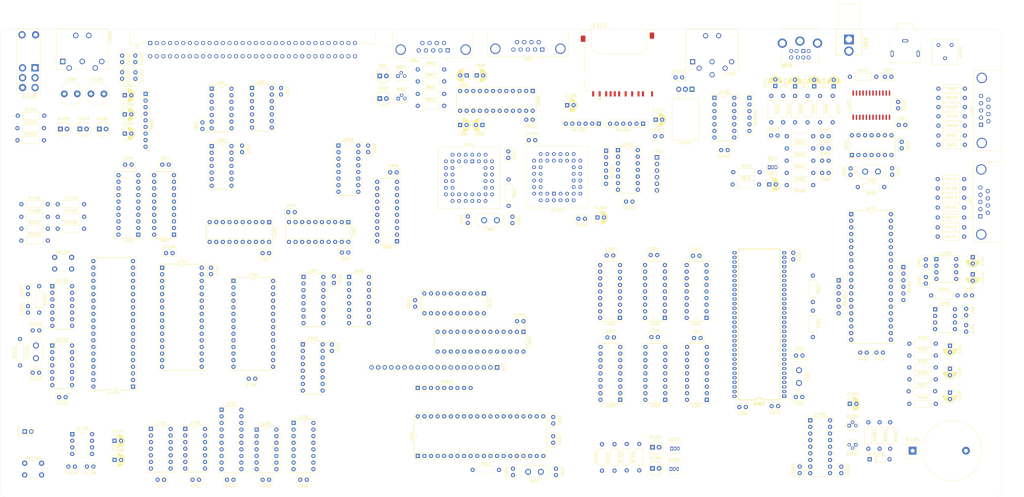
<source format=kicad_pcb>
(kicad_pcb (version 20171130) (host pcbnew "(5.1.10)-1")
  (layers (0 F.Cu signal) (31 B.Cu signal) (34 B.Paste user) (35 F.Paste user) (36 B.SilkS user) (37 F.SilkS user) (38 B.Mask user) (39 F.Mask user) (44 Edge.Cuts user))
  (net 0 "")
  (net 1 "Net-(BT1001-Pad1)")
  (net 2 GND)
  (net 3 +5V)
  (net 4 "Net-(C302-Pad1)")
  (net 5 "Net-(C303-Pad1)")
  (net 6 "Net-(C310-Pad1)")
  (net 7 "Net-(C401-Pad1)")
  (net 8 "Net-(C402-Pad1)")
  (net 9 "Net-(C404-Pad2)")
  (net 10 "Net-(C404-Pad1)")
  (net 11 "Net-(C405-Pad2)")
  (net 12 "Net-(C405-Pad1)")
  (net 13 "Net-(C406-Pad2)")
  (net 14 "Net-(C406-Pad1)")
  (net 15 "Net-(C407-Pad1)")
  (net 16 "Net-(C409-Pad2)")
  (net 17 /Audio/AUDIO_OUT)
  (net 18 "Net-(C501-Pad1)")
  (net 19 "Net-(C502-Pad1)")
  (net 20 /Video/RED)
  (net 21 "Net-(C503-Pad1)")
  (net 22 /Video/GREEN)
  (net 23 "Net-(C504-Pad1)")
  (net 24 /Video/BLUE)
  (net 25 "Net-(C505-Pad1)")
  (net 26 "Net-(C506-Pad1)")
  (net 27 /VideoOut/PAL_CLK)
  (net 28 /VideoOut/ROUT)
  (net 29 "Net-(C508-Pad1)")
  (net 30 /VideoOut/GOUT)
  (net 31 "Net-(C509-Pad1)")
  (net 32 /VideoOut/BOUT)
  (net 33 "Net-(C510-Pad1)")
  (net 34 /VideoOut/CVOUT)
  (net 35 "Net-(C511-Pad1)")
  (net 36 "Net-(C514-Pad2)")
  (net 37 "Net-(C514-Pad1)")
  (net 38 "Net-(C603-Pad1)")
  (net 39 "Net-(C605-Pad1)")
  (net 40 "Net-(C901-Pad1)")
  (net 41 "Net-(C902-Pad1)")
  (net 42 "Net-(C903-Pad2)")
  (net 43 "Net-(C903-Pad1)")
  (net 44 "Net-(C904-Pad2)")
  (net 45 "Net-(C904-Pad1)")
  (net 46 "Net-(C906-Pad2)")
  (net 47 "Net-(C908-Pad1)")
  (net 48 "Net-(C1001-Pad1)")
  (net 49 "Net-(C1102-Pad1)")
  (net 50 "Net-(C1103-Pad1)")
  (net 51 "/6809 CPU/CLK_8MHZ")
  (net 52 "Net-(C1108-Pad1)")
  (net 53 "Net-(C1109-Pad1)")
  (net 54 "Net-(C1110-Pad1)")
  (net 55 +12V)
  (net 56 +3V3)
  (net 57 "Net-(D901-Pad2)")
  (net 58 "Net-(D901-Pad1)")
  (net 59 "Net-(D902-Pad2)")
  (net 60 "Net-(D902-Pad1)")
  (net 61 "Net-(D1201-Pad1)")
  (net 62 "Net-(D1202-Pad1)")
  (net 63 "Net-(D1203-Pad1)")
  (net 64 "Net-(D1301-Pad2)")
  (net 65 "Net-(D1301-Pad1)")
  (net 66 "Net-(D1302-Pad2)")
  (net 67 "Net-(D1302-Pad1)")
  (net 68 "Net-(FB401-Pad2)")
  (net 69 "Net-(FB401-Pad1)")
  (net 70 "Net-(FB402-Pad2)")
  (net 71 "Net-(FB403-Pad2)")
  (net 72 "Net-(FB404-Pad2)")
  (net 73 "Net-(FB404-Pad1)")
  (net 74 "Net-(FB405-Pad2)")
  (net 75 "Net-(FB406-Pad2)")
  (net 76 "Net-(FB407-Pad2)")
  (net 77 "Net-(FB407-Pad1)")
  (net 78 "Net-(FB408-Pad2)")
  (net 79 "Net-(FB408-Pad1)")
  (net 80 "Net-(FB409-Pad2)")
  (net 81 "Net-(FB409-Pad1)")
  (net 82 "Net-(FB410-Pad2)")
  (net 83 "Net-(FB410-Pad1)")
  (net 84 "Net-(FB411-Pad2)")
  (net 85 "Net-(FB411-Pad1)")
  (net 86 "Net-(FB412-Pad2)")
  (net 87 "Net-(FB412-Pad1)")
  (net 88 "Net-(FB413-Pad2)")
  (net 89 "Net-(FB413-Pad1)")
  (net 90 "Net-(FB414-Pad2)")
  (net 91 "Net-(FB414-Pad1)")
  (net 92 "Net-(J401-Pad9)")
  (net 93 "Net-(J401-Pad5)")
  (net 94 "Net-(J402-Pad9)")
  (net 95 "Net-(J402-Pad5)")
  (net 96 /Audio/AUDIO_L)
  (net 97 /VideoOut/SYNCOUT)
  (net 98 /Keyboard/~COL0)
  (net 99 /Keyboard/~COL1)
  (net 100 /Keyboard/~COL2)
  (net 101 /Keyboard/~COL3)
  (net 102 /Keyboard/~COL4)
  (net 103 /Keyboard/~COL5)
  (net 104 /Keyboard/~COL6)
  (net 105 /Keyboard/~COL7)
  (net 106 /Keyboard/~ROW0)
  (net 107 /Keyboard/~ROW1)
  (net 108 /Keyboard/~ROW2)
  (net 109 /Keyboard/~ROW3)
  (net 110 /Keyboard/~ROW4)
  (net 111 /Keyboard/~ROW5)
  (net 112 /Keyboard/~ROW6)
  (net 113 /Keyboard/~ROW7)
  (net 114 "Net-(J601-Pad4)")
  (net 115 /Keyboard/~ROW8)
  (net 116 "Net-(J601-Pad2)")
  (net 117 /Keyboard/~COL8)
  (net 118 "Net-(J901-Pad9)")
  (net 119 "Net-(J901-Pad8)")
  (net 120 "Net-(J901-Pad7)")
  (net 121 "Net-(J901-Pad6)")
  (net 122 "Net-(J901-Pad4)")
  (net 123 "Net-(J901-Pad3)")
  (net 124 "Net-(J901-Pad2)")
  (net 125 "Net-(J901-Pad1)")
  (net 126 "Net-(J902-Pad9)")
  (net 127 "Net-(J902-Pad8)")
  (net 128 "Net-(J902-Pad7)")
  (net 129 "Net-(J902-Pad6)")
  (net 130 "Net-(J902-Pad4)")
  (net 131 "Net-(J902-Pad3)")
  (net 132 "Net-(J902-Pad2)")
  (net 133 "Net-(J902-Pad1)")
  (net 134 /IO/CLK_E)
  (net 135 "/6809 CPU/BS")
  (net 136 "/6809 CPU/CLOCK_Q")
  (net 137 "/6809 CPU/BA")
  (net 138 "/6809 CPU/RESET")
  (net 139 "/6809 CPU/~HALT")
  (net 140 "/6809 CPU/~RESET")
  (net 141 /~RD)
  (net 142 "/Decode Logic/A15")
  (net 143 /~WR)
  (net 144 "/Decode Logic/A14")
  (net 145 /IO/SPI_CLK)
  (net 146 "/Decode Logic/A13")
  (net 147 /IO/SPI_MISO)
  (net 148 "/Decode Logic/A12")
  (net 149 /IO/SPI_MOSI)
  (net 150 "/Decode Logic/A11")
  (net 151 /IO/~SPI_SS2)
  (net 152 "/Decode Logic/A10")
  (net 153 /IO/~SPI_SS1)
  (net 154 "/Decode Logic/A9")
  (net 155 "/Decode Logic/~CS_EXP")
  (net 156 "/Decode Logic/A8")
  (net 157 "/Power and Expansion/~INT_EXP2")
  (net 158 "/Decode Logic/A7")
  (net 159 "/Power and Expansion/~INT_EXP1")
  (net 160 "/Decode Logic/A6")
  (net 161 /Audio/D7)
  (net 162 "/Decode Logic/A5")
  (net 163 /Audio/D6)
  (net 164 "/Decode Logic/A4")
  (net 165 /Audio/D5)
  (net 166 "/Decode Logic/A3")
  (net 167 /Audio/D4)
  (net 168 "/Decode Logic/A2")
  (net 169 /Audio/D3)
  (net 170 "/Decode Logic/A1")
  (net 171 /Audio/D2)
  (net 172 /Audio/A0)
  (net 173 /Audio/D1)
  (net 174 /Audio/D0)
  (net 175 "Net-(J1202-Pad4)")
  (net 176 "Net-(J1202-Pad5)")
  (net 177 "Net-(J1202-Pad3)")
  (net 178 /IO/~SPI_SS3)
  (net 179 /IO/~IEC_RESET)
  (net 180 /IO/CLK_IN)
  (net 181 /IO/DATA_IN)
  (net 182 /IO/~IEC_SRQIN)
  (net 183 /IO/IEC_ATTN)
  (net 184 "Net-(J1303-Pad10)")
  (net 185 /IO/SD_WPV3)
  (net 186 "Net-(J1303-Pad8)")
  (net 187 /IO/SD_MISO)
  (net 188 /IO/SD_CLK)
  (net 189 /IO/SD_MOSI)
  (net 190 /IO/SD_CDV3)
  (net 191 /IO/~SD_SS)
  (net 192 "Net-(J1303-Pad1)")
  (net 193 "Net-(J1303-Pad9)")
  (net 194 "Net-(L1201-Pad1)")
  (net 195 "Net-(L1202-Pad1)")
  (net 196 "Net-(Q501-Pad2)")
  (net 197 "Net-(Q901-Pad2)")
  (net 198 "Net-(Q902-Pad2)")
  (net 199 "Net-(Q1001-Pad3)")
  (net 200 "Net-(Q1001-Pad2)")
  (net 201 "Net-(Q1002-Pad2)")
  (net 202 "Net-(Q1301-Pad2)")
  (net 203 "Net-(Q1302-Pad2)")
  (net 204 "Net-(R301-Pad1)")
  (net 205 "Net-(R302-Pad1)")
  (net 206 /Video/~CSYNC)
  (net 207 "Net-(R506-Pad2)")
  (net 208 "Net-(R507-Pad2)")
  (net 209 "Net-(R508-Pad2)")
  (net 210 "Net-(R509-Pad2)")
  (net 211 "Net-(R510-Pad2)")
  (net 212 "Net-(R511-Pad2)")
  (net 213 "/Serial Ports/~INT_UART")
  (net 214 "/Serial Ports/TXDA")
  (net 215 "/Serial Ports/RXDA")
  (net 216 "Net-(R1102-Pad2)")
  (net 217 "Net-(R1104-Pad2)")
  (net 218 "/6809 CPU/~IRQ")
  (net 219 "/6809 CPU/~NMI")
  (net 220 "Net-(R1109-Pad2)")
  (net 221 /IO/USER1)
  (net 222 /IO/USER2)
  (net 223 "Net-(RN801-Pad9)")
  (net 224 /Interrupts/~IRQ4)
  (net 225 /Interrupts/~IRQ3)
  (net 226 /Interrupts/~IRQ2)
  (net 227 /Interrupts/~IRQ1)
  (net 228 "Net-(RN1301-Pad6)")
  (net 229 "Net-(RN1301-Pad5)")
  (net 230 /IO/SD_WP)
  (net 231 /IO/SD_CD)
  (net 232 "Net-(RN1303-Pad6)")
  (net 233 "Net-(RN1303-Pad5)")
  (net 234 "Net-(RN1304-Pad6)")
  (net 235 "Net-(RN1304-Pad5)")
  (net 236 "Net-(SW1201-Pad4)")
  (net 237 "Net-(SW1201-Pad1)")
  (net 238 "/6809 CPU/CPU_D0")
  (net 239 "/6809 CPU/CPU_D1")
  (net 240 "/6809 CPU/CPU_D2")
  (net 241 "/6809 CPU/CPU_D3")
  (net 242 "/6809 CPU/CPU_D4")
  (net 243 "/6809 CPU/CPU_D5")
  (net 244 "/6809 CPU/CPU_D6")
  (net 245 "/6809 CPU/CPU_D7")
  (net 246 "/6809 CPU/RD~WR")
  (net 247 "/RAM and ROM/A0")
  (net 248 "/RAM and ROM/A1")
  (net 249 "/RAM and ROM/A2")
  (net 250 "/RAM and ROM/A3")
  (net 251 "/RAM and ROM/A4")
  (net 252 "/RAM and ROM/A5")
  (net 253 "/RAM and ROM/A6")
  (net 254 "/RAM and ROM/A7")
  (net 255 "/Decode Logic/~MEM0")
  (net 256 "/Decode Logic/~MEME")
  (net 257 "/Decode Logic/~MEM2")
  (net 258 "/Decode Logic/~MEM4")
  (net 259 "/Decode Logic/~MEM6")
  (net 260 "/6809 CPU/CPU_A15")
  (net 261 "/Decode Logic/~IOSEL")
  (net 262 "/RAM and ROM/A14")
  (net 263 "/Decode Logic/~MEMC")
  (net 264 "/RAM and ROM/A13")
  (net 265 "/Decode Logic/~CS_RAM")
  (net 266 "/Decode Logic/~CS_ROM")
  (net 267 "/RAM and ROM/A8")
  (net 268 "/RAM and ROM/A9")
  (net 269 "/RAM and ROM/A10")
  (net 270 "/RAM and ROM/A11")
  (net 271 "/RAM and ROM/A12")
  (net 272 "/Decode Logic/~BANKSEL")
  (net 273 "/Decode Logic/~CS_RTC")
  (net 274 "/Decode Logic/~CS_IRQEN")
  (net 275 "/Decode Logic/~CS_UART")
  (net 276 "/Decode Logic/~CS_KBD")
  (net 277 "/Decode Logic/~CS_VDP")
  (net 278 /Audio/~CS_SND)
  (net 279 "/Decode Logic/~CS_VIA")
  (net 280 "Net-(U207-Pad5)")
  (net 281 "Net-(U207-Pad12)")
  (net 282 "Net-(U207-Pad4)")
  (net 283 "/Decode Logic/~VDP_RD")
  (net 284 "/Decode Logic/~VDP_WR")
  (net 285 "Net-(U207-Pad9)")
  (net 286 /Video/VD3)
  (net 287 /Video/VA4)
  (net 288 /Video/~CAS1)
  (net 289 /Video/VA5)
  (net 290 /Video/VD2)
  (net 291 /Video/VA6)
  (net 292 /Video/VA0)
  (net 293 /Video/~RAS)
  (net 294 /Video/VA1)
  (net 295 /Video/VR~W)
  (net 296 /Video/VA2)
  (net 297 /Video/VD1)
  (net 298 /Video/VA3)
  (net 299 /Video/VD0)
  (net 300 /Video/VA7)
  (net 301 /Video/~CASX)
  (net 302 /Video/~CAS0)
  (net 303 /Video/VD7)
  (net 304 /Video/VD6)
  (net 305 /Video/VD5)
  (net 306 /Video/VD4)
  (net 307 "Net-(U307-Pad2)")
  (net 308 "Net-(U307-Pad3)")
  (net 309 "Net-(U307-Pad5)")
  (net 310 "Net-(U307-Pad7)")
  (net 311 "Net-(U307-Pad8)")
  (net 312 "Net-(U307-Pad10)")
  (net 313 "Net-(U307-Pad11)")
  (net 314 "Net-(U307-Pad12)")
  (net 315 "Net-(U307-Pad13)")
  (net 316 "Net-(U307-Pad14)")
  (net 317 "Net-(U307-Pad15)")
  (net 318 "Net-(U307-Pad16)")
  (net 319 "Net-(U307-Pad17)")
  (net 320 "Net-(U307-Pad18)")
  (net 321 "Net-(U307-Pad19)")
  (net 322 "Net-(U307-Pad26)")
  (net 323 "Net-(U401-Pad39)")
  (net 324 "Net-(U401-Pad33)")
  (net 325 "Net-(U401-Pad32)")
  (net 326 "Net-(U401-Pad31)")
  (net 327 "Net-(U401-Pad11)")
  (net 328 "Net-(U401-Pad10)")
  (net 329 "Net-(U401-Pad9)")
  (net 330 "Net-(U401-Pad23)")
  (net 331 "Net-(U401-Pad22)")
  (net 332 "Net-(U501-Pad6)")
  (net 333 "Net-(U501-Pad12)")
  (net 334 "Net-(U501-Pad10)")
  (net 335 "Net-(U501-Pad8)")
  (net 336 "Net-(U502-Pad18)")
  (net 337 "Net-(U502-Pad14)")
  (net 338 "Net-(U502-Pad13)")
  (net 339 "Net-(U502-Pad11)")
  (net 340 "Net-(U502-Pad9)")
  (net 341 "Net-(U502-Pad8)")
  (net 342 "Net-(U502-Pad7)")
  (net 343 "Net-(U502-Pad5)")
  (net 344 /Keyboard/~FIFO_CLR)
  (net 345 /Keyboard/~FIFO_WR)
  (net 346 "Net-(U601-Pad13)")
  (net 347 "Net-(U601-Pad12)")
  (net 348 "Net-(U601-Pad11)")
  (net 349 "Net-(U601-Pad30)")
  (net 350 "Net-(U601-Pad10)")
  (net 351 "Net-(U601-Pad29)")
  (net 352 /Keyboard/SCDAT7)
  (net 353 /Keyboard/SCDAT6)
  (net 354 /Keyboard/SCDAT5)
  (net 355 /Keyboard/SCDAT4)
  (net 356 /Keyboard/SCDAT3)
  (net 357 /Keyboard/SCDAT2)
  (net 358 /Keyboard/SCDAT1)
  (net 359 /Keyboard/SCDAT0)
  (net 360 /Keyboard/~FIFO_RD)
  (net 361 "Net-(U602-Pad7)")
  (net 362 /Keyboard/~KBD_STATUS)
  (net 363 "Net-(U602-Pad13)")
  (net 364 "Net-(U602-Pad12)")
  (net 365 "Net-(U602-Pad11)")
  (net 366 "Net-(U602-Pad10)")
  (net 367 "Net-(U602-Pad9)")
  (net 368 "Net-(U603-Pad13)")
  (net 369 /Keyboard/~FIFO_FULL)
  (net 370 "Net-(U603-Pad20)")
  (net 371 "/RAM and ROM/RAMB0")
  (net 372 "/RAM and ROM/BSEL0")
  (net 373 "Net-(U701-Pad11)")
  (net 374 "/RAM and ROM/ROMB0")
  (net 375 "/RAM and ROM/BSEL5")
  (net 376 "Net-(U701-Pad8)")
  (net 377 "Net-(U702-Pad19)")
  (net 378 "/RAM and ROM/BSEL3")
  (net 379 "Net-(U702-Pad16)")
  (net 380 "/RAM and ROM/BSEL2")
  (net 381 "/RAM and ROM/BSEL1")
  (net 382 "/RAM and ROM/BSEL4")
  (net 383 "/RAM and ROM/RAMB4")
  (net 384 "/RAM and ROM/RAMB2")
  (net 385 "/RAM and ROM/RAMB3")
  (net 386 "/RAM and ROM/RAMB1")
  (net 387 "Net-(U801-Pad6)")
  (net 388 "Net-(U801-Pad5)")
  (net 389 "Net-(U801-Pad11)")
  (net 390 "Net-(U801-Pad10)")
  (net 391 "Net-(U801-Pad3)")
  (net 392 "Net-(U801-Pad2)")
  (net 393 "Net-(U801-Pad8)")
  (net 394 "Net-(U802-Pad16)")
  (net 395 "Net-(U802-Pad15)")
  (net 396 "Net-(U802-Pad14)")
  (net 397 "Net-(U802-Pad13)")
  (net 398 "Net-(U802-Pad12)")
  (net 399 "Net-(U803-Pad6)")
  (net 400 "Net-(U803-Pad11)")
  (net 401 "Net-(U803-Pad3)")
  (net 402 "Net-(U803-Pad8)")
  (net 403 "Net-(U804-Pad13)")
  (net 404 "Net-(U804-Pad2)")
  (net 405 "Net-(U805-Pad7)")
  (net 406 "Net-(U805-Pad14)")
  (net 407 "Net-(U805-Pad6)")
  (net 408 "Net-(U805-Pad9)")
  (net 409 "Net-(U901-Pad37)")
  (net 410 "Net-(U901-Pad35)")
  (net 411 "Net-(U901-Pad36)")
  (net 412 "Net-(U901-Pad34)")
  (net 413 "Net-(U901-Pad26)")
  (net 414 "Net-(U901-Pad24)")
  (net 415 "/Serial Ports/RTSA")
  (net 416 "Net-(U901-Pad25)")
  (net 417 "Net-(U901-Pad23)")
  (net 418 "Net-(U901-Pad11)")
  (net 419 "Net-(U901-Pad9)")
  (net 420 "/Serial Ports/RTSB")
  (net 421 "Net-(U901-Pad10)")
  (net 422 "Net-(U901-Pad8)")
  (net 423 "/Serial Ports/RXDB")
  (net 424 "/Serial Ports/CTSA")
  (net 425 "Net-(U901-Pad41)")
  (net 426 "/Serial Ports/CTSB")
  (net 427 "/Serial Ports/TXDB")
  (net 428 "Net-(U1001-Pad17)")
  (net 429 "Net-(U1001-Pad16)")
  (net 430 "Net-(U1001-Pad1)")
  (net 431 "Net-(U1101-Pad13)")
  (net 432 "Net-(U1101-Pad3)")
  (net 433 "Net-(U1102-Pad6)")
  (net 434 "Net-(U1102-Pad10)")
  (net 435 "Net-(U1102-Pad8)")
  (net 436 "Net-(U1104-Pad38)")
  (net 437 "Net-(U1104-Pad36)")
  (net 438 "Net-(U1104-Pad33)")
  (net 439 "Net-(U1301-Pad12)")
  (net 440 /IO/CLK_OUT)
  (net 441 "Net-(U1301-Pad10)")
  (net 442 /IO/DATA_OUT)
  (net 443 /IO/ATN_OUT)
  (net 444 /IO/~SPI_SS0)
  (net 445 "Net-(U1303-Pad33)")
  (net 446 "Net-(U1303-Pad38)")
  (net 447 "Net-(U1303-Pad22)")
  (net 448 "Net-(U1303-Pad11)")
  (net 449 "Net-(U1303-Pad44)")
  (net 450 "Net-(U1303-Pad43)")
  (net 451 "Net-(J1-PadC4)")
  (net 452 "Net-(J1-PadC3)")
  (net 453 "Net-(J1-PadA30)")
  (net 454 "Net-(J1-PadA29)")
  (net 455 "Net-(J1-PadA28)")
  (net 456 "Net-(J1-PadA4)")
  (net 457 "Net-(J1-PadA3)")
  (net 458 "/Power and Expansion/~FIRQ")
  (net 459 "/Power and Expansion/~NMI")
  (net 460 "Net-(U502-Pad16)")
  (net 461 "Net-(U502-Pad15)")
  (net 462 "Net-(J1-PadC14)")
  (net 463 "Net-(J1-PadC13)")
  (net 464 "Net-(J1-PadC12)")
  (net 465 "Net-(J1-PadC11)")
  (net 466 "Net-(J1-PadC10)")
  (net 467 "Net-(J1-PadC9)")
  (module Package_TO_SOT_THT:TO-220-3_Horizontal_TabDown (layer F.Cu) (at 286.004 43.18 180)
    (fp_text reference U1201 (at 2.54 -20.58) (layer F.SilkS))
    (fp_text value TC1262-3.3VAB)
    (pad 3 thru_hole oval (at 5.08 0 180) (size 1.905 2) (drill 1.1) (layers *.Cu *.Mask) (net 56 +3V3))
    (pad 2 thru_hole oval (at 2.54 0 180) (size 1.905 2) (drill 1.1) (layers *.Cu *.Mask) (net 2 GND))
    (pad 1 thru_hole rect (at 0 0 180) (size 1.905 2) (drill 1.1) (layers *.Cu *.Mask) (net 3 +5V))
    (pad "" np_thru_hole oval (at 2.54 -16.66 180) (size 3.5 3.5) (drill 3.5) (layers *.Cu *.Mask))
  )
  (module Package_DIP:DIP-40_W15.24mm_Socket (layer F.Cu) (at 71.12 157.48 180)
    (fp_text reference U1104 (at 7.62 -2.33) (layer F.SilkS))
    (fp_text value MC68B09E)
    (pad 40 thru_hole oval (at 15.24 0 180) (size 1.6 1.6) (drill 0.8) (layers *.Cu *.Mask) (net 139 "/6809 CPU/~HALT"))
    (pad 20 thru_hole oval (at 0 48.26 180) (size 1.6 1.6) (drill 0.8) (layers *.Cu *.Mask) (net 271 "/RAM and ROM/A12"))
    (pad 39 thru_hole oval (at 15.24 2.54 180) (size 1.6 1.6) (drill 0.8) (layers *.Cu *.Mask) (net 220 "Net-(R1109-Pad2)"))
    (pad 19 thru_hole oval (at 0 45.72 180) (size 1.6 1.6) (drill 0.8) (layers *.Cu *.Mask) (net 270 "/RAM and ROM/A11"))
    (pad 38 thru_hole oval (at 15.24 5.08 180) (size 1.6 1.6) (drill 0.8) (layers *.Cu *.Mask) (net 436 "Net-(U1104-Pad38)"))
    (pad 18 thru_hole oval (at 0 43.18 180) (size 1.6 1.6) (drill 0.8) (layers *.Cu *.Mask) (net 269 "/RAM and ROM/A10"))
    (pad 37 thru_hole oval (at 15.24 7.62 180) (size 1.6 1.6) (drill 0.8) (layers *.Cu *.Mask) (net 140 "/6809 CPU/~RESET"))
    (pad 17 thru_hole oval (at 0 40.64 180) (size 1.6 1.6) (drill 0.8) (layers *.Cu *.Mask) (net 268 "/RAM and ROM/A9"))
    (pad 36 thru_hole oval (at 15.24 10.16 180) (size 1.6 1.6) (drill 0.8) (layers *.Cu *.Mask) (net 437 "Net-(U1104-Pad36)"))
    (pad 16 thru_hole oval (at 0 38.1 180) (size 1.6 1.6) (drill 0.8) (layers *.Cu *.Mask) (net 267 "/RAM and ROM/A8"))
    (pad 35 thru_hole oval (at 15.24 12.7 180) (size 1.6 1.6) (drill 0.8) (layers *.Cu *.Mask) (net 136 "/6809 CPU/CLOCK_Q"))
    (pad 15 thru_hole oval (at 0 35.56 180) (size 1.6 1.6) (drill 0.8) (layers *.Cu *.Mask) (net 254 "/RAM and ROM/A7"))
    (pad 34 thru_hole oval (at 15.24 15.24 180) (size 1.6 1.6) (drill 0.8) (layers *.Cu *.Mask) (net 134 /IO/CLK_E))
    (pad 14 thru_hole oval (at 0 33.02 180) (size 1.6 1.6) (drill 0.8) (layers *.Cu *.Mask) (net 253 "/RAM and ROM/A6"))
    (pad 33 thru_hole oval (at 15.24 17.78 180) (size 1.6 1.6) (drill 0.8) (layers *.Cu *.Mask) (net 438 "Net-(U1104-Pad33)"))
    (pad 13 thru_hole oval (at 0 30.48 180) (size 1.6 1.6) (drill 0.8) (layers *.Cu *.Mask) (net 252 "/RAM and ROM/A5"))
    (pad 32 thru_hole oval (at 15.24 20.32 180) (size 1.6 1.6) (drill 0.8) (layers *.Cu *.Mask) (net 246 "/6809 CPU/RD~WR"))
    (pad 12 thru_hole oval (at 0 27.94 180) (size 1.6 1.6) (drill 0.8) (layers *.Cu *.Mask) (net 251 "/RAM and ROM/A4"))
    (pad 31 thru_hole oval (at 15.24 22.86 180) (size 1.6 1.6) (drill 0.8) (layers *.Cu *.Mask) (net 238 "/6809 CPU/CPU_D0"))
    (pad 11 thru_hole oval (at 0 25.4 180) (size 1.6 1.6) (drill 0.8) (layers *.Cu *.Mask) (net 250 "/RAM and ROM/A3"))
    (pad 30 thru_hole oval (at 15.24 25.4 180) (size 1.6 1.6) (drill 0.8) (layers *.Cu *.Mask) (net 239 "/6809 CPU/CPU_D1"))
    (pad 10 thru_hole oval (at 0 22.86 180) (size 1.6 1.6) (drill 0.8) (layers *.Cu *.Mask) (net 249 "/RAM and ROM/A2"))
    (pad 29 thru_hole oval (at 15.24 27.94 180) (size 1.6 1.6) (drill 0.8) (layers *.Cu *.Mask) (net 240 "/6809 CPU/CPU_D2"))
    (pad 9 thru_hole oval (at 0 20.32 180) (size 1.6 1.6) (drill 0.8) (layers *.Cu *.Mask) (net 248 "/RAM and ROM/A1"))
    (pad 28 thru_hole oval (at 15.24 30.48 180) (size 1.6 1.6) (drill 0.8) (layers *.Cu *.Mask) (net 241 "/6809 CPU/CPU_D3"))
    (pad 8 thru_hole oval (at 0 17.78 180) (size 1.6 1.6) (drill 0.8) (layers *.Cu *.Mask) (net 247 "/RAM and ROM/A0"))
    (pad 27 thru_hole oval (at 15.24 33.02 180) (size 1.6 1.6) (drill 0.8) (layers *.Cu *.Mask) (net 242 "/6809 CPU/CPU_D4"))
    (pad 7 thru_hole oval (at 0 15.24 180) (size 1.6 1.6) (drill 0.8) (layers *.Cu *.Mask) (net 3 +5V))
    (pad 26 thru_hole oval (at 15.24 35.56 180) (size 1.6 1.6) (drill 0.8) (layers *.Cu *.Mask) (net 243 "/6809 CPU/CPU_D5"))
    (pad 6 thru_hole oval (at 0 12.7 180) (size 1.6 1.6) (drill 0.8) (layers *.Cu *.Mask) (net 137 "/6809 CPU/BA"))
    (pad 25 thru_hole oval (at 15.24 38.1 180) (size 1.6 1.6) (drill 0.8) (layers *.Cu *.Mask) (net 244 "/6809 CPU/CPU_D6"))
    (pad 5 thru_hole oval (at 0 10.16 180) (size 1.6 1.6) (drill 0.8) (layers *.Cu *.Mask) (net 135 "/6809 CPU/BS"))
    (pad 24 thru_hole oval (at 15.24 40.64 180) (size 1.6 1.6) (drill 0.8) (layers *.Cu *.Mask) (net 245 "/6809 CPU/CPU_D7"))
    (pad 4 thru_hole oval (at 0 7.62 180) (size 1.6 1.6) (drill 0.8) (layers *.Cu *.Mask) (net 217 "Net-(R1104-Pad2)"))
    (pad 23 thru_hole oval (at 15.24 43.18 180) (size 1.6 1.6) (drill 0.8) (layers *.Cu *.Mask) (net 260 "/6809 CPU/CPU_A15"))
    (pad 3 thru_hole oval (at 0 5.08 180) (size 1.6 1.6) (drill 0.8) (layers *.Cu *.Mask) (net 218 "/6809 CPU/~IRQ"))
    (pad 22 thru_hole oval (at 15.24 45.72 180) (size 1.6 1.6) (drill 0.8) (layers *.Cu *.Mask) (net 262 "/RAM and ROM/A14"))
    (pad 2 thru_hole oval (at 0 2.54 180) (size 1.6 1.6) (drill 0.8) (layers *.Cu *.Mask) (net 219 "/6809 CPU/~NMI"))
    (pad 21 thru_hole oval (at 15.24 48.26 180) (size 1.6 1.6) (drill 0.8) (layers *.Cu *.Mask) (net 264 "/RAM and ROM/A13"))
    (pad 1 thru_hole rect (at 0 0 180) (size 1.6 1.6) (drill 0.8) (layers *.Cu *.Mask) (net 2 GND))
  )
  (module Package_DIP:DIP-32_W15.24mm_Socket (layer F.Cu) (at 82.296 111.76)
    (fp_text reference U704 (at 7.62 -2.33) (layer F.SilkS))
    (fp_text value AS6C4008-55PCN)
    (pad 32 thru_hole oval (at 15.24 0) (size 1.6 1.6) (drill 0.8) (layers *.Cu *.Mask) (net 3 +5V))
    (pad 16 thru_hole oval (at 0 38.1) (size 1.6 1.6) (drill 0.8) (layers *.Cu *.Mask) (net 2 GND))
    (pad 31 thru_hole oval (at 15.24 2.54) (size 1.6 1.6) (drill 0.8) (layers *.Cu *.Mask) (net 386 "/RAM and ROM/RAMB1"))
    (pad 15 thru_hole oval (at 0 35.56) (size 1.6 1.6) (drill 0.8) (layers *.Cu *.Mask) (net 240 "/6809 CPU/CPU_D2"))
    (pad 30 thru_hole oval (at 15.24 5.08) (size 1.6 1.6) (drill 0.8) (layers *.Cu *.Mask) (net 385 "/RAM and ROM/RAMB3"))
    (pad 14 thru_hole oval (at 0 33.02) (size 1.6 1.6) (drill 0.8) (layers *.Cu *.Mask) (net 239 "/6809 CPU/CPU_D1"))
    (pad 29 thru_hole oval (at 15.24 7.62) (size 1.6 1.6) (drill 0.8) (layers *.Cu *.Mask) (net 143 /~WR))
    (pad 13 thru_hole oval (at 0 30.48) (size 1.6 1.6) (drill 0.8) (layers *.Cu *.Mask) (net 238 "/6809 CPU/CPU_D0"))
    (pad 28 thru_hole oval (at 15.24 10.16) (size 1.6 1.6) (drill 0.8) (layers *.Cu *.Mask) (net 264 "/RAM and ROM/A13"))
    (pad 12 thru_hole oval (at 0 27.94) (size 1.6 1.6) (drill 0.8) (layers *.Cu *.Mask) (net 247 "/RAM and ROM/A0"))
    (pad 27 thru_hole oval (at 15.24 12.7) (size 1.6 1.6) (drill 0.8) (layers *.Cu *.Mask) (net 267 "/RAM and ROM/A8"))
    (pad 11 thru_hole oval (at 0 25.4) (size 1.6 1.6) (drill 0.8) (layers *.Cu *.Mask) (net 248 "/RAM and ROM/A1"))
    (pad 26 thru_hole oval (at 15.24 15.24) (size 1.6 1.6) (drill 0.8) (layers *.Cu *.Mask) (net 268 "/RAM and ROM/A9"))
    (pad 10 thru_hole oval (at 0 22.86) (size 1.6 1.6) (drill 0.8) (layers *.Cu *.Mask) (net 249 "/RAM and ROM/A2"))
    (pad 25 thru_hole oval (at 15.24 17.78) (size 1.6 1.6) (drill 0.8) (layers *.Cu *.Mask) (net 270 "/RAM and ROM/A11"))
    (pad 9 thru_hole oval (at 0 20.32) (size 1.6 1.6) (drill 0.8) (layers *.Cu *.Mask) (net 250 "/RAM and ROM/A3"))
    (pad 24 thru_hole oval (at 15.24 20.32) (size 1.6 1.6) (drill 0.8) (layers *.Cu *.Mask) (net 141 /~RD))
    (pad 8 thru_hole oval (at 0 17.78) (size 1.6 1.6) (drill 0.8) (layers *.Cu *.Mask) (net 251 "/RAM and ROM/A4"))
    (pad 23 thru_hole oval (at 15.24 22.86) (size 1.6 1.6) (drill 0.8) (layers *.Cu *.Mask) (net 269 "/RAM and ROM/A10"))
    (pad 7 thru_hole oval (at 0 15.24) (size 1.6 1.6) (drill 0.8) (layers *.Cu *.Mask) (net 252 "/RAM and ROM/A5"))
    (pad 22 thru_hole oval (at 15.24 25.4) (size 1.6 1.6) (drill 0.8) (layers *.Cu *.Mask) (net 265 "/Decode Logic/~CS_RAM"))
    (pad 6 thru_hole oval (at 0 12.7) (size 1.6 1.6) (drill 0.8) (layers *.Cu *.Mask) (net 253 "/RAM and ROM/A6"))
    (pad 21 thru_hole oval (at 15.24 27.94) (size 1.6 1.6) (drill 0.8) (layers *.Cu *.Mask) (net 245 "/6809 CPU/CPU_D7"))
    (pad 5 thru_hole oval (at 0 10.16) (size 1.6 1.6) (drill 0.8) (layers *.Cu *.Mask) (net 254 "/RAM and ROM/A7"))
    (pad 20 thru_hole oval (at 15.24 30.48) (size 1.6 1.6) (drill 0.8) (layers *.Cu *.Mask) (net 244 "/6809 CPU/CPU_D6"))
    (pad 4 thru_hole oval (at 0 7.62) (size 1.6 1.6) (drill 0.8) (layers *.Cu *.Mask) (net 271 "/RAM and ROM/A12"))
    (pad 19 thru_hole oval (at 15.24 33.02) (size 1.6 1.6) (drill 0.8) (layers *.Cu *.Mask) (net 243 "/6809 CPU/CPU_D5"))
    (pad 3 thru_hole oval (at 0 5.08) (size 1.6 1.6) (drill 0.8) (layers *.Cu *.Mask) (net 371 "/RAM and ROM/RAMB0"))
    (pad 18 thru_hole oval (at 15.24 35.56) (size 1.6 1.6) (drill 0.8) (layers *.Cu *.Mask) (net 242 "/6809 CPU/CPU_D4"))
    (pad 2 thru_hole oval (at 0 2.54) (size 1.6 1.6) (drill 0.8) (layers *.Cu *.Mask) (net 384 "/RAM and ROM/RAMB2"))
    (pad 17 thru_hole oval (at 15.24 38.1) (size 1.6 1.6) (drill 0.8) (layers *.Cu *.Mask) (net 241 "/6809 CPU/CPU_D3"))
    (pad 1 thru_hole rect (at 0 0) (size 1.6 1.6) (drill 0.8) (layers *.Cu *.Mask) (net 383 "/RAM and ROM/RAMB4"))
  )
  (module Capacitor_THT:C_Disc_D5.0mm_W2.5mm_P2.50mm (layer F.Cu) (at 83.058 193.294 180)
    (fp_text reference C1 (at 1.25 -2.5) (layer F.SilkS))
    (fp_text value 100nF)
    (pad 2 thru_hole circle (at 2.5 0 180) (size 1.6 1.6) (drill 0.8) (layers *.Cu *.Mask) (net 2 GND))
    (pad 1 thru_hole circle (at 0 0 180) (size 1.6 1.6) (drill 0.8) (layers *.Cu *.Mask) (net 3 +5V))
  )
  (module Package_DIP:DIP-28_W15.24mm_Socket (layer F.Cu) (at 109.728 116.84)
    (fp_text reference U705 (at 7.62 -2.33) (layer F.SilkS))
    (fp_text value AT28C256B)
    (pad 28 thru_hole oval (at 15.24 0) (size 1.6 1.6) (drill 0.8) (layers *.Cu *.Mask) (net 3 +5V))
    (pad 14 thru_hole oval (at 0 33.02) (size 1.6 1.6) (drill 0.8) (layers *.Cu *.Mask) (net 2 GND))
    (pad 27 thru_hole oval (at 15.24 2.54) (size 1.6 1.6) (drill 0.8) (layers *.Cu *.Mask) (net 143 /~WR))
    (pad 13 thru_hole oval (at 0 30.48) (size 1.6 1.6) (drill 0.8) (layers *.Cu *.Mask) (net 240 "/6809 CPU/CPU_D2"))
    (pad 26 thru_hole oval (at 15.24 5.08) (size 1.6 1.6) (drill 0.8) (layers *.Cu *.Mask) (net 264 "/RAM and ROM/A13"))
    (pad 12 thru_hole oval (at 0 27.94) (size 1.6 1.6) (drill 0.8) (layers *.Cu *.Mask) (net 239 "/6809 CPU/CPU_D1"))
    (pad 25 thru_hole oval (at 15.24 7.62) (size 1.6 1.6) (drill 0.8) (layers *.Cu *.Mask) (net 267 "/RAM and ROM/A8"))
    (pad 11 thru_hole oval (at 0 25.4) (size 1.6 1.6) (drill 0.8) (layers *.Cu *.Mask) (net 238 "/6809 CPU/CPU_D0"))
    (pad 24 thru_hole oval (at 15.24 10.16) (size 1.6 1.6) (drill 0.8) (layers *.Cu *.Mask) (net 268 "/RAM and ROM/A9"))
    (pad 10 thru_hole oval (at 0 22.86) (size 1.6 1.6) (drill 0.8) (layers *.Cu *.Mask) (net 247 "/RAM and ROM/A0"))
    (pad 23 thru_hole oval (at 15.24 12.7) (size 1.6 1.6) (drill 0.8) (layers *.Cu *.Mask) (net 270 "/RAM and ROM/A11"))
    (pad 9 thru_hole oval (at 0 20.32) (size 1.6 1.6) (drill 0.8) (layers *.Cu *.Mask) (net 248 "/RAM and ROM/A1"))
    (pad 22 thru_hole oval (at 15.24 15.24) (size 1.6 1.6) (drill 0.8) (layers *.Cu *.Mask) (net 141 /~RD))
    (pad 8 thru_hole oval (at 0 17.78) (size 1.6 1.6) (drill 0.8) (layers *.Cu *.Mask) (net 249 "/RAM and ROM/A2"))
    (pad 21 thru_hole oval (at 15.24 17.78) (size 1.6 1.6) (drill 0.8) (layers *.Cu *.Mask) (net 269 "/RAM and ROM/A10"))
    (pad 7 thru_hole oval (at 0 15.24) (size 1.6 1.6) (drill 0.8) (layers *.Cu *.Mask) (net 250 "/RAM and ROM/A3"))
    (pad 20 thru_hole oval (at 15.24 20.32) (size 1.6 1.6) (drill 0.8) (layers *.Cu *.Mask) (net 266 "/Decode Logic/~CS_ROM"))
    (pad 6 thru_hole oval (at 0 12.7) (size 1.6 1.6) (drill 0.8) (layers *.Cu *.Mask) (net 251 "/RAM and ROM/A4"))
    (pad 19 thru_hole oval (at 15.24 22.86) (size 1.6 1.6) (drill 0.8) (layers *.Cu *.Mask) (net 245 "/6809 CPU/CPU_D7"))
    (pad 5 thru_hole oval (at 0 10.16) (size 1.6 1.6) (drill 0.8) (layers *.Cu *.Mask) (net 252 "/RAM and ROM/A5"))
    (pad 18 thru_hole oval (at 15.24 25.4) (size 1.6 1.6) (drill 0.8) (layers *.Cu *.Mask) (net 244 "/6809 CPU/CPU_D6"))
    (pad 4 thru_hole oval (at 0 7.62) (size 1.6 1.6) (drill 0.8) (layers *.Cu *.Mask) (net 253 "/RAM and ROM/A6"))
    (pad 17 thru_hole oval (at 15.24 27.94) (size 1.6 1.6) (drill 0.8) (layers *.Cu *.Mask) (net 243 "/6809 CPU/CPU_D5"))
    (pad 3 thru_hole oval (at 0 5.08) (size 1.6 1.6) (drill 0.8) (layers *.Cu *.Mask) (net 254 "/RAM and ROM/A7"))
    (pad 16 thru_hole oval (at 15.24 30.48) (size 1.6 1.6) (drill 0.8) (layers *.Cu *.Mask) (net 242 "/6809 CPU/CPU_D4"))
    (pad 2 thru_hole oval (at 0 2.54) (size 1.6 1.6) (drill 0.8) (layers *.Cu *.Mask) (net 271 "/RAM and ROM/A12"))
    (pad 15 thru_hole oval (at 15.24 33.02) (size 1.6 1.6) (drill 0.8) (layers *.Cu *.Mask) (net 241 "/6809 CPU/CPU_D3"))
    (pad 1 thru_hole rect (at 0 0) (size 1.6 1.6) (drill 0.8) (layers *.Cu *.Mask) (net 374 "/RAM and ROM/ROMB0"))
  )
  (module Package_DIP:DIP-8_W7.62mm_Socket (layer F.Cu) (at 379.984 108.458)
    (fp_text reference U403 (at 3.81 -2.33) (layer F.SilkS))
    (fp_text value NE5532)
    (pad 8 thru_hole oval (at 7.62 0) (size 1.6 1.6) (drill 0.8) (layers *.Cu *.Mask) (net 3 +5V))
    (pad 4 thru_hole oval (at 0 7.62) (size 1.6 1.6) (drill 0.8) (layers *.Cu *.Mask) (net 2 GND))
    (pad 7 thru_hole oval (at 7.62 2.54) (size 1.6 1.6) (drill 0.8) (layers *.Cu *.Mask) (net 17 /Audio/AUDIO_OUT))
    (pad 3 thru_hole oval (at 0 5.08) (size 1.6 1.6) (drill 0.8) (layers *.Cu *.Mask) (net 15 "Net-(C407-Pad1)"))
    (pad 6 thru_hole oval (at 7.62 5.08) (size 1.6 1.6) (drill 0.8) (layers *.Cu *.Mask) (net 16 "Net-(C409-Pad2)"))
    (pad 2 thru_hole oval (at 0 2.54) (size 1.6 1.6) (drill 0.8) (layers *.Cu *.Mask) (net 8 "Net-(C402-Pad1)"))
    (pad 5 thru_hole oval (at 7.62 7.62) (size 1.6 1.6) (drill 0.8) (layers *.Cu *.Mask) (net 7 "Net-(C401-Pad1)"))
    (pad 1 thru_hole rect (at 0 0) (size 1.6 1.6) (drill 0.8) (layers *.Cu *.Mask) (net 8 "Net-(C402-Pad1)"))
  )
  (module Package_DIP:DIP-8_W7.62mm_Socket (layer F.Cu) (at 379.476 127.762)
    (fp_text reference U402 (at 3.81 -2.33) (layer F.SilkS))
    (fp_text value YM3014B)
    (pad 8 thru_hole oval (at 7.62 0) (size 1.6 1.6) (drill 0.8) (layers *.Cu *.Mask) (net 8 "Net-(C402-Pad1)"))
    (pad 4 thru_hole oval (at 0 7.62) (size 1.6 1.6) (drill 0.8) (layers *.Cu *.Mask) (net 330 "Net-(U401-Pad23)"))
    (pad 7 thru_hole oval (at 7.62 2.54) (size 1.6 1.6) (drill 0.8) (layers *.Cu *.Mask) (net 15 "Net-(C407-Pad1)"))
    (pad 3 thru_hole oval (at 0 5.08) (size 1.6 1.6) (drill 0.8) (layers *.Cu *.Mask) (net 331 "Net-(U401-Pad22)"))
    (pad 6 thru_hole oval (at 7.62 5.08) (size 1.6 1.6) (drill 0.8) (layers *.Cu *.Mask) (net 2 GND))
    (pad 2 thru_hole oval (at 0 2.54) (size 1.6 1.6) (drill 0.8) (layers *.Cu *.Mask) (net 7 "Net-(C401-Pad1)"))
    (pad 5 thru_hole oval (at 7.62 7.62) (size 1.6 1.6) (drill 0.8) (layers *.Cu *.Mask) (net 323 "Net-(U401-Pad39)"))
    (pad 1 thru_hole rect (at 0 0) (size 1.6 1.6) (drill 0.8) (layers *.Cu *.Mask) (net 3 +5V))
  )
  (module Ddraig:DIN41612_C_2x32_Male_Horizontal_THT (layer F.Cu) (at 77.724 25.4)
    (fp_text reference J1 (at -5.08 1) (layer F.SilkS))
    (fp_text value Expansion)
    (pad C32 thru_hole circle (at 78.74 5.08) (size 1.55 1.55) (drill 1) (layers *.Cu *.Mask) (net 2 GND))
    (pad C31 thru_hole circle (at 76.2 5.08) (size 1.55 1.55) (drill 1) (layers *.Cu *.Mask) (net 2 GND))
    (pad C30 thru_hole circle (at 73.66 5.08) (size 1.55 1.55) (drill 1) (layers *.Cu *.Mask) (net 172 /Audio/A0))
    (pad C29 thru_hole circle (at 71.12 5.08) (size 1.55 1.55) (drill 1) (layers *.Cu *.Mask) (net 170 "/Decode Logic/A1"))
    (pad C28 thru_hole circle (at 68.58 5.08) (size 1.55 1.55) (drill 1) (layers *.Cu *.Mask) (net 168 "/Decode Logic/A2"))
    (pad C27 thru_hole circle (at 66.04 5.08) (size 1.55 1.55) (drill 1) (layers *.Cu *.Mask) (net 166 "/Decode Logic/A3"))
    (pad C26 thru_hole circle (at 63.5 5.08) (size 1.55 1.55) (drill 1) (layers *.Cu *.Mask) (net 164 "/Decode Logic/A4"))
    (pad C25 thru_hole circle (at 60.96 5.08) (size 1.55 1.55) (drill 1) (layers *.Cu *.Mask) (net 162 "/Decode Logic/A5"))
    (pad C24 thru_hole circle (at 58.42 5.08) (size 1.55 1.55) (drill 1) (layers *.Cu *.Mask) (net 160 "/Decode Logic/A6"))
    (pad C23 thru_hole circle (at 55.88 5.08) (size 1.55 1.55) (drill 1) (layers *.Cu *.Mask) (net 158 "/Decode Logic/A7"))
    (pad C22 thru_hole circle (at 53.34 5.08) (size 1.55 1.55) (drill 1) (layers *.Cu *.Mask) (net 156 "/Decode Logic/A8"))
    (pad C21 thru_hole circle (at 50.8 5.08) (size 1.55 1.55) (drill 1) (layers *.Cu *.Mask) (net 154 "/Decode Logic/A9"))
    (pad C20 thru_hole circle (at 48.26 5.08) (size 1.55 1.55) (drill 1) (layers *.Cu *.Mask) (net 152 "/Decode Logic/A10"))
    (pad C19 thru_hole circle (at 45.72 5.08) (size 1.55 1.55) (drill 1) (layers *.Cu *.Mask) (net 150 "/Decode Logic/A11"))
    (pad C18 thru_hole circle (at 43.18 5.08) (size 1.55 1.55) (drill 1) (layers *.Cu *.Mask) (net 148 "/Decode Logic/A12"))
    (pad C17 thru_hole circle (at 40.64 5.08) (size 1.55 1.55) (drill 1) (layers *.Cu *.Mask) (net 146 "/Decode Logic/A13"))
    (pad C16 thru_hole circle (at 38.1 5.08) (size 1.55 1.55) (drill 1) (layers *.Cu *.Mask) (net 144 "/Decode Logic/A14"))
    (pad C15 thru_hole circle (at 35.56 5.08) (size 1.55 1.55) (drill 1) (layers *.Cu *.Mask) (net 142 "/Decode Logic/A15"))
    (pad C14 thru_hole circle (at 33.02 5.08) (size 1.55 1.55) (drill 1) (layers *.Cu *.Mask) (net 462 "Net-(J1-PadC14)"))
    (pad C13 thru_hole circle (at 30.48 5.08) (size 1.55 1.55) (drill 1) (layers *.Cu *.Mask) (net 463 "Net-(J1-PadC13)"))
    (pad C12 thru_hole circle (at 27.94 5.08) (size 1.55 1.55) (drill 1) (layers *.Cu *.Mask) (net 464 "Net-(J1-PadC12)"))
    (pad C11 thru_hole circle (at 25.4 5.08) (size 1.55 1.55) (drill 1) (layers *.Cu *.Mask) (net 465 "Net-(J1-PadC11)"))
    (pad C10 thru_hole circle (at 22.86 5.08) (size 1.55 1.55) (drill 1) (layers *.Cu *.Mask) (net 466 "Net-(J1-PadC10)"))
    (pad C9 thru_hole circle (at 20.32 5.08) (size 1.55 1.55) (drill 1) (layers *.Cu *.Mask) (net 467 "Net-(J1-PadC9)"))
    (pad C8 thru_hole circle (at 17.78 5.08) (size 1.55 1.55) (drill 1) (layers *.Cu *.Mask) (net 134 /IO/CLK_E))
    (pad C7 thru_hole circle (at 15.24 5.08) (size 1.55 1.55) (drill 1) (layers *.Cu *.Mask) (net 136 "/6809 CPU/CLOCK_Q"))
    (pad C6 thru_hole circle (at 12.7 5.08) (size 1.55 1.55) (drill 1) (layers *.Cu *.Mask) (net 138 "/6809 CPU/RESET"))
    (pad C5 thru_hole circle (at 10.16 5.08) (size 1.55 1.55) (drill 1) (layers *.Cu *.Mask) (net 140 "/6809 CPU/~RESET"))
    (pad C4 thru_hole circle (at 7.62 5.08) (size 1.55 1.55) (drill 1) (layers *.Cu *.Mask) (net 451 "Net-(J1-PadC4)"))
    (pad C3 thru_hole circle (at 5.08 5.08) (size 1.55 1.55) (drill 1) (layers *.Cu *.Mask) (net 452 "Net-(J1-PadC3)"))
    (pad C2 thru_hole circle (at 2.54 5.08) (size 1.55 1.55) (drill 1) (layers *.Cu *.Mask) (net 55 +12V))
    (pad C1 thru_hole circle (at 0 5.08) (size 1.55 1.55) (drill 1) (layers *.Cu *.Mask) (net 3 +5V))
    (pad A32 thru_hole circle (at 78.74 0) (size 1.55 1.55) (drill 1) (layers *.Cu *.Mask) (net 2 GND))
    (pad A31 thru_hole circle (at 76.2 0) (size 1.55 1.55) (drill 1) (layers *.Cu *.Mask) (net 2 GND))
    (pad A30 thru_hole circle (at 73.66 0) (size 1.55 1.55) (drill 1) (layers *.Cu *.Mask) (net 453 "Net-(J1-PadA30)"))
    (pad A29 thru_hole circle (at 71.12 0) (size 1.55 1.55) (drill 1) (layers *.Cu *.Mask) (net 454 "Net-(J1-PadA29)"))
    (pad A28 thru_hole circle (at 68.58 0) (size 1.55 1.55) (drill 1) (layers *.Cu *.Mask) (net 455 "Net-(J1-PadA28)"))
    (pad A27 thru_hole circle (at 66.04 0) (size 1.55 1.55) (drill 1) (layers *.Cu *.Mask) (net 458 "/Power and Expansion/~FIRQ"))
    (pad A26 thru_hole circle (at 63.5 0) (size 1.55 1.55) (drill 1) (layers *.Cu *.Mask) (net 459 "/Power and Expansion/~NMI"))
    (pad A25 thru_hole circle (at 60.96 0) (size 1.55 1.55) (drill 1) (layers *.Cu *.Mask) (net 135 "/6809 CPU/BS"))
    (pad A24 thru_hole circle (at 58.42 0) (size 1.55 1.55) (drill 1) (layers *.Cu *.Mask) (net 137 "/6809 CPU/BA"))
    (pad A23 thru_hole circle (at 55.88 0) (size 1.55 1.55) (drill 1) (layers *.Cu *.Mask) (net 139 "/6809 CPU/~HALT"))
    (pad A22 thru_hole circle (at 53.34 0) (size 1.55 1.55) (drill 1) (layers *.Cu *.Mask) (net 141 /~RD))
    (pad A21 thru_hole circle (at 50.8 0) (size 1.55 1.55) (drill 1) (layers *.Cu *.Mask) (net 143 /~WR))
    (pad A20 thru_hole circle (at 48.26 0) (size 1.55 1.55) (drill 1) (layers *.Cu *.Mask) (net 145 /IO/SPI_CLK))
    (pad A19 thru_hole circle (at 45.72 0) (size 1.55 1.55) (drill 1) (layers *.Cu *.Mask) (net 147 /IO/SPI_MISO))
    (pad A18 thru_hole circle (at 43.18 0) (size 1.55 1.55) (drill 1) (layers *.Cu *.Mask) (net 149 /IO/SPI_MOSI))
    (pad A17 thru_hole circle (at 40.64 0) (size 1.55 1.55) (drill 1) (layers *.Cu *.Mask) (net 151 /IO/~SPI_SS2))
    (pad A16 thru_hole circle (at 38.1 0) (size 1.55 1.55) (drill 1) (layers *.Cu *.Mask) (net 153 /IO/~SPI_SS1))
    (pad A15 thru_hole circle (at 35.56 0) (size 1.55 1.55) (drill 1) (layers *.Cu *.Mask) (net 155 "/Decode Logic/~CS_EXP"))
    (pad A14 thru_hole circle (at 33.02 0) (size 1.55 1.55) (drill 1) (layers *.Cu *.Mask) (net 157 "/Power and Expansion/~INT_EXP2"))
    (pad A13 thru_hole circle (at 30.48 0) (size 1.55 1.55) (drill 1) (layers *.Cu *.Mask) (net 159 "/Power and Expansion/~INT_EXP1"))
    (pad A12 thru_hole circle (at 27.94 0) (size 1.55 1.55) (drill 1) (layers *.Cu *.Mask) (net 161 /Audio/D7))
    (pad A11 thru_hole circle (at 25.4 0) (size 1.55 1.55) (drill 1) (layers *.Cu *.Mask) (net 163 /Audio/D6))
    (pad A10 thru_hole circle (at 22.86 0) (size 1.55 1.55) (drill 1) (layers *.Cu *.Mask) (net 165 /Audio/D5))
    (pad A9 thru_hole circle (at 20.32 0) (size 1.55 1.55) (drill 1) (layers *.Cu *.Mask) (net 167 /Audio/D4))
    (pad A8 thru_hole circle (at 17.78 0) (size 1.55 1.55) (drill 1) (layers *.Cu *.Mask) (net 169 /Audio/D3))
    (pad A7 thru_hole circle (at 15.24 0) (size 1.55 1.55) (drill 1) (layers *.Cu *.Mask) (net 171 /Audio/D2))
    (pad A6 thru_hole circle (at 12.7 0) (size 1.55 1.55) (drill 1) (layers *.Cu *.Mask) (net 173 /Audio/D1))
    (pad A5 thru_hole circle (at 10.16 0) (size 1.55 1.55) (drill 1) (layers *.Cu *.Mask) (net 174 /Audio/D0))
    (pad A4 thru_hole circle (at 7.62 0) (size 1.55 1.55) (drill 1) (layers *.Cu *.Mask) (net 456 "Net-(J1-PadA4)"))
    (pad A3 thru_hole circle (at 5.08 0) (size 1.55 1.55) (drill 1) (layers *.Cu *.Mask) (net 457 "Net-(J1-PadA3)"))
    (pad A2 thru_hole circle (at 2.54 0) (size 1.55 1.55) (drill 1) (layers *.Cu *.Mask) (net 56 +3V3))
    (pad A1 thru_hole roundrect (at 0 0) (size 1.55 1.55) (drill 1) (layers *.Cu *.Mask) (roundrect_rratio 0.16129) (net 3 +5V))
    (pad "" np_thru_hole circle (at 83.82 -2.54) (size 2.85 2.85) (drill 2.85) (layers *.Cu *.Mask))
    (pad "" np_thru_hole circle (at -5.08 -2.54) (size 2.85 2.85) (drill 2.85) (layers *.Cu *.Mask))
  )
  (module Ddraig:M2022_Rocker_Switch (layer F.Cu) (at 33.4518 34.925 180)
    (fp_text reference SW1201 (at 1.9304 -11.0998) (layer F.SilkS))
    (fp_text value PowerSwitch)
    (pad 8 thru_hole circle (at 5 12.7 180) (size 2.8 2.8) (drill 1.7) (layers *.Cu *.Mask))
    (pad 7 thru_hole circle (at -0.2 12.7 180) (size 2.8 2.8) (drill 1.524) (layers *.Cu *.Mask))
    (pad 6 thru_hole circle (at 4.8 -7.6 180) (size 2.8 2.8) (drill 1.524) (layers *.Cu *.Mask) (net 195 "Net-(L1202-Pad1)"))
    (pad 5 thru_hole circle (at 4.8 -3.8 180) (size 2.8 2.8) (drill 1.7) (layers *.Cu *.Mask) (net 177 "Net-(J1202-Pad3)"))
    (pad 4 thru_hole circle (at 4.8 0 180) (size 2.8 2.8) (drill 1.7) (layers *.Cu *.Mask) (net 236 "Net-(SW1201-Pad4)"))
    (pad 3 thru_hole circle (at 0 -7.6 180) (size 2.8 2.8) (drill 1.7) (layers *.Cu *.Mask) (net 194 "Net-(L1201-Pad1)"))
    (pad 2 thru_hole circle (at 0 -3.8 270) (size 2.8 2.8) (drill 1.7) (layers *.Cu *.Mask) (net 176 "Net-(J1202-Pad5)"))
    (pad 1 thru_hole rect (at 0 0 180) (size 2.8 2.8) (drill 1.7) (layers *.Cu *.Mask) (net 237 "Net-(SW1201-Pad1)"))
  )
  (module Potentiometer_THT:Potentiometer_Bourns_3386F_Vertical (layer F.Cu) (at 380.746 26.162 270)
    (fp_text reference RV401 (at 2.655 -8.555 90) (layer F.SilkS))
    (fp_text value 100K)
    (pad 1 thru_hole circle (at 0 0 270) (size 1.44 1.44) (drill 0.8) (layers *.Cu *.Mask) (net 17 /Audio/AUDIO_OUT))
    (pad 2 thru_hole circle (at 5.08 -2.54 270) (size 1.44 1.44) (drill 0.8) (layers *.Cu *.Mask) (net 96 /Audio/AUDIO_L))
    (pad 3 thru_hole circle (at 0 -5.08 270) (size 1.44 1.44) (drill 0.8) (layers *.Cu *.Mask) (net 2 GND))
  )
  (module Package_DIP:DIP-14_W7.62mm_Socket (layer F.Cu) (at 118.618 173.99)
    (fp_text reference U204 (at 3.81 -2.33) (layer F.SilkS))
    (fp_text value 74LS21)
    (pad 14 thru_hole oval (at 7.62 0) (size 1.6 1.6) (drill 0.8) (layers *.Cu *.Mask) (net 3 +5V))
    (pad 7 thru_hole oval (at 0 15.24) (size 1.6 1.6) (drill 0.8) (layers *.Cu *.Mask) (net 2 GND))
    (pad 13 thru_hole oval (at 7.62 2.54) (size 1.6 1.6) (drill 0.8) (layers *.Cu *.Mask) (net 256 "/Decode Logic/~MEME"))
    (pad 6 thru_hole oval (at 0 12.7) (size 1.6 1.6) (drill 0.8) (layers *.Cu *.Mask) (net 265 "/Decode Logic/~CS_RAM"))
    (pad 12 thru_hole oval (at 7.62 5.08) (size 1.6 1.6) (drill 0.8) (layers *.Cu *.Mask) (net 263 "/Decode Logic/~MEMC"))
    (pad 5 thru_hole oval (at 0 10.16) (size 1.6 1.6) (drill 0.8) (layers *.Cu *.Mask) (net 259 "/Decode Logic/~MEM6"))
    (pad 11 thru_hole oval (at 7.62 7.62) (size 1.6 1.6) (drill 0.8) (layers *.Cu *.Mask))
    (pad 4 thru_hole oval (at 0 7.62) (size 1.6 1.6) (drill 0.8) (layers *.Cu *.Mask) (net 258 "/Decode Logic/~MEM4"))
    (pad 10 thru_hole oval (at 7.62 10.16) (size 1.6 1.6) (drill 0.8) (layers *.Cu *.Mask) (net 3 +5V))
    (pad 3 thru_hole oval (at 0 5.08) (size 1.6 1.6) (drill 0.8) (layers *.Cu *.Mask))
    (pad 9 thru_hole oval (at 7.62 12.7) (size 1.6 1.6) (drill 0.8) (layers *.Cu *.Mask) (net 3 +5V))
    (pad 2 thru_hole oval (at 0 2.54) (size 1.6 1.6) (drill 0.8) (layers *.Cu *.Mask) (net 257 "/Decode Logic/~MEM2"))
    (pad 8 thru_hole oval (at 7.62 15.24) (size 1.6 1.6) (drill 0.8) (layers *.Cu *.Mask) (net 266 "/Decode Logic/~CS_ROM"))
    (pad 1 thru_hole rect (at 0 0) (size 1.6 1.6) (drill 0.8) (layers *.Cu *.Mask) (net 255 "/Decode Logic/~MEM0"))
  )
  (module Crystal:Crystal_HC50_Vertical (layer F.Cu) (at 33.782 146.558 90)
    (fp_text reference Y1101 (at 2.45 -3.525 90) (layer F.SilkS))
    (fp_text value 8Mhz)
    (pad 2 thru_hole circle (at 4.9 0 90) (size 2.3 2.3) (drill 1.5) (layers *.Cu *.Mask) (net 49 "Net-(C1102-Pad1)"))
    (pad 1 thru_hole circle (at 0 0 90) (size 2.3 2.3) (drill 1.5) (layers *.Cu *.Mask) (net 50 "Net-(C1103-Pad1)"))
  )
  (module Crystal:Crystal_HC50_Vertical (layer F.Cu) (at 211.0105 93.5355 180)
    (fp_text reference Y901 (at 2.45 -3.525) (layer F.SilkS))
    (fp_text value 3.6864Mhz)
    (pad 2 thru_hole circle (at 4.9 0 180) (size 2.3 2.3) (drill 1.5) (layers *.Cu *.Mask) (net 41 "Net-(C902-Pad1)"))
    (pad 1 thru_hole circle (at 0 0 180) (size 2.3 2.3) (drill 1.5) (layers *.Cu *.Mask) (net 40 "Net-(C901-Pad1)"))
  )
  (module Crystal:Crystal_HC50_Vertical (layer F.Cu) (at 227.912 190.246 180)
    (fp_text reference Y601 (at 2.45 -3.525) (layer F.SilkS))
    (fp_text value 12Mhz)
    (pad 2 thru_hole circle (at 4.9 0 180) (size 2.3 2.3) (drill 1.5) (layers *.Cu *.Mask) (net 39 "Net-(C605-Pad1)"))
    (pad 1 thru_hole circle (at 0 0 180) (size 2.3 2.3) (drill 1.5) (layers *.Cu *.Mask) (net 38 "Net-(C603-Pad1)"))
  )
  (module Crystal:Crystal_HC50_Vertical (layer F.Cu) (at 357.505 74.803 180)
    (fp_text reference Y501 (at 2.45 -3.525) (layer F.SilkS))
    (fp_text value 4.4336161875Mhz)
    (pad 2 thru_hole circle (at 4.9 0 180) (size 2.3 2.3) (drill 1.5) (layers *.Cu *.Mask) (net 18 "Net-(C501-Pad1)"))
    (pad 1 thru_hole circle (at 0 0 180) (size 2.3 2.3) (drill 1.5) (layers *.Cu *.Mask) (net 19 "Net-(C502-Pad1)"))
  )
  (module Crystal:Crystal_HC50_Vertical (layer F.Cu) (at 327.152 151.183 270)
    (fp_text reference Y301 (at 2.45 -3.525 90) (layer F.SilkS))
    (fp_text value 21.443Mhz)
    (pad 2 thru_hole circle (at 4.9 0 270) (size 2.3 2.3) (drill 1.5) (layers *.Cu *.Mask) (net 5 "Net-(C303-Pad1)"))
    (pad 1 thru_hole circle (at 0 0 270) (size 2.3 2.3) (drill 1.5) (layers *.Cu *.Mask) (net 4 "Net-(C302-Pad1)"))
  )
  (module Package_LCC:PLCC-44_THT-Socket (layer F.Cu) (at 232.918 83.312 180)
    (fp_text reference U1303 (at -1.27 -6.4) (layer F.SilkS))
    (fp_text value W65C22S)
    (pad 39 thru_hole circle (at 7.62 0 180) (size 1.4224 1.4224) (drill 0.8) (layers *.Cu *.Mask) (net 166 "/Decode Logic/A3"))
    (pad 37 thru_hole circle (at 7.62 2.54 180) (size 1.4224 1.4224) (drill 0.8) (layers *.Cu *.Mask) (net 136 "/6809 CPU/CLOCK_Q"))
    (pad 35 thru_hole circle (at 7.62 5.08 180) (size 1.4224 1.4224) (drill 0.8) (layers *.Cu *.Mask) (net 173 /Audio/D1))
    (pad 33 thru_hole circle (at 7.62 7.62 180) (size 1.4224 1.4224) (drill 0.8) (layers *.Cu *.Mask) (net 445 "Net-(U1303-Pad33)"))
    (pad 31 thru_hole circle (at 7.62 10.16 180) (size 1.4224 1.4224) (drill 0.8) (layers *.Cu *.Mask) (net 167 /Audio/D4))
    (pad 40 thru_hole circle (at 5.08 -2.54 180) (size 1.4224 1.4224) (drill 0.8) (layers *.Cu *.Mask) (net 168 "/Decode Logic/A2"))
    (pad 38 thru_hole circle (at 5.08 2.54 180) (size 1.4224 1.4224) (drill 0.8) (layers *.Cu *.Mask) (net 446 "Net-(U1303-Pad38)"))
    (pad 36 thru_hole circle (at 5.08 5.08 180) (size 1.4224 1.4224) (drill 0.8) (layers *.Cu *.Mask) (net 174 /Audio/D0))
    (pad 34 thru_hole circle (at 5.08 7.62 180) (size 1.4224 1.4224) (drill 0.8) (layers *.Cu *.Mask) (net 171 /Audio/D2))
    (pad 32 thru_hole circle (at 5.08 10.16 180) (size 1.4224 1.4224) (drill 0.8) (layers *.Cu *.Mask) (net 169 /Audio/D3))
    (pad 30 thru_hole circle (at 5.08 12.7 180) (size 1.4224 1.4224) (drill 0.8) (layers *.Cu *.Mask) (net 165 /Audio/D5))
    (pad 28 thru_hole circle (at 5.08 15.24 180) (size 1.4224 1.4224) (drill 0.8) (layers *.Cu *.Mask) (net 161 /Audio/D7))
    (pad 26 thru_hole circle (at 2.54 15.24 180) (size 1.4224 1.4224) (drill 0.8) (layers *.Cu *.Mask) (net 3 +5V))
    (pad 24 thru_hole circle (at 0 15.24 180) (size 1.4224 1.4224) (drill 0.8) (layers *.Cu *.Mask) (net 143 /~WR))
    (pad 22 thru_hole circle (at -2.54 15.24 180) (size 1.4224 1.4224) (drill 0.8) (layers *.Cu *.Mask) (net 447 "Net-(U1303-Pad22)"))
    (pad 20 thru_hole circle (at -5.08 15.24 180) (size 1.4224 1.4224) (drill 0.8) (layers *.Cu *.Mask) (net 147 /IO/SPI_MISO))
    (pad 18 thru_hole circle (at -7.62 15.24 180) (size 1.4224 1.4224) (drill 0.8) (layers *.Cu *.Mask) (net 149 /IO/SPI_MOSI))
    (pad 29 thru_hole circle (at 7.62 12.7 180) (size 1.4224 1.4224) (drill 0.8) (layers *.Cu *.Mask) (net 163 /Audio/D6))
    (pad 27 thru_hole circle (at 2.54 12.7 180) (size 1.4224 1.4224) (drill 0.8) (layers *.Cu *.Mask) (net 134 /IO/CLK_E))
    (pad 25 thru_hole circle (at 0 12.7 180) (size 1.4224 1.4224) (drill 0.8) (layers *.Cu *.Mask) (net 279 "/Decode Logic/~CS_VIA"))
    (pad 23 thru_hole circle (at -2.54 12.7 180) (size 1.4224 1.4224) (drill 0.8) (layers *.Cu *.Mask) (net 226 /Interrupts/~IRQ2))
    (pad 21 thru_hole circle (at -5.08 12.7 180) (size 1.4224 1.4224) (drill 0.8) (layers *.Cu *.Mask) (net 3 +5V))
    (pad 19 thru_hole circle (at -7.62 12.7 180) (size 1.4224 1.4224) (drill 0.8) (layers *.Cu *.Mask) (net 145 /IO/SPI_CLK))
    (pad 17 thru_hole circle (at -10.16 12.7 180) (size 1.4224 1.4224) (drill 0.8) (layers *.Cu *.Mask) (net 231 /IO/SD_CD))
    (pad 15 thru_hole circle (at -10.16 10.16 180) (size 1.4224 1.4224) (drill 0.8) (layers *.Cu *.Mask) (net 178 /IO/~SPI_SS3))
    (pad 13 thru_hole circle (at -10.16 7.62 180) (size 1.4224 1.4224) (drill 0.8) (layers *.Cu *.Mask) (net 153 /IO/~SPI_SS1))
    (pad 11 thru_hole circle (at -10.16 5.08 180) (size 1.4224 1.4224) (drill 0.8) (layers *.Cu *.Mask) (net 448 "Net-(U1303-Pad11)"))
    (pad 9 thru_hole circle (at -10.16 2.54 180) (size 1.4224 1.4224) (drill 0.8) (layers *.Cu *.Mask) (net 222 /IO/USER2))
    (pad 7 thru_hole circle (at -10.16 0 180) (size 1.4224 1.4224) (drill 0.8) (layers *.Cu *.Mask) (net 182 /IO/~IEC_SRQIN))
    (pad 16 thru_hole circle (at -7.62 10.16 180) (size 1.4224 1.4224) (drill 0.8) (layers *.Cu *.Mask) (net 230 /IO/SD_WP))
    (pad 14 thru_hole circle (at -7.62 7.62 180) (size 1.4224 1.4224) (drill 0.8) (layers *.Cu *.Mask) (net 151 /IO/~SPI_SS2))
    (pad 12 thru_hole circle (at -7.62 5.08 180) (size 1.4224 1.4224) (drill 0.8) (layers *.Cu *.Mask) (net 444 /IO/~SPI_SS0))
    (pad 10 thru_hole circle (at -7.62 2.54 180) (size 1.4224 1.4224) (drill 0.8) (layers *.Cu *.Mask) (net 145 /IO/SPI_CLK))
    (pad 8 thru_hole circle (at -7.62 0 180) (size 1.4224 1.4224) (drill 0.8) (layers *.Cu *.Mask) (net 221 /IO/USER1))
    (pad 42 thru_hole circle (at 2.54 -2.54 180) (size 1.4224 1.4224) (drill 0.8) (layers *.Cu *.Mask) (net 172 /Audio/A0))
    (pad 44 thru_hole circle (at 0 -2.54 180) (size 1.4224 1.4224) (drill 0.8) (layers *.Cu *.Mask) (net 449 "Net-(U1303-Pad44)"))
    (pad 6 thru_hole circle (at -7.62 -2.54 180) (size 1.4224 1.4224) (drill 0.8) (layers *.Cu *.Mask) (net 180 /IO/CLK_IN))
    (pad 4 thru_hole circle (at -5.08 -2.54 180) (size 1.4224 1.4224) (drill 0.8) (layers *.Cu *.Mask) (net 443 /IO/ATN_OUT))
    (pad 2 thru_hole circle (at -2.54 -2.54 180) (size 1.4224 1.4224) (drill 0.8) (layers *.Cu *.Mask) (net 442 /IO/DATA_OUT))
    (pad 41 thru_hole circle (at 5.08 0 180) (size 1.4224 1.4224) (drill 0.8) (layers *.Cu *.Mask) (net 170 "/Decode Logic/A1"))
    (pad 43 thru_hole circle (at 2.54 0 180) (size 1.4224 1.4224) (drill 0.8) (layers *.Cu *.Mask) (net 450 "Net-(U1303-Pad43)"))
    (pad 5 thru_hole circle (at -5.08 0 180) (size 1.4224 1.4224) (drill 0.8) (layers *.Cu *.Mask) (net 181 /IO/DATA_IN))
    (pad 3 thru_hole circle (at -2.54 0 180) (size 1.4224 1.4224) (drill 0.8) (layers *.Cu *.Mask) (net 440 /IO/CLK_OUT))
    (pad 1 thru_hole rect (at 0 0 180) (size 1.4224 1.4224) (drill 0.8) (layers *.Cu *.Mask) (net 2 GND))
  )
  (module Package_DIP:DIP-14_W7.62mm_Socket (layer F.Cu) (at 257.556 66.548)
    (fp_text reference U1302 (at 3.81 -2.33) (layer F.SilkS))
    (fp_text value 74LS07)
    (pad 14 thru_hole oval (at 7.62 0) (size 1.6 1.6) (drill 0.8) (layers *.Cu *.Mask) (net 3 +5V))
    (pad 7 thru_hole oval (at 0 15.24) (size 1.6 1.6) (drill 0.8) (layers *.Cu *.Mask) (net 2 GND))
    (pad 13 thru_hole oval (at 7.62 2.54) (size 1.6 1.6) (drill 0.8) (layers *.Cu *.Mask) (net 185 /IO/SD_WPV3))
    (pad 6 thru_hole oval (at 0 12.7) (size 1.6 1.6) (drill 0.8) (layers *.Cu *.Mask) (net 188 /IO/SD_CLK))
    (pad 12 thru_hole oval (at 7.62 5.08) (size 1.6 1.6) (drill 0.8) (layers *.Cu *.Mask) (net 230 /IO/SD_WP))
    (pad 5 thru_hole oval (at 0 10.16) (size 1.6 1.6) (drill 0.8) (layers *.Cu *.Mask) (net 145 /IO/SPI_CLK))
    (pad 11 thru_hole oval (at 7.62 7.62) (size 1.6 1.6) (drill 0.8) (layers *.Cu *.Mask) (net 190 /IO/SD_CDV3))
    (pad 4 thru_hole oval (at 0 7.62) (size 1.6 1.6) (drill 0.8) (layers *.Cu *.Mask) (net 189 /IO/SD_MOSI))
    (pad 10 thru_hole oval (at 7.62 10.16) (size 1.6 1.6) (drill 0.8) (layers *.Cu *.Mask) (net 231 /IO/SD_CD))
    (pad 3 thru_hole oval (at 0 5.08) (size 1.6 1.6) (drill 0.8) (layers *.Cu *.Mask) (net 149 /IO/SPI_MOSI))
    (pad 9 thru_hole oval (at 7.62 12.7) (size 1.6 1.6) (drill 0.8) (layers *.Cu *.Mask) (net 187 /IO/SD_MISO))
    (pad 2 thru_hole oval (at 0 2.54) (size 1.6 1.6) (drill 0.8) (layers *.Cu *.Mask) (net 191 /IO/~SD_SS))
    (pad 8 thru_hole oval (at 7.62 15.24) (size 1.6 1.6) (drill 0.8) (layers *.Cu *.Mask) (net 147 /IO/SPI_MISO))
    (pad 1 thru_hole rect (at 0 0) (size 1.6 1.6) (drill 0.8) (layers *.Cu *.Mask) (net 444 /IO/~SPI_SS0))
  )
  (module Package_DIP:DIP-14_W7.62mm_Socket (layer F.Cu) (at 294.64 46.482)
    (fp_text reference U1301 (at 3.81 -2.33) (layer F.SilkS))
    (fp_text value 74LS06)
    (pad 14 thru_hole oval (at 7.62 0) (size 1.6 1.6) (drill 0.8) (layers *.Cu *.Mask) (net 3 +5V))
    (pad 7 thru_hole oval (at 0 15.24) (size 1.6 1.6) (drill 0.8) (layers *.Cu *.Mask) (net 2 GND))
    (pad 13 thru_hole oval (at 7.62 2.54) (size 1.6 1.6) (drill 0.8) (layers *.Cu *.Mask) (net 2 GND))
    (pad 6 thru_hole oval (at 0 12.7) (size 1.6 1.6) (drill 0.8) (layers *.Cu *.Mask) (net 181 /IO/DATA_IN))
    (pad 12 thru_hole oval (at 7.62 5.08) (size 1.6 1.6) (drill 0.8) (layers *.Cu *.Mask) (net 439 "Net-(U1301-Pad12)"))
    (pad 5 thru_hole oval (at 0 10.16) (size 1.6 1.6) (drill 0.8) (layers *.Cu *.Mask) (net 440 /IO/CLK_OUT))
    (pad 11 thru_hole oval (at 7.62 7.62) (size 1.6 1.6) (drill 0.8) (layers *.Cu *.Mask) (net 2 GND))
    (pad 4 thru_hole oval (at 0 7.62) (size 1.6 1.6) (drill 0.8) (layers *.Cu *.Mask) (net 180 /IO/CLK_IN))
    (pad 10 thru_hole oval (at 7.62 10.16) (size 1.6 1.6) (drill 0.8) (layers *.Cu *.Mask) (net 441 "Net-(U1301-Pad10)"))
    (pad 3 thru_hole oval (at 0 5.08) (size 1.6 1.6) (drill 0.8) (layers *.Cu *.Mask) (net 442 /IO/DATA_OUT))
    (pad 9 thru_hole oval (at 7.62 12.7) (size 1.6 1.6) (drill 0.8) (layers *.Cu *.Mask) (net 136 "/6809 CPU/CLOCK_Q"))
    (pad 2 thru_hole oval (at 0 2.54) (size 1.6 1.6) (drill 0.8) (layers *.Cu *.Mask) (net 183 /IO/IEC_ATTN))
    (pad 8 thru_hole oval (at 7.62 15.24) (size 1.6 1.6) (drill 0.8) (layers *.Cu *.Mask) (net 179 /IO/~IEC_RESET))
    (pad 1 thru_hole rect (at 0 0) (size 1.6 1.6) (drill 0.8) (layers *.Cu *.Mask) (net 443 /IO/ATN_OUT))
  )
  (module Package_DIP:DIP-8_W7.62mm (layer F.Cu) (at 47.752 175.768)
    (fp_text reference U1103 (at 3.81 -2.33) (layer F.SilkS))
    (fp_text value NE555P)
    (pad 8 thru_hole oval (at 7.62 0) (size 1.6 1.6) (drill 0.8) (layers *.Cu *.Mask) (net 3 +5V))
    (pad 4 thru_hole oval (at 0 7.62) (size 1.6 1.6) (drill 0.8) (layers *.Cu *.Mask) (net 3 +5V))
    (pad 7 thru_hole oval (at 7.62 2.54) (size 1.6 1.6) (drill 0.8) (layers *.Cu *.Mask) (net 54 "Net-(C1110-Pad1)"))
    (pad 3 thru_hole oval (at 0 5.08) (size 1.6 1.6) (drill 0.8) (layers *.Cu *.Mask) (net 138 "/6809 CPU/RESET"))
    (pad 6 thru_hole oval (at 7.62 5.08) (size 1.6 1.6) (drill 0.8) (layers *.Cu *.Mask) (net 54 "Net-(C1110-Pad1)"))
    (pad 2 thru_hole oval (at 0 2.54) (size 1.6 1.6) (drill 0.8) (layers *.Cu *.Mask) (net 52 "Net-(C1108-Pad1)"))
    (pad 5 thru_hole oval (at 7.62 7.62) (size 1.6 1.6) (drill 0.8) (layers *.Cu *.Mask) (net 53 "Net-(C1109-Pad1)"))
    (pad 1 thru_hole rect (at 0 0) (size 1.6 1.6) (drill 0.8) (layers *.Cu *.Mask) (net 2 GND))
  )
  (module Package_DIP:DIP-14_W7.62mm_Socket (layer F.Cu) (at 40.0558 141.6812)
    (fp_text reference U1102 (at 3.81 -2.33) (layer F.SilkS))
    (fp_text value 74HCT04)
    (pad 14 thru_hole oval (at 7.62 0) (size 1.6 1.6) (drill 0.8) (layers *.Cu *.Mask) (net 3 +5V))
    (pad 7 thru_hole oval (at 0 15.24) (size 1.6 1.6) (drill 0.8) (layers *.Cu *.Mask) (net 2 GND))
    (pad 13 thru_hole oval (at 7.62 2.54) (size 1.6 1.6) (drill 0.8) (layers *.Cu *.Mask) (net 138 "/6809 CPU/RESET"))
    (pad 6 thru_hole oval (at 0 12.7) (size 1.6 1.6) (drill 0.8) (layers *.Cu *.Mask) (net 433 "Net-(U1102-Pad6)"))
    (pad 12 thru_hole oval (at 7.62 5.08) (size 1.6 1.6) (drill 0.8) (layers *.Cu *.Mask) (net 140 "/6809 CPU/~RESET"))
    (pad 5 thru_hole oval (at 0 10.16) (size 1.6 1.6) (drill 0.8) (layers *.Cu *.Mask) (net 2 GND))
    (pad 11 thru_hole oval (at 7.62 7.62) (size 1.6 1.6) (drill 0.8) (layers *.Cu *.Mask) (net 2 GND))
    (pad 4 thru_hole oval (at 0 7.62) (size 1.6 1.6) (drill 0.8) (layers *.Cu *.Mask) (net 216 "Net-(R1102-Pad2)"))
    (pad 10 thru_hole oval (at 7.62 10.16) (size 1.6 1.6) (drill 0.8) (layers *.Cu *.Mask) (net 434 "Net-(U1102-Pad10)"))
    (pad 3 thru_hole oval (at 0 5.08) (size 1.6 1.6) (drill 0.8) (layers *.Cu *.Mask) (net 50 "Net-(C1103-Pad1)"))
    (pad 9 thru_hole oval (at 7.62 12.7) (size 1.6 1.6) (drill 0.8) (layers *.Cu *.Mask) (net 2 GND))
    (pad 2 thru_hole oval (at 0 2.54) (size 1.6 1.6) (drill 0.8) (layers *.Cu *.Mask) (net 50 "Net-(C1103-Pad1)"))
    (pad 8 thru_hole oval (at 7.62 15.24) (size 1.6 1.6) (drill 0.8) (layers *.Cu *.Mask) (net 435 "Net-(U1102-Pad8)"))
    (pad 1 thru_hole rect (at 0 0) (size 1.6 1.6) (drill 0.8) (layers *.Cu *.Mask) (net 49 "Net-(C1102-Pad1)"))
  )
  (module Package_DIP:DIP-14_W7.62mm_Socket (layer F.Cu) (at 40.0812 118.872)
    (fp_text reference U1101 (at 3.81 -2.33) (layer F.SilkS))
    (fp_text value 74LS73)
    (pad 14 thru_hole oval (at 7.62 0) (size 1.6 1.6) (drill 0.8) (layers *.Cu *.Mask) (net 136 "/6809 CPU/CLOCK_Q"))
    (pad 7 thru_hole oval (at 0 15.24) (size 1.6 1.6) (drill 0.8) (layers *.Cu *.Mask) (net 431 "Net-(U1101-Pad13)"))
    (pad 13 thru_hole oval (at 7.62 2.54) (size 1.6 1.6) (drill 0.8) (layers *.Cu *.Mask) (net 431 "Net-(U1101-Pad13)"))
    (pad 6 thru_hole oval (at 0 12.7) (size 1.6 1.6) (drill 0.8) (layers *.Cu *.Mask) (net 3 +5V))
    (pad 12 thru_hole oval (at 7.62 5.08) (size 1.6 1.6) (drill 0.8) (layers *.Cu *.Mask) (net 134 /IO/CLK_E))
    (pad 5 thru_hole oval (at 0 10.16) (size 1.6 1.6) (drill 0.8) (layers *.Cu *.Mask) (net 51 "/6809 CPU/CLK_8MHZ"))
    (pad 11 thru_hole oval (at 7.62 7.62) (size 1.6 1.6) (drill 0.8) (layers *.Cu *.Mask) (net 2 GND))
    (pad 4 thru_hole oval (at 0 7.62) (size 1.6 1.6) (drill 0.8) (layers *.Cu *.Mask) (net 3 +5V))
    (pad 10 thru_hole oval (at 7.62 10.16) (size 1.6 1.6) (drill 0.8) (layers *.Cu *.Mask) (net 134 /IO/CLK_E))
    (pad 3 thru_hole oval (at 0 5.08) (size 1.6 1.6) (drill 0.8) (layers *.Cu *.Mask) (net 432 "Net-(U1101-Pad3)"))
    (pad 9 thru_hole oval (at 7.62 12.7) (size 1.6 1.6) (drill 0.8) (layers *.Cu *.Mask) (net 136 "/6809 CPU/CLOCK_Q"))
    (pad 2 thru_hole oval (at 0 2.54) (size 1.6 1.6) (drill 0.8) (layers *.Cu *.Mask) (net 3 +5V))
    (pad 8 thru_hole oval (at 7.62 15.24) (size 1.6 1.6) (drill 0.8) (layers *.Cu *.Mask) (net 432 "Net-(U1101-Pad3)"))
    (pad 1 thru_hole rect (at 0 0) (size 1.6 1.6) (drill 0.8) (layers *.Cu *.Mask) (net 51 "/6809 CPU/CLK_8MHZ"))
  )
  (module Package_DIP:DIP-18_W7.62mm_Socket (layer F.Cu) (at 331.47 170.434)
    (fp_text reference U1001 (at 3.81 -2.33) (layer F.SilkS))
    (fp_text value RTC-72421)
    (pad 18 thru_hole oval (at 7.62 0) (size 1.6 1.6) (drill 0.8) (layers *.Cu *.Mask) (net 48 "Net-(C1001-Pad1)"))
    (pad 9 thru_hole oval (at 0 20.32) (size 1.6 1.6) (drill 0.8) (layers *.Cu *.Mask) (net 2 GND))
    (pad 17 thru_hole oval (at 7.62 2.54) (size 1.6 1.6) (drill 0.8) (layers *.Cu *.Mask) (net 428 "Net-(U1001-Pad17)"))
    (pad 8 thru_hole oval (at 0 17.78) (size 1.6 1.6) (drill 0.8) (layers *.Cu *.Mask) (net 141 /~RD))
    (pad 16 thru_hole oval (at 7.62 5.08) (size 1.6 1.6) (drill 0.8) (layers *.Cu *.Mask) (net 429 "Net-(U1001-Pad16)"))
    (pad 7 thru_hole oval (at 0 15.24) (size 1.6 1.6) (drill 0.8) (layers *.Cu *.Mask) (net 166 "/Decode Logic/A3"))
    (pad 15 thru_hole oval (at 7.62 7.62) (size 1.6 1.6) (drill 0.8) (layers *.Cu *.Mask) (net 140 "/6809 CPU/~RESET"))
    (pad 6 thru_hole oval (at 0 12.7) (size 1.6 1.6) (drill 0.8) (layers *.Cu *.Mask) (net 168 "/Decode Logic/A2"))
    (pad 14 thru_hole oval (at 7.62 10.16) (size 1.6 1.6) (drill 0.8) (layers *.Cu *.Mask) (net 174 /Audio/D0))
    (pad 5 thru_hole oval (at 0 10.16) (size 1.6 1.6) (drill 0.8) (layers *.Cu *.Mask) (net 170 "/Decode Logic/A1"))
    (pad 13 thru_hole oval (at 7.62 12.7) (size 1.6 1.6) (drill 0.8) (layers *.Cu *.Mask) (net 173 /Audio/D1))
    (pad 4 thru_hole oval (at 0 7.62) (size 1.6 1.6) (drill 0.8) (layers *.Cu *.Mask) (net 172 /Audio/A0))
    (pad 12 thru_hole oval (at 7.62 15.24) (size 1.6 1.6) (drill 0.8) (layers *.Cu *.Mask) (net 171 /Audio/D2))
    (pad 3 thru_hole oval (at 0 5.08) (size 1.6 1.6) (drill 0.8) (layers *.Cu *.Mask) (net 48 "Net-(C1001-Pad1)"))
    (pad 11 thru_hole oval (at 7.62 17.78) (size 1.6 1.6) (drill 0.8) (layers *.Cu *.Mask) (net 169 /Audio/D3))
    (pad 2 thru_hole oval (at 0 2.54) (size 1.6 1.6) (drill 0.8) (layers *.Cu *.Mask) (net 273 "/Decode Logic/~CS_RTC"))
    (pad 10 thru_hole oval (at 7.62 20.32) (size 1.6 1.6) (drill 0.8) (layers *.Cu *.Mask) (net 143 /~WR))
    (pad 1 thru_hole rect (at 0 0) (size 1.6 1.6) (drill 0.8) (layers *.Cu *.Mask) (net 430 "Net-(U1001-Pad1)"))
  )
  (module Package_DIP:DIP-24_W7.62mm_Socket (layer F.Cu) (at 224.79 43.815 270)
    (fp_text reference U902 (at 3.81 -2.33 90) (layer F.SilkS))
    (fp_text value MAX208)
    (pad 24 thru_hole oval (at 7.62 0 270) (size 1.6 1.6) (drill 0.8) (layers *.Cu *.Mask) (net 131 "Net-(J902-Pad3)"))
    (pad 12 thru_hole oval (at 0 27.94 270) (size 1.6 1.6) (drill 0.8) (layers *.Cu *.Mask) (net 42 "Net-(C903-Pad2)"))
    (pad 23 thru_hole oval (at 7.62 2.54 270) (size 1.6 1.6) (drill 0.8) (layers *.Cu *.Mask) (net 132 "Net-(J902-Pad2)"))
    (pad 11 thru_hole oval (at 0 25.4 270) (size 1.6 1.6) (drill 0.8) (layers *.Cu *.Mask) (net 47 "Net-(C908-Pad1)"))
    (pad 22 thru_hole oval (at 7.62 5.08 270) (size 1.6 1.6) (drill 0.8) (layers *.Cu *.Mask) (net 427 "/Serial Ports/TXDB"))
    (pad 10 thru_hole oval (at 0 22.86 270) (size 1.6 1.6) (drill 0.8) (layers *.Cu *.Mask) (net 43 "Net-(C903-Pad1)"))
    (pad 21 thru_hole oval (at 7.62 7.62 270) (size 1.6 1.6) (drill 0.8) (layers *.Cu *.Mask) (net 420 "/Serial Ports/RTSB"))
    (pad 9 thru_hole oval (at 0 20.32 270) (size 1.6 1.6) (drill 0.8) (layers *.Cu *.Mask) (net 3 +5V))
    (pad 20 thru_hole oval (at 7.62 10.16 270) (size 1.6 1.6) (drill 0.8) (layers *.Cu *.Mask) (net 128 "Net-(J902-Pad7)"))
    (pad 8 thru_hole oval (at 0 17.78 270) (size 1.6 1.6) (drill 0.8) (layers *.Cu *.Mask) (net 2 GND))
    (pad 19 thru_hole oval (at 7.62 12.7 270) (size 1.6 1.6) (drill 0.8) (layers *.Cu *.Mask) (net 423 "/Serial Ports/RXDB"))
    (pad 7 thru_hole oval (at 0 15.24 270) (size 1.6 1.6) (drill 0.8) (layers *.Cu *.Mask) (net 124 "Net-(J901-Pad2)"))
    (pad 18 thru_hole oval (at 7.62 15.24 270) (size 1.6 1.6) (drill 0.8) (layers *.Cu *.Mask) (net 415 "/Serial Ports/RTSA"))
    (pad 6 thru_hole oval (at 0 12.7 270) (size 1.6 1.6) (drill 0.8) (layers *.Cu *.Mask) (net 214 "/Serial Ports/TXDA"))
    (pad 17 thru_hole oval (at 7.62 17.78 270) (size 1.6 1.6) (drill 0.8) (layers *.Cu *.Mask) (net 426 "/Serial Ports/CTSB"))
    (pad 5 thru_hole oval (at 0 10.16 270) (size 1.6 1.6) (drill 0.8) (layers *.Cu *.Mask) (net 215 "/Serial Ports/RXDA"))
    (pad 16 thru_hole oval (at 7.62 20.32 270) (size 1.6 1.6) (drill 0.8) (layers *.Cu *.Mask) (net 127 "Net-(J902-Pad8)"))
    (pad 4 thru_hole oval (at 0 7.62 270) (size 1.6 1.6) (drill 0.8) (layers *.Cu *.Mask) (net 424 "/Serial Ports/CTSA"))
    (pad 15 thru_hole oval (at 7.62 22.86 270) (size 1.6 1.6) (drill 0.8) (layers *.Cu *.Mask) (net 46 "Net-(C906-Pad2)"))
    (pad 3 thru_hole oval (at 0 5.08 270) (size 1.6 1.6) (drill 0.8) (layers *.Cu *.Mask) (net 119 "Net-(J901-Pad8)"))
    (pad 14 thru_hole oval (at 7.62 25.4 270) (size 1.6 1.6) (drill 0.8) (layers *.Cu *.Mask) (net 44 "Net-(C904-Pad2)"))
    (pad 2 thru_hole oval (at 0 2.54 270) (size 1.6 1.6) (drill 0.8) (layers *.Cu *.Mask) (net 123 "Net-(J901-Pad3)"))
    (pad 13 thru_hole oval (at 7.62 27.94 270) (size 1.6 1.6) (drill 0.8) (layers *.Cu *.Mask) (net 45 "Net-(C904-Pad1)"))
    (pad 1 thru_hole rect (at 0 0 270) (size 1.6 1.6) (drill 0.8) (layers *.Cu *.Mask) (net 120 "Net-(J901-Pad7)"))
  )
  (module Package_LCC:PLCC-44_THT-Socket (layer F.Cu) (at 201.549 70.866)
    (fp_text reference U901 (at -1.27 -6.4) (layer F.SilkS))
    (fp_text value SC26C92C1A)
    (pad 39 thru_hole circle (at 7.62 0) (size 1.4224 1.4224) (drill 0.8) (layers *.Cu *.Mask) (net 3 +5V))
    (pad 37 thru_hole circle (at 7.62 2.54) (size 1.4224 1.4224) (drill 0.8) (layers *.Cu *.Mask) (net 409 "Net-(U901-Pad37)"))
    (pad 35 thru_hole circle (at 7.62 5.08) (size 1.4224 1.4224) (drill 0.8) (layers *.Cu *.Mask) (net 410 "Net-(U901-Pad35)"))
    (pad 33 thru_hole circle (at 7.62 7.62) (size 1.4224 1.4224) (drill 0.8) (layers *.Cu *.Mask) (net 275 "/Decode Logic/~CS_UART"))
    (pad 31 thru_hole circle (at 7.62 10.16) (size 1.4224 1.4224) (drill 0.8) (layers *.Cu *.Mask) (net 40 "Net-(C901-Pad1)"))
    (pad 40 thru_hole circle (at 5.08 -2.54) (size 1.4224 1.4224) (drill 0.8) (layers *.Cu *.Mask) (net 172 /Audio/A0))
    (pad 38 thru_hole circle (at 5.08 2.54) (size 1.4224 1.4224) (drill 0.8) (layers *.Cu *.Mask) (net 3 +5V))
    (pad 36 thru_hole circle (at 5.08 5.08) (size 1.4224 1.4224) (drill 0.8) (layers *.Cu *.Mask) (net 411 "Net-(U901-Pad36)"))
    (pad 34 thru_hole circle (at 5.08 7.62) (size 1.4224 1.4224) (drill 0.8) (layers *.Cu *.Mask) (net 412 "Net-(U901-Pad34)"))
    (pad 32 thru_hole circle (at 5.08 10.16) (size 1.4224 1.4224) (drill 0.8) (layers *.Cu *.Mask) (net 138 "/6809 CPU/RESET"))
    (pad 30 thru_hole circle (at 5.08 12.7) (size 1.4224 1.4224) (drill 0.8) (layers *.Cu *.Mask) (net 41 "Net-(C902-Pad1)"))
    (pad 28 thru_hole circle (at 5.08 15.24) (size 1.4224 1.4224) (drill 0.8) (layers *.Cu *.Mask) (net 215 "/Serial Ports/RXDA"))
    (pad 26 thru_hole circle (at 2.54 15.24) (size 1.4224 1.4224) (drill 0.8) (layers *.Cu *.Mask) (net 413 "Net-(U901-Pad26)"))
    (pad 24 thru_hole circle (at 0 15.24) (size 1.4224 1.4224) (drill 0.8) (layers *.Cu *.Mask) (net 414 "Net-(U901-Pad24)"))
    (pad 22 thru_hole circle (at -2.54 15.24) (size 1.4224 1.4224) (drill 0.8) (layers *.Cu *.Mask) (net 174 /Audio/D0))
    (pad 20 thru_hole circle (at -5.08 15.24) (size 1.4224 1.4224) (drill 0.8) (layers *.Cu *.Mask) (net 167 /Audio/D4))
    (pad 18 thru_hole circle (at -7.62 15.24) (size 1.4224 1.4224) (drill 0.8) (layers *.Cu *.Mask) (net 213 "/Serial Ports/~INT_UART"))
    (pad 29 thru_hole circle (at 7.62 12.7) (size 1.4224 1.4224) (drill 0.8) (layers *.Cu *.Mask) (net 214 "/Serial Ports/TXDA"))
    (pad 27 thru_hole circle (at 2.54 12.7) (size 1.4224 1.4224) (drill 0.8) (layers *.Cu *.Mask) (net 415 "/Serial Ports/RTSA"))
    (pad 25 thru_hole circle (at 0 12.7) (size 1.4224 1.4224) (drill 0.8) (layers *.Cu *.Mask) (net 416 "Net-(U901-Pad25)"))
    (pad 23 thru_hole circle (at -2.54 12.7) (size 1.4224 1.4224) (drill 0.8) (layers *.Cu *.Mask) (net 417 "Net-(U901-Pad23)"))
    (pad 21 thru_hole circle (at -5.08 12.7) (size 1.4224 1.4224) (drill 0.8) (layers *.Cu *.Mask) (net 171 /Audio/D2))
    (pad 19 thru_hole circle (at -7.62 12.7) (size 1.4224 1.4224) (drill 0.8) (layers *.Cu *.Mask) (net 163 /Audio/D6))
    (pad 17 thru_hole circle (at -10.16 12.7) (size 1.4224 1.4224) (drill 0.8) (layers *.Cu *.Mask) (net 2 GND))
    (pad 15 thru_hole circle (at -10.16 10.16) (size 1.4224 1.4224) (drill 0.8) (layers *.Cu *.Mask) (net 161 /Audio/D7))
    (pad 13 thru_hole circle (at -10.16 7.62) (size 1.4224 1.4224) (drill 0.8) (layers *.Cu *.Mask) (net 169 /Audio/D3))
    (pad 11 thru_hole circle (at -10.16 5.08) (size 1.4224 1.4224) (drill 0.8) (layers *.Cu *.Mask) (net 418 "Net-(U901-Pad11)"))
    (pad 9 thru_hole circle (at -10.16 2.54) (size 1.4224 1.4224) (drill 0.8) (layers *.Cu *.Mask) (net 419 "Net-(U901-Pad9)"))
    (pad 7 thru_hole circle (at -10.16 0) (size 1.4224 1.4224) (drill 0.8) (layers *.Cu *.Mask) (net 420 "/Serial Ports/RTSB"))
    (pad 16 thru_hole circle (at -7.62 10.16) (size 1.4224 1.4224) (drill 0.8) (layers *.Cu *.Mask) (net 2 GND))
    (pad 14 thru_hole circle (at -7.62 7.62) (size 1.4224 1.4224) (drill 0.8) (layers *.Cu *.Mask) (net 165 /Audio/D5))
    (pad 12 thru_hole circle (at -7.62 5.08) (size 1.4224 1.4224) (drill 0.8) (layers *.Cu *.Mask) (net 173 /Audio/D1))
    (pad 10 thru_hole circle (at -7.62 2.54) (size 1.4224 1.4224) (drill 0.8) (layers *.Cu *.Mask) (net 421 "Net-(U901-Pad10)"))
    (pad 8 thru_hole circle (at -7.62 0) (size 1.4224 1.4224) (drill 0.8) (layers *.Cu *.Mask) (net 422 "Net-(U901-Pad8)"))
    (pad 42 thru_hole circle (at 2.54 -2.54) (size 1.4224 1.4224) (drill 0.8) (layers *.Cu *.Mask) (net 170 "/Decode Logic/A1"))
    (pad 44 thru_hole circle (at 0 -2.54) (size 1.4224 1.4224) (drill 0.8) (layers *.Cu *.Mask) (net 168 "/Decode Logic/A2"))
    (pad 6 thru_hole circle (at -7.62 -2.54) (size 1.4224 1.4224) (drill 0.8) (layers *.Cu *.Mask) (net 423 "/Serial Ports/RXDB"))
    (pad 4 thru_hole circle (at -5.08 -2.54) (size 1.4224 1.4224) (drill 0.8) (layers *.Cu *.Mask) (net 141 /~RD))
    (pad 2 thru_hole circle (at -2.54 -2.54) (size 1.4224 1.4224) (drill 0.8) (layers *.Cu *.Mask) (net 424 "/Serial Ports/CTSA"))
    (pad 41 thru_hole circle (at 5.08 0) (size 1.4224 1.4224) (drill 0.8) (layers *.Cu *.Mask) (net 425 "Net-(U901-Pad41)"))
    (pad 43 thru_hole circle (at 2.54 0) (size 1.4224 1.4224) (drill 0.8) (layers *.Cu *.Mask) (net 426 "/Serial Ports/CTSB"))
    (pad 5 thru_hole circle (at -5.08 0) (size 1.4224 1.4224) (drill 0.8) (layers *.Cu *.Mask) (net 427 "/Serial Ports/TXDB"))
    (pad 3 thru_hole circle (at -2.54 0) (size 1.4224 1.4224) (drill 0.8) (layers *.Cu *.Mask) (net 143 /~WR))
    (pad 1 thru_hole rect (at 0 0) (size 1.4224 1.4224) (drill 0.8) (layers *.Cu *.Mask) (net 166 "/Decode Logic/A3"))
  )
  (module Package_DIP:DIP-20_W7.62mm_Socket (layer F.Cu) (at 172.6 101.6 180)
    (fp_text reference U806 (at 3.81 -2.33) (layer F.SilkS))
    (fp_text value 74LS540)
    (pad 20 thru_hole oval (at 7.62 0 180) (size 1.6 1.6) (drill 0.8) (layers *.Cu *.Mask) (net 3 +5V))
    (pad 10 thru_hole oval (at 0 22.86 180) (size 1.6 1.6) (drill 0.8) (layers *.Cu *.Mask) (net 2 GND))
    (pad 19 thru_hole oval (at 7.62 2.54 180) (size 1.6 1.6) (drill 0.8) (layers *.Cu *.Mask) (net 274 "/Decode Logic/~CS_IRQEN"))
    (pad 9 thru_hole oval (at 0 20.32 180) (size 1.6 1.6) (drill 0.8) (layers *.Cu *.Mask) (net 3 +5V))
    (pad 18 thru_hole oval (at 7.62 5.08 180) (size 1.6 1.6) (drill 0.8) (layers *.Cu *.Mask) (net 174 /Audio/D0))
    (pad 8 thru_hole oval (at 0 17.78 180) (size 1.6 1.6) (drill 0.8) (layers *.Cu *.Mask) (net 3 +5V))
    (pad 17 thru_hole oval (at 7.62 7.62 180) (size 1.6 1.6) (drill 0.8) (layers *.Cu *.Mask) (net 173 /Audio/D1))
    (pad 7 thru_hole oval (at 0 15.24 180) (size 1.6 1.6) (drill 0.8) (layers *.Cu *.Mask) (net 3 +5V))
    (pad 16 thru_hole oval (at 7.62 10.16 180) (size 1.6 1.6) (drill 0.8) (layers *.Cu *.Mask) (net 171 /Audio/D2))
    (pad 6 thru_hole oval (at 0 12.7 180) (size 1.6 1.6) (drill 0.8) (layers *.Cu *.Mask) (net 3 +5V))
    (pad 15 thru_hole oval (at 7.62 12.7 180) (size 1.6 1.6) (drill 0.8) (layers *.Cu *.Mask) (net 169 /Audio/D3))
    (pad 5 thru_hole oval (at 0 10.16 180) (size 1.6 1.6) (drill 0.8) (layers *.Cu *.Mask) (net 406 "Net-(U805-Pad14)"))
    (pad 14 thru_hole oval (at 7.62 15.24 180) (size 1.6 1.6) (drill 0.8) (layers *.Cu *.Mask) (net 167 /Audio/D4))
    (pad 4 thru_hole oval (at 0 7.62 180) (size 1.6 1.6) (drill 0.8) (layers *.Cu *.Mask) (net 407 "Net-(U805-Pad6)"))
    (pad 13 thru_hole oval (at 7.62 17.78 180) (size 1.6 1.6) (drill 0.8) (layers *.Cu *.Mask) (net 165 /Audio/D5))
    (pad 3 thru_hole oval (at 0 5.08 180) (size 1.6 1.6) (drill 0.8) (layers *.Cu *.Mask) (net 405 "Net-(U805-Pad7)"))
    (pad 12 thru_hole oval (at 7.62 20.32 180) (size 1.6 1.6) (drill 0.8) (layers *.Cu *.Mask) (net 163 /Audio/D6))
    (pad 2 thru_hole oval (at 0 2.54 180) (size 1.6 1.6) (drill 0.8) (layers *.Cu *.Mask) (net 408 "Net-(U805-Pad9)"))
    (pad 11 thru_hole oval (at 7.62 22.86 180) (size 1.6 1.6) (drill 0.8) (layers *.Cu *.Mask) (net 161 /Audio/D7))
    (pad 1 thru_hole rect (at 0 0 180) (size 1.6 1.6) (drill 0.8) (layers *.Cu *.Mask) (net 141 /~RD))
  )
  (module Package_DIP:DIP-16_W7.62mm_Socket (layer F.Cu) (at 150.1 64.8)
    (fp_text reference U805 (at 3.81 -2.33) (layer F.SilkS))
    (fp_text value 74LS147)
    (pad 16 thru_hole oval (at 7.62 0) (size 1.6 1.6) (drill 0.8) (layers *.Cu *.Mask) (net 3 +5V))
    (pad 8 thru_hole oval (at 0 17.78) (size 1.6 1.6) (drill 0.8) (layers *.Cu *.Mask) (net 2 GND))
    (pad 15 thru_hole oval (at 7.62 2.54) (size 1.6 1.6) (drill 0.8) (layers *.Cu *.Mask))
    (pad 7 thru_hole oval (at 0 15.24) (size 1.6 1.6) (drill 0.8) (layers *.Cu *.Mask) (net 405 "Net-(U805-Pad7)"))
    (pad 14 thru_hole oval (at 7.62 5.08) (size 1.6 1.6) (drill 0.8) (layers *.Cu *.Mask) (net 406 "Net-(U805-Pad14)"))
    (pad 6 thru_hole oval (at 0 12.7) (size 1.6 1.6) (drill 0.8) (layers *.Cu *.Mask) (net 407 "Net-(U805-Pad6)"))
    (pad 13 thru_hole oval (at 7.62 7.62) (size 1.6 1.6) (drill 0.8) (layers *.Cu *.Mask) (net 393 "Net-(U801-Pad8)"))
    (pad 5 thru_hole oval (at 0 10.16) (size 1.6 1.6) (drill 0.8) (layers *.Cu *.Mask) (net 3 +5V))
    (pad 12 thru_hole oval (at 7.62 10.16) (size 1.6 1.6) (drill 0.8) (layers *.Cu *.Mask) (net 387 "Net-(U801-Pad6)"))
    (pad 4 thru_hole oval (at 0 7.62) (size 1.6 1.6) (drill 0.8) (layers *.Cu *.Mask) (net 402 "Net-(U803-Pad8)"))
    (pad 11 thru_hole oval (at 7.62 12.7) (size 1.6 1.6) (drill 0.8) (layers *.Cu *.Mask) (net 391 "Net-(U801-Pad3)"))
    (pad 3 thru_hole oval (at 0 5.08) (size 1.6 1.6) (drill 0.8) (layers *.Cu *.Mask) (net 399 "Net-(U803-Pad6)"))
    (pad 10 thru_hole oval (at 7.62 15.24) (size 1.6 1.6) (drill 0.8) (layers *.Cu *.Mask) (net 3 +5V))
    (pad 2 thru_hole oval (at 0 2.54) (size 1.6 1.6) (drill 0.8) (layers *.Cu *.Mask) (net 401 "Net-(U803-Pad3)"))
    (pad 9 thru_hole oval (at 7.62 17.78) (size 1.6 1.6) (drill 0.8) (layers *.Cu *.Mask) (net 408 "Net-(U805-Pad9)"))
    (pad 1 thru_hole rect (at 0 0) (size 1.6 1.6) (drill 0.8) (layers *.Cu *.Mask) (net 400 "Net-(U803-Pad11)"))
  )
  (module Package_DIP:DIP-14_W7.62mm_Socket (layer F.Cu) (at 116.84 42.672)
    (fp_text reference U804 (at 3.81 -2.33) (layer F.SilkS))
    (fp_text value 74LS11)
    (pad 14 thru_hole oval (at 7.62 0) (size 1.6 1.6) (drill 0.8) (layers *.Cu *.Mask) (net 3 +5V))
    (pad 7 thru_hole oval (at 0 15.24) (size 1.6 1.6) (drill 0.8) (layers *.Cu *.Mask) (net 2 GND))
    (pad 13 thru_hole oval (at 7.62 2.54) (size 1.6 1.6) (drill 0.8) (layers *.Cu *.Mask) (net 403 "Net-(U804-Pad13)"))
    (pad 6 thru_hole oval (at 0 12.7) (size 1.6 1.6) (drill 0.8) (layers *.Cu *.Mask) (net 404 "Net-(U804-Pad2)"))
    (pad 12 thru_hole oval (at 7.62 5.08) (size 1.6 1.6) (drill 0.8) (layers *.Cu *.Mask) (net 218 "/6809 CPU/~IRQ"))
    (pad 5 thru_hole oval (at 0 10.16) (size 1.6 1.6) (drill 0.8) (layers *.Cu *.Mask) (net 400 "Net-(U803-Pad11)"))
    (pad 11 thru_hole oval (at 7.62 7.62) (size 1.6 1.6) (drill 0.8) (layers *.Cu *.Mask) (net 402 "Net-(U803-Pad8)"))
    (pad 4 thru_hole oval (at 0 7.62) (size 1.6 1.6) (drill 0.8) (layers *.Cu *.Mask) (net 393 "Net-(U801-Pad8)"))
    (pad 10 thru_hole oval (at 7.62 10.16) (size 1.6 1.6) (drill 0.8) (layers *.Cu *.Mask) (net 399 "Net-(U803-Pad6)"))
    (pad 3 thru_hole oval (at 0 5.08) (size 1.6 1.6) (drill 0.8) (layers *.Cu *.Mask) (net 387 "Net-(U801-Pad6)"))
    (pad 9 thru_hole oval (at 7.62 12.7) (size 1.6 1.6) (drill 0.8) (layers *.Cu *.Mask) (net 401 "Net-(U803-Pad3)"))
    (pad 2 thru_hole oval (at 0 2.54) (size 1.6 1.6) (drill 0.8) (layers *.Cu *.Mask) (net 404 "Net-(U804-Pad2)"))
    (pad 8 thru_hole oval (at 7.62 15.24) (size 1.6 1.6) (drill 0.8) (layers *.Cu *.Mask) (net 403 "Net-(U804-Pad13)"))
    (pad 1 thru_hole rect (at 0 0) (size 1.6 1.6) (drill 0.8) (layers *.Cu *.Mask) (net 391 "Net-(U801-Pad3)"))
  )
  (module Package_DIP:DIP-14_W7.62mm_Socket (layer F.Cu) (at 101.346 65.024)
    (fp_text reference U803 (at 3.81 -2.33) (layer F.SilkS))
    (fp_text value 74LS32)
    (pad 14 thru_hole oval (at 7.62 0) (size 1.6 1.6) (drill 0.8) (layers *.Cu *.Mask) (net 3 +5V))
    (pad 7 thru_hole oval (at 0 15.24) (size 1.6 1.6) (drill 0.8) (layers *.Cu *.Mask) (net 2 GND))
    (pad 13 thru_hole oval (at 7.62 2.54) (size 1.6 1.6) (drill 0.8) (layers *.Cu *.Mask) (net 394 "Net-(U802-Pad16)"))
    (pad 6 thru_hole oval (at 0 12.7) (size 1.6 1.6) (drill 0.8) (layers *.Cu *.Mask) (net 399 "Net-(U803-Pad6)"))
    (pad 12 thru_hole oval (at 7.62 5.08) (size 1.6 1.6) (drill 0.8) (layers *.Cu *.Mask) (net 225 /Interrupts/~IRQ3))
    (pad 5 thru_hole oval (at 0 10.16) (size 1.6 1.6) (drill 0.8) (layers *.Cu *.Mask) (net 396 "Net-(U802-Pad14)"))
    (pad 11 thru_hole oval (at 7.62 7.62) (size 1.6 1.6) (drill 0.8) (layers *.Cu *.Mask) (net 400 "Net-(U803-Pad11)"))
    (pad 4 thru_hole oval (at 0 7.62) (size 1.6 1.6) (drill 0.8) (layers *.Cu *.Mask) (net 157 "/Power and Expansion/~INT_EXP2"))
    (pad 10 thru_hole oval (at 7.62 10.16) (size 1.6 1.6) (drill 0.8) (layers *.Cu *.Mask) (net 397 "Net-(U802-Pad13)"))
    (pad 3 thru_hole oval (at 0 5.08) (size 1.6 1.6) (drill 0.8) (layers *.Cu *.Mask) (net 401 "Net-(U803-Pad3)"))
    (pad 9 thru_hole oval (at 7.62 12.7) (size 1.6 1.6) (drill 0.8) (layers *.Cu *.Mask) (net 159 "/Power and Expansion/~INT_EXP1"))
    (pad 2 thru_hole oval (at 0 2.54) (size 1.6 1.6) (drill 0.8) (layers *.Cu *.Mask) (net 395 "Net-(U802-Pad15)"))
    (pad 8 thru_hole oval (at 7.62 15.24) (size 1.6 1.6) (drill 0.8) (layers *.Cu *.Mask) (net 402 "Net-(U803-Pad8)"))
    (pad 1 thru_hole rect (at 0 0) (size 1.6 1.6) (drill 0.8) (layers *.Cu *.Mask) (net 224 /Interrupts/~IRQ4))
  )
  (module Package_DIP:DIP-20_W7.62mm_Socket (layer F.Cu) (at 86.868 99.06 180)
    (fp_text reference U802 (at 3.81 -2.33) (layer F.SilkS))
    (fp_text value 74LS574)
    (pad 20 thru_hole oval (at 7.62 0 180) (size 1.6 1.6) (drill 0.8) (layers *.Cu *.Mask) (net 3 +5V))
    (pad 10 thru_hole oval (at 0 22.86 180) (size 1.6 1.6) (drill 0.8) (layers *.Cu *.Mask) (net 2 GND))
    (pad 19 thru_hole oval (at 7.62 2.54 180) (size 1.6 1.6) (drill 0.8) (layers *.Cu *.Mask) (net 392 "Net-(U801-Pad2)"))
    (pad 9 thru_hole oval (at 0 20.32 180) (size 1.6 1.6) (drill 0.8) (layers *.Cu *.Mask) (net 161 /Audio/D7))
    (pad 18 thru_hole oval (at 7.62 5.08 180) (size 1.6 1.6) (drill 0.8) (layers *.Cu *.Mask) (net 388 "Net-(U801-Pad5)"))
    (pad 8 thru_hole oval (at 0 17.78 180) (size 1.6 1.6) (drill 0.8) (layers *.Cu *.Mask) (net 163 /Audio/D6))
    (pad 17 thru_hole oval (at 7.62 7.62 180) (size 1.6 1.6) (drill 0.8) (layers *.Cu *.Mask) (net 390 "Net-(U801-Pad10)"))
    (pad 7 thru_hole oval (at 0 15.24 180) (size 1.6 1.6) (drill 0.8) (layers *.Cu *.Mask) (net 165 /Audio/D5))
    (pad 16 thru_hole oval (at 7.62 10.16 180) (size 1.6 1.6) (drill 0.8) (layers *.Cu *.Mask) (net 394 "Net-(U802-Pad16)"))
    (pad 6 thru_hole oval (at 0 12.7 180) (size 1.6 1.6) (drill 0.8) (layers *.Cu *.Mask) (net 167 /Audio/D4))
    (pad 15 thru_hole oval (at 7.62 12.7 180) (size 1.6 1.6) (drill 0.8) (layers *.Cu *.Mask) (net 395 "Net-(U802-Pad15)"))
    (pad 5 thru_hole oval (at 0 10.16 180) (size 1.6 1.6) (drill 0.8) (layers *.Cu *.Mask) (net 169 /Audio/D3))
    (pad 14 thru_hole oval (at 7.62 15.24 180) (size 1.6 1.6) (drill 0.8) (layers *.Cu *.Mask) (net 396 "Net-(U802-Pad14)"))
    (pad 4 thru_hole oval (at 0 7.62 180) (size 1.6 1.6) (drill 0.8) (layers *.Cu *.Mask) (net 171 /Audio/D2))
    (pad 13 thru_hole oval (at 7.62 17.78 180) (size 1.6 1.6) (drill 0.8) (layers *.Cu *.Mask) (net 397 "Net-(U802-Pad13)"))
    (pad 3 thru_hole oval (at 0 5.08 180) (size 1.6 1.6) (drill 0.8) (layers *.Cu *.Mask) (net 173 /Audio/D1))
    (pad 12 thru_hole oval (at 7.62 20.32 180) (size 1.6 1.6) (drill 0.8) (layers *.Cu *.Mask) (net 398 "Net-(U802-Pad12)"))
    (pad 2 thru_hole oval (at 0 2.54 180) (size 1.6 1.6) (drill 0.8) (layers *.Cu *.Mask) (net 174 /Audio/D0))
    (pad 11 thru_hole oval (at 7.62 22.86 180) (size 1.6 1.6) (drill 0.8) (layers *.Cu *.Mask) (net 389 "Net-(U801-Pad11)"))
    (pad 1 thru_hole rect (at 0 0 180) (size 1.6 1.6) (drill 0.8) (layers *.Cu *.Mask) (net 2 GND))
  )
  (module Package_DIP:DIP-14_W7.62mm_Socket (layer F.Cu) (at 101.346 42.926)
    (fp_text reference U801 (at 3.81 -2.33) (layer F.SilkS))
    (fp_text value 74LS32)
    (pad 14 thru_hole oval (at 7.62 0) (size 1.6 1.6) (drill 0.8) (layers *.Cu *.Mask) (net 3 +5V))
    (pad 7 thru_hole oval (at 0 15.24) (size 1.6 1.6) (drill 0.8) (layers *.Cu *.Mask) (net 2 GND))
    (pad 13 thru_hole oval (at 7.62 2.54) (size 1.6 1.6) (drill 0.8) (layers *.Cu *.Mask) (net 143 /~WR))
    (pad 6 thru_hole oval (at 0 12.7) (size 1.6 1.6) (drill 0.8) (layers *.Cu *.Mask) (net 387 "Net-(U801-Pad6)"))
    (pad 12 thru_hole oval (at 7.62 5.08) (size 1.6 1.6) (drill 0.8) (layers *.Cu *.Mask) (net 274 "/Decode Logic/~CS_IRQEN"))
    (pad 5 thru_hole oval (at 0 10.16) (size 1.6 1.6) (drill 0.8) (layers *.Cu *.Mask) (net 388 "Net-(U801-Pad5)"))
    (pad 11 thru_hole oval (at 7.62 7.62) (size 1.6 1.6) (drill 0.8) (layers *.Cu *.Mask) (net 389 "Net-(U801-Pad11)"))
    (pad 4 thru_hole oval (at 0 7.62) (size 1.6 1.6) (drill 0.8) (layers *.Cu *.Mask) (net 227 /Interrupts/~IRQ1))
    (pad 10 thru_hole oval (at 7.62 10.16) (size 1.6 1.6) (drill 0.8) (layers *.Cu *.Mask) (net 390 "Net-(U801-Pad10)"))
    (pad 3 thru_hole oval (at 0 5.08) (size 1.6 1.6) (drill 0.8) (layers *.Cu *.Mask) (net 391 "Net-(U801-Pad3)"))
    (pad 9 thru_hole oval (at 7.62 12.7) (size 1.6 1.6) (drill 0.8) (layers *.Cu *.Mask) (net 226 /Interrupts/~IRQ2))
    (pad 2 thru_hole oval (at 0 2.54) (size 1.6 1.6) (drill 0.8) (layers *.Cu *.Mask) (net 392 "Net-(U801-Pad2)"))
    (pad 8 thru_hole oval (at 7.62 15.24) (size 1.6 1.6) (drill 0.8) (layers *.Cu *.Mask) (net 393 "Net-(U801-Pad8)"))
    (pad 1 thru_hole rect (at 0 0) (size 1.6 1.6) (drill 0.8) (layers *.Cu *.Mask) (net 213 "/Serial Ports/~INT_UART"))
  )
  (module Package_DIP:DIP-14_W7.62mm_Socket (layer F.Cu) (at 91.186 173.736)
    (fp_text reference U703 (at 3.81 -2.33) (layer F.SilkS))
    (fp_text value 74LS08)
    (pad 14 thru_hole oval (at 7.62 0) (size 1.6 1.6) (drill 0.8) (layers *.Cu *.Mask) (net 3 +5V))
    (pad 7 thru_hole oval (at 0 15.24) (size 1.6 1.6) (drill 0.8) (layers *.Cu *.Mask) (net 2 GND))
    (pad 13 thru_hole oval (at 7.62 2.54) (size 1.6 1.6) (drill 0.8) (layers *.Cu *.Mask) (net 380 "/RAM and ROM/BSEL2"))
    (pad 6 thru_hole oval (at 0 12.7) (size 1.6 1.6) (drill 0.8) (layers *.Cu *.Mask) (net 383 "/RAM and ROM/RAMB4"))
    (pad 12 thru_hole oval (at 7.62 5.08) (size 1.6 1.6) (drill 0.8) (layers *.Cu *.Mask) (net 262 "/RAM and ROM/A14"))
    (pad 5 thru_hole oval (at 0 10.16) (size 1.6 1.6) (drill 0.8) (layers *.Cu *.Mask) (net 382 "/RAM and ROM/BSEL4"))
    (pad 11 thru_hole oval (at 7.62 7.62) (size 1.6 1.6) (drill 0.8) (layers *.Cu *.Mask) (net 384 "/RAM and ROM/RAMB2"))
    (pad 4 thru_hole oval (at 0 7.62) (size 1.6 1.6) (drill 0.8) (layers *.Cu *.Mask) (net 262 "/RAM and ROM/A14"))
    (pad 10 thru_hole oval (at 7.62 10.16) (size 1.6 1.6) (drill 0.8) (layers *.Cu *.Mask) (net 381 "/RAM and ROM/BSEL1"))
    (pad 3 thru_hole oval (at 0 5.08) (size 1.6 1.6) (drill 0.8) (layers *.Cu *.Mask) (net 385 "/RAM and ROM/RAMB3"))
    (pad 9 thru_hole oval (at 7.62 12.7) (size 1.6 1.6) (drill 0.8) (layers *.Cu *.Mask) (net 262 "/RAM and ROM/A14"))
    (pad 2 thru_hole oval (at 0 2.54) (size 1.6 1.6) (drill 0.8) (layers *.Cu *.Mask) (net 378 "/RAM and ROM/BSEL3"))
    (pad 8 thru_hole oval (at 7.62 15.24) (size 1.6 1.6) (drill 0.8) (layers *.Cu *.Mask) (net 386 "/RAM and ROM/RAMB1"))
    (pad 1 thru_hole rect (at 0 0) (size 1.6 1.6) (drill 0.8) (layers *.Cu *.Mask) (net 262 "/RAM and ROM/A14"))
  )
  (module Package_DIP:DIP-20_W7.62mm_Socket (layer F.Cu) (at 105.156 166.37)
    (fp_text reference U702 (at 3.81 -2.33) (layer F.SilkS))
    (fp_text value 74HCT273)
    (pad 20 thru_hole oval (at 7.62 0) (size 1.6 1.6) (drill 0.8) (layers *.Cu *.Mask) (net 3 +5V))
    (pad 10 thru_hole oval (at 0 22.86) (size 1.6 1.6) (drill 0.8) (layers *.Cu *.Mask) (net 2 GND))
    (pad 19 thru_hole oval (at 7.62 2.54) (size 1.6 1.6) (drill 0.8) (layers *.Cu *.Mask) (net 377 "Net-(U702-Pad19)"))
    (pad 9 thru_hole oval (at 0 20.32) (size 1.6 1.6) (drill 0.8) (layers *.Cu *.Mask) (net 378 "/RAM and ROM/BSEL3"))
    (pad 18 thru_hole oval (at 7.62 5.08) (size 1.6 1.6) (drill 0.8) (layers *.Cu *.Mask) (net 245 "/6809 CPU/CPU_D7"))
    (pad 8 thru_hole oval (at 0 17.78) (size 1.6 1.6) (drill 0.8) (layers *.Cu *.Mask) (net 241 "/6809 CPU/CPU_D3"))
    (pad 17 thru_hole oval (at 7.62 7.62) (size 1.6 1.6) (drill 0.8) (layers *.Cu *.Mask) (net 244 "/6809 CPU/CPU_D6"))
    (pad 7 thru_hole oval (at 0 15.24) (size 1.6 1.6) (drill 0.8) (layers *.Cu *.Mask) (net 240 "/6809 CPU/CPU_D2"))
    (pad 16 thru_hole oval (at 7.62 10.16) (size 1.6 1.6) (drill 0.8) (layers *.Cu *.Mask) (net 379 "Net-(U702-Pad16)"))
    (pad 6 thru_hole oval (at 0 12.7) (size 1.6 1.6) (drill 0.8) (layers *.Cu *.Mask) (net 380 "/RAM and ROM/BSEL2"))
    (pad 15 thru_hole oval (at 7.62 12.7) (size 1.6 1.6) (drill 0.8) (layers *.Cu *.Mask) (net 375 "/RAM and ROM/BSEL5"))
    (pad 5 thru_hole oval (at 0 10.16) (size 1.6 1.6) (drill 0.8) (layers *.Cu *.Mask) (net 381 "/RAM and ROM/BSEL1"))
    (pad 14 thru_hole oval (at 7.62 15.24) (size 1.6 1.6) (drill 0.8) (layers *.Cu *.Mask) (net 243 "/6809 CPU/CPU_D5"))
    (pad 4 thru_hole oval (at 0 7.62) (size 1.6 1.6) (drill 0.8) (layers *.Cu *.Mask) (net 239 "/6809 CPU/CPU_D1"))
    (pad 13 thru_hole oval (at 7.62 17.78) (size 1.6 1.6) (drill 0.8) (layers *.Cu *.Mask) (net 242 "/6809 CPU/CPU_D4"))
    (pad 3 thru_hole oval (at 0 5.08) (size 1.6 1.6) (drill 0.8) (layers *.Cu *.Mask) (net 238 "/6809 CPU/CPU_D0"))
    (pad 12 thru_hole oval (at 7.62 20.32) (size 1.6 1.6) (drill 0.8) (layers *.Cu *.Mask) (net 382 "/RAM and ROM/BSEL4"))
    (pad 2 thru_hole oval (at 0 2.54) (size 1.6 1.6) (drill 0.8) (layers *.Cu *.Mask) (net 372 "/RAM and ROM/BSEL0"))
    (pad 11 thru_hole oval (at 7.62 22.86) (size 1.6 1.6) (drill 0.8) (layers *.Cu *.Mask) (net 272 "/Decode Logic/~BANKSEL"))
    (pad 1 thru_hole rect (at 0 0) (size 1.6 1.6) (drill 0.8) (layers *.Cu *.Mask) (net 140 "/6809 CPU/~RESET"))
  )
  (module Package_DIP:DIP-14_W7.62mm_Socket (layer F.Cu) (at 77.978 173.736)
    (fp_text reference U701 (at 3.81 -2.33) (layer F.SilkS))
    (fp_text value 74LS08)
    (pad 14 thru_hole oval (at 7.62 0) (size 1.6 1.6) (drill 0.8) (layers *.Cu *.Mask) (net 3 +5V))
    (pad 7 thru_hole oval (at 0 15.24) (size 1.6 1.6) (drill 0.8) (layers *.Cu *.Mask) (net 2 GND))
    (pad 13 thru_hole oval (at 7.62 2.54) (size 1.6 1.6) (drill 0.8) (layers *.Cu *.Mask) (net 2 GND))
    (pad 6 thru_hole oval (at 0 12.7) (size 1.6 1.6) (drill 0.8) (layers *.Cu *.Mask) (net 371 "/RAM and ROM/RAMB0"))
    (pad 12 thru_hole oval (at 7.62 5.08) (size 1.6 1.6) (drill 0.8) (layers *.Cu *.Mask) (net 2 GND))
    (pad 5 thru_hole oval (at 0 10.16) (size 1.6 1.6) (drill 0.8) (layers *.Cu *.Mask) (net 372 "/RAM and ROM/BSEL0"))
    (pad 11 thru_hole oval (at 7.62 7.62) (size 1.6 1.6) (drill 0.8) (layers *.Cu *.Mask) (net 373 "Net-(U701-Pad11)"))
    (pad 4 thru_hole oval (at 0 7.62) (size 1.6 1.6) (drill 0.8) (layers *.Cu *.Mask) (net 262 "/RAM and ROM/A14"))
    (pad 10 thru_hole oval (at 7.62 10.16) (size 1.6 1.6) (drill 0.8) (layers *.Cu *.Mask) (net 2 GND))
    (pad 3 thru_hole oval (at 0 5.08) (size 1.6 1.6) (drill 0.8) (layers *.Cu *.Mask) (net 374 "/RAM and ROM/ROMB0"))
    (pad 9 thru_hole oval (at 7.62 12.7) (size 1.6 1.6) (drill 0.8) (layers *.Cu *.Mask) (net 2 GND))
    (pad 2 thru_hole oval (at 0 2.54) (size 1.6 1.6) (drill 0.8) (layers *.Cu *.Mask) (net 375 "/RAM and ROM/BSEL5"))
    (pad 8 thru_hole oval (at 7.62 15.24) (size 1.6 1.6) (drill 0.8) (layers *.Cu *.Mask) (net 376 "Net-(U701-Pad8)"))
    (pad 1 thru_hole rect (at 0 0) (size 1.6 1.6) (drill 0.8) (layers *.Cu *.Mask) (net 262 "/RAM and ROM/A14"))
  )
  (module Package_DIP:DIP-20_W7.62mm_Socket (layer F.Cu) (at 205.994 121.666 270)
    (fp_text reference U604 (at 3.81 -2.33 90) (layer F.SilkS))
    (fp_text value 74HCT541)
    (pad 20 thru_hole oval (at 7.62 0 270) (size 1.6 1.6) (drill 0.8) (layers *.Cu *.Mask) (net 3 +5V))
    (pad 10 thru_hole oval (at 0 22.86 270) (size 1.6 1.6) (drill 0.8) (layers *.Cu *.Mask) (net 2 GND))
    (pad 19 thru_hole oval (at 7.62 2.54 270) (size 1.6 1.6) (drill 0.8) (layers *.Cu *.Mask) (net 2 GND))
    (pad 9 thru_hole oval (at 0 20.32 270) (size 1.6 1.6) (drill 0.8) (layers *.Cu *.Mask) (net 2 GND))
    (pad 18 thru_hole oval (at 7.62 5.08 270) (size 1.6 1.6) (drill 0.8) (layers *.Cu *.Mask) (net 174 /Audio/D0))
    (pad 8 thru_hole oval (at 0 17.78 270) (size 1.6 1.6) (drill 0.8) (layers *.Cu *.Mask) (net 2 GND))
    (pad 17 thru_hole oval (at 7.62 7.62 270) (size 1.6 1.6) (drill 0.8) (layers *.Cu *.Mask) (net 173 /Audio/D1))
    (pad 7 thru_hole oval (at 0 15.24 270) (size 1.6 1.6) (drill 0.8) (layers *.Cu *.Mask) (net 2 GND))
    (pad 16 thru_hole oval (at 7.62 10.16 270) (size 1.6 1.6) (drill 0.8) (layers *.Cu *.Mask) (net 171 /Audio/D2))
    (pad 6 thru_hole oval (at 0 12.7 270) (size 1.6 1.6) (drill 0.8) (layers *.Cu *.Mask) (net 2 GND))
    (pad 15 thru_hole oval (at 7.62 12.7 270) (size 1.6 1.6) (drill 0.8) (layers *.Cu *.Mask) (net 169 /Audio/D3))
    (pad 5 thru_hole oval (at 0 10.16 270) (size 1.6 1.6) (drill 0.8) (layers *.Cu *.Mask) (net 2 GND))
    (pad 14 thru_hole oval (at 7.62 15.24 270) (size 1.6 1.6) (drill 0.8) (layers *.Cu *.Mask) (net 167 /Audio/D4))
    (pad 4 thru_hole oval (at 0 7.62 270) (size 1.6 1.6) (drill 0.8) (layers *.Cu *.Mask) (net 2 GND))
    (pad 13 thru_hole oval (at 7.62 17.78 270) (size 1.6 1.6) (drill 0.8) (layers *.Cu *.Mask) (net 165 /Audio/D5))
    (pad 3 thru_hole oval (at 0 5.08 270) (size 1.6 1.6) (drill 0.8) (layers *.Cu *.Mask) (net 369 /Keyboard/~FIFO_FULL))
    (pad 12 thru_hole oval (at 7.62 20.32 270) (size 1.6 1.6) (drill 0.8) (layers *.Cu *.Mask) (net 163 /Audio/D6))
    (pad 2 thru_hole oval (at 0 2.54 270) (size 1.6 1.6) (drill 0.8) (layers *.Cu *.Mask) (net 227 /Interrupts/~IRQ1))
    (pad 11 thru_hole oval (at 7.62 22.86 270) (size 1.6 1.6) (drill 0.8) (layers *.Cu *.Mask) (net 161 /Audio/D7))
    (pad 1 thru_hole rect (at 0 0 270) (size 1.6 1.6) (drill 0.8) (layers *.Cu *.Mask) (net 362 /Keyboard/~KBD_STATUS))
  )
  (module Package_DIP:DIP-28_W7.62mm_Socket (layer F.Cu) (at 221.234 136.398 270)
    (fp_text reference U603 (at 3.81 -2.33 90) (layer F.SilkS))
    (fp_text value IDT7201)
    (pad 28 thru_hole oval (at 7.62 0 270) (size 1.6 1.6) (drill 0.8) (layers *.Cu *.Mask) (net 3 +5V))
    (pad 14 thru_hole oval (at 0 33.02 270) (size 1.6 1.6) (drill 0.8) (layers *.Cu *.Mask) (net 2 GND))
    (pad 27 thru_hole oval (at 7.62 2.54 270) (size 1.6 1.6) (drill 0.8) (layers *.Cu *.Mask) (net 355 /Keyboard/SCDAT4))
    (pad 13 thru_hole oval (at 0 30.48 270) (size 1.6 1.6) (drill 0.8) (layers *.Cu *.Mask) (net 368 "Net-(U603-Pad13)"))
    (pad 26 thru_hole oval (at 7.62 5.08 270) (size 1.6 1.6) (drill 0.8) (layers *.Cu *.Mask) (net 354 /Keyboard/SCDAT5))
    (pad 12 thru_hole oval (at 0 27.94 270) (size 1.6 1.6) (drill 0.8) (layers *.Cu *.Mask) (net 169 /Audio/D3))
    (pad 25 thru_hole oval (at 7.62 7.62 270) (size 1.6 1.6) (drill 0.8) (layers *.Cu *.Mask) (net 353 /Keyboard/SCDAT6))
    (pad 11 thru_hole oval (at 0 25.4 270) (size 1.6 1.6) (drill 0.8) (layers *.Cu *.Mask) (net 171 /Audio/D2))
    (pad 24 thru_hole oval (at 7.62 10.16 270) (size 1.6 1.6) (drill 0.8) (layers *.Cu *.Mask) (net 352 /Keyboard/SCDAT7))
    (pad 10 thru_hole oval (at 0 22.86 270) (size 1.6 1.6) (drill 0.8) (layers *.Cu *.Mask) (net 173 /Audio/D1))
    (pad 23 thru_hole oval (at 7.62 12.7 270) (size 1.6 1.6) (drill 0.8) (layers *.Cu *.Mask) (net 3 +5V))
    (pad 9 thru_hole oval (at 0 20.32 270) (size 1.6 1.6) (drill 0.8) (layers *.Cu *.Mask) (net 174 /Audio/D0))
    (pad 22 thru_hole oval (at 7.62 15.24 270) (size 1.6 1.6) (drill 0.8) (layers *.Cu *.Mask) (net 344 /Keyboard/~FIFO_CLR))
    (pad 8 thru_hole oval (at 0 17.78 270) (size 1.6 1.6) (drill 0.8) (layers *.Cu *.Mask) (net 369 /Keyboard/~FIFO_FULL))
    (pad 21 thru_hole oval (at 7.62 17.78 270) (size 1.6 1.6) (drill 0.8) (layers *.Cu *.Mask) (net 227 /Interrupts/~IRQ1))
    (pad 7 thru_hole oval (at 0 15.24 270) (size 1.6 1.6) (drill 0.8) (layers *.Cu *.Mask) (net 2 GND))
    (pad 20 thru_hole oval (at 7.62 20.32 270) (size 1.6 1.6) (drill 0.8) (layers *.Cu *.Mask) (net 370 "Net-(U603-Pad20)"))
    (pad 6 thru_hole oval (at 0 12.7 270) (size 1.6 1.6) (drill 0.8) (layers *.Cu *.Mask) (net 359 /Keyboard/SCDAT0))
    (pad 19 thru_hole oval (at 7.62 22.86 270) (size 1.6 1.6) (drill 0.8) (layers *.Cu *.Mask) (net 161 /Audio/D7))
    (pad 5 thru_hole oval (at 0 10.16 270) (size 1.6 1.6) (drill 0.8) (layers *.Cu *.Mask) (net 358 /Keyboard/SCDAT1))
    (pad 18 thru_hole oval (at 7.62 25.4 270) (size 1.6 1.6) (drill 0.8) (layers *.Cu *.Mask) (net 163 /Audio/D6))
    (pad 4 thru_hole oval (at 0 7.62 270) (size 1.6 1.6) (drill 0.8) (layers *.Cu *.Mask) (net 357 /Keyboard/SCDAT2))
    (pad 17 thru_hole oval (at 7.62 27.94 270) (size 1.6 1.6) (drill 0.8) (layers *.Cu *.Mask) (net 165 /Audio/D5))
    (pad 3 thru_hole oval (at 0 5.08 270) (size 1.6 1.6) (drill 0.8) (layers *.Cu *.Mask) (net 356 /Keyboard/SCDAT3))
    (pad 16 thru_hole oval (at 7.62 30.48 270) (size 1.6 1.6) (drill 0.8) (layers *.Cu *.Mask) (net 167 /Audio/D4))
    (pad 2 thru_hole oval (at 0 2.54 270) (size 1.6 1.6) (drill 0.8) (layers *.Cu *.Mask) (net 2 GND))
    (pad 15 thru_hole oval (at 7.62 33.02 270) (size 1.6 1.6) (drill 0.8) (layers *.Cu *.Mask) (net 360 /Keyboard/~FIFO_RD))
    (pad 1 thru_hole rect (at 0 0 270) (size 1.6 1.6) (drill 0.8) (layers *.Cu *.Mask) (net 345 /Keyboard/~FIFO_WR))
  )
  (module Package_DIP:DIP-16_W7.62mm_Socket (layer F.Cu) (at 154.178 115.316)
    (fp_text reference U602 (at 3.81 -2.33) (layer F.SilkS))
    (fp_text value 74LS138)
    (pad 16 thru_hole oval (at 7.62 0) (size 1.6 1.6) (drill 0.8) (layers *.Cu *.Mask) (net 3 +5V))
    (pad 8 thru_hole oval (at 0 17.78) (size 1.6 1.6) (drill 0.8) (layers *.Cu *.Mask) (net 2 GND))
    (pad 15 thru_hole oval (at 7.62 2.54) (size 1.6 1.6) (drill 0.8) (layers *.Cu *.Mask) (net 360 /Keyboard/~FIFO_RD))
    (pad 7 thru_hole oval (at 0 15.24) (size 1.6 1.6) (drill 0.8) (layers *.Cu *.Mask) (net 361 "Net-(U602-Pad7)"))
    (pad 14 thru_hole oval (at 7.62 5.08) (size 1.6 1.6) (drill 0.8) (layers *.Cu *.Mask) (net 362 /Keyboard/~KBD_STATUS))
    (pad 6 thru_hole oval (at 0 12.7) (size 1.6 1.6) (drill 0.8) (layers *.Cu *.Mask) (net 3 +5V))
    (pad 13 thru_hole oval (at 7.62 7.62) (size 1.6 1.6) (drill 0.8) (layers *.Cu *.Mask) (net 363 "Net-(U602-Pad13)"))
    (pad 5 thru_hole oval (at 0 10.16) (size 1.6 1.6) (drill 0.8) (layers *.Cu *.Mask) (net 141 /~RD))
    (pad 12 thru_hole oval (at 7.62 10.16) (size 1.6 1.6) (drill 0.8) (layers *.Cu *.Mask) (net 364 "Net-(U602-Pad12)"))
    (pad 4 thru_hole oval (at 0 7.62) (size 1.6 1.6) (drill 0.8) (layers *.Cu *.Mask) (net 276 "/Decode Logic/~CS_KBD"))
    (pad 11 thru_hole oval (at 7.62 12.7) (size 1.6 1.6) (drill 0.8) (layers *.Cu *.Mask) (net 365 "Net-(U602-Pad11)"))
    (pad 3 thru_hole oval (at 0 5.08) (size 1.6 1.6) (drill 0.8) (layers *.Cu *.Mask) (net 2 GND))
    (pad 10 thru_hole oval (at 7.62 15.24) (size 1.6 1.6) (drill 0.8) (layers *.Cu *.Mask) (net 366 "Net-(U602-Pad10)"))
    (pad 2 thru_hole oval (at 0 2.54) (size 1.6 1.6) (drill 0.8) (layers *.Cu *.Mask) (net 2 GND))
    (pad 9 thru_hole oval (at 7.62 17.78) (size 1.6 1.6) (drill 0.8) (layers *.Cu *.Mask) (net 367 "Net-(U602-Pad9)"))
    (pad 1 thru_hole rect (at 0 0) (size 1.6 1.6) (drill 0.8) (layers *.Cu *.Mask) (net 172 /Audio/A0))
  )
  (module Package_DIP:DIP-40_W15.24mm_Socket (layer F.Cu) (at 180.594 184.15 90)
    (fp_text reference U601 (at 7.62 -2.33 90) (layer F.SilkS))
    (fp_text value AT89C51-24PI)
    (pad 40 thru_hole oval (at 15.24 0 90) (size 1.6 1.6) (drill 0.8) (layers *.Cu *.Mask) (net 3 +5V))
    (pad 20 thru_hole oval (at 0 48.26 90) (size 1.6 1.6) (drill 0.8) (layers *.Cu *.Mask) (net 2 GND))
    (pad 39 thru_hole oval (at 15.24 2.54 90) (size 1.6 1.6) (drill 0.8) (layers *.Cu *.Mask) (net 106 /Keyboard/~ROW0))
    (pad 19 thru_hole oval (at 0 45.72 90) (size 1.6 1.6) (drill 0.8) (layers *.Cu *.Mask) (net 38 "Net-(C603-Pad1)"))
    (pad 38 thru_hole oval (at 15.24 5.08 90) (size 1.6 1.6) (drill 0.8) (layers *.Cu *.Mask) (net 107 /Keyboard/~ROW1))
    (pad 18 thru_hole oval (at 0 43.18 90) (size 1.6 1.6) (drill 0.8) (layers *.Cu *.Mask) (net 39 "Net-(C605-Pad1)"))
    (pad 37 thru_hole oval (at 15.24 7.62 90) (size 1.6 1.6) (drill 0.8) (layers *.Cu *.Mask) (net 108 /Keyboard/~ROW2))
    (pad 17 thru_hole oval (at 0 40.64 90) (size 1.6 1.6) (drill 0.8) (layers *.Cu *.Mask) (net 344 /Keyboard/~FIFO_CLR))
    (pad 36 thru_hole oval (at 15.24 10.16 90) (size 1.6 1.6) (drill 0.8) (layers *.Cu *.Mask) (net 109 /Keyboard/~ROW3))
    (pad 16 thru_hole oval (at 0 38.1 90) (size 1.6 1.6) (drill 0.8) (layers *.Cu *.Mask) (net 345 /Keyboard/~FIFO_WR))
    (pad 35 thru_hole oval (at 15.24 12.7 90) (size 1.6 1.6) (drill 0.8) (layers *.Cu *.Mask) (net 110 /Keyboard/~ROW4))
    (pad 15 thru_hole oval (at 0 35.56 90) (size 1.6 1.6) (drill 0.8) (layers *.Cu *.Mask) (net 115 /Keyboard/~ROW8))
    (pad 34 thru_hole oval (at 15.24 15.24 90) (size 1.6 1.6) (drill 0.8) (layers *.Cu *.Mask) (net 111 /Keyboard/~ROW5))
    (pad 14 thru_hole oval (at 0 33.02 90) (size 1.6 1.6) (drill 0.8) (layers *.Cu *.Mask) (net 117 /Keyboard/~COL8))
    (pad 33 thru_hole oval (at 15.24 17.78 90) (size 1.6 1.6) (drill 0.8) (layers *.Cu *.Mask) (net 112 /Keyboard/~ROW6))
    (pad 13 thru_hole oval (at 0 30.48 90) (size 1.6 1.6) (drill 0.8) (layers *.Cu *.Mask) (net 346 "Net-(U601-Pad13)"))
    (pad 32 thru_hole oval (at 15.24 20.32 90) (size 1.6 1.6) (drill 0.8) (layers *.Cu *.Mask) (net 113 /Keyboard/~ROW7))
    (pad 12 thru_hole oval (at 0 27.94 90) (size 1.6 1.6) (drill 0.8) (layers *.Cu *.Mask) (net 347 "Net-(U601-Pad12)"))
    (pad 31 thru_hole oval (at 15.24 22.86 90) (size 1.6 1.6) (drill 0.8) (layers *.Cu *.Mask) (net 2 GND))
    (pad 11 thru_hole oval (at 0 25.4 90) (size 1.6 1.6) (drill 0.8) (layers *.Cu *.Mask) (net 348 "Net-(U601-Pad11)"))
    (pad 30 thru_hole oval (at 15.24 25.4 90) (size 1.6 1.6) (drill 0.8) (layers *.Cu *.Mask) (net 349 "Net-(U601-Pad30)"))
    (pad 10 thru_hole oval (at 0 22.86 90) (size 1.6 1.6) (drill 0.8) (layers *.Cu *.Mask) (net 350 "Net-(U601-Pad10)"))
    (pad 29 thru_hole oval (at 15.24 27.94 90) (size 1.6 1.6) (drill 0.8) (layers *.Cu *.Mask) (net 351 "Net-(U601-Pad29)"))
    (pad 9 thru_hole oval (at 0 20.32 90) (size 1.6 1.6) (drill 0.8) (layers *.Cu *.Mask) (net 138 "/6809 CPU/RESET"))
    (pad 28 thru_hole oval (at 15.24 30.48 90) (size 1.6 1.6) (drill 0.8) (layers *.Cu *.Mask) (net 352 /Keyboard/SCDAT7))
    (pad 8 thru_hole oval (at 0 17.78 90) (size 1.6 1.6) (drill 0.8) (layers *.Cu *.Mask) (net 105 /Keyboard/~COL7))
    (pad 27 thru_hole oval (at 15.24 33.02 90) (size 1.6 1.6) (drill 0.8) (layers *.Cu *.Mask) (net 353 /Keyboard/SCDAT6))
    (pad 7 thru_hole oval (at 0 15.24 90) (size 1.6 1.6) (drill 0.8) (layers *.Cu *.Mask) (net 104 /Keyboard/~COL6))
    (pad 26 thru_hole oval (at 15.24 35.56 90) (size 1.6 1.6) (drill 0.8) (layers *.Cu *.Mask) (net 354 /Keyboard/SCDAT5))
    (pad 6 thru_hole oval (at 0 12.7 90) (size 1.6 1.6) (drill 0.8) (layers *.Cu *.Mask) (net 103 /Keyboard/~COL5))
    (pad 25 thru_hole oval (at 15.24 38.1 90) (size 1.6 1.6) (drill 0.8) (layers *.Cu *.Mask) (net 355 /Keyboard/SCDAT4))
    (pad 5 thru_hole oval (at 0 10.16 90) (size 1.6 1.6) (drill 0.8) (layers *.Cu *.Mask) (net 102 /Keyboard/~COL4))
    (pad 24 thru_hole oval (at 15.24 40.64 90) (size 1.6 1.6) (drill 0.8) (layers *.Cu *.Mask) (net 356 /Keyboard/SCDAT3))
    (pad 4 thru_hole oval (at 0 7.62 90) (size 1.6 1.6) (drill 0.8) (layers *.Cu *.Mask) (net 101 /Keyboard/~COL3))
    (pad 23 thru_hole oval (at 15.24 43.18 90) (size 1.6 1.6) (drill 0.8) (layers *.Cu *.Mask) (net 357 /Keyboard/SCDAT2))
    (pad 3 thru_hole oval (at 0 5.08 90) (size 1.6 1.6) (drill 0.8) (layers *.Cu *.Mask) (net 100 /Keyboard/~COL2))
    (pad 22 thru_hole oval (at 15.24 45.72 90) (size 1.6 1.6) (drill 0.8) (layers *.Cu *.Mask) (net 358 /Keyboard/SCDAT1))
    (pad 2 thru_hole oval (at 0 2.54 90) (size 1.6 1.6) (drill 0.8) (layers *.Cu *.Mask) (net 99 /Keyboard/~COL1))
    (pad 21 thru_hole oval (at 15.24 48.26 90) (size 1.6 1.6) (drill 0.8) (layers *.Cu *.Mask) (net 359 /Keyboard/SCDAT0))
    (pad 1 thru_hole rect (at 0 0 90) (size 1.6 1.6) (drill 0.8) (layers *.Cu *.Mask) (net 98 /Keyboard/~COL0))
  )
  (module Package_SO:SOP-24_7.5x15.4mm_P1.27mm (layer F.Cu) (at 354.965 49.276 90)
    (fp_text reference U502 (at 0 -8.65 90) (layer F.SilkS))
    (fp_text value CXA2075M)
    (pad 24 smd roundrect (at 4.65 -6.985 90) (size 2 0.55) (layers F.Cu F.Paste F.Mask) (net 2 GND))
    (pad 23 smd roundrect (at 4.65 -5.715 90) (size 2 0.55) (layers F.Cu F.Paste F.Mask) (net 209 "Net-(R508-Pad2)"))
    (pad 22 smd roundrect (at 4.65 -4.445 90) (size 2 0.55) (layers F.Cu F.Paste F.Mask) (net 210 "Net-(R509-Pad2)"))
    (pad 21 smd roundrect (at 4.65 -3.175 90) (size 2 0.55) (layers F.Cu F.Paste F.Mask) (net 211 "Net-(R510-Pad2)"))
    (pad 20 smd roundrect (at 4.65 -1.905 90) (size 2 0.55) (layers F.Cu F.Paste F.Mask) (net 212 "Net-(R511-Pad2)"))
    (pad 19 smd roundrect (at 4.65 -0.635 90) (size 2 0.55) (layers F.Cu F.Paste F.Mask) (net 3 +5V))
    (pad 18 smd roundrect (at 4.65 0.635 90) (size 2 0.55) (layers F.Cu F.Paste F.Mask) (net 336 "Net-(U502-Pad18)"))
    (pad 17 smd roundrect (at 4.65 1.905 90) (size 2 0.55) (layers F.Cu F.Paste F.Mask) (net 208 "Net-(R507-Pad2)"))
    (pad 16 smd roundrect (at 4.65 3.175 90) (size 2 0.55) (layers F.Cu F.Paste F.Mask) (net 460 "Net-(U502-Pad16)"))
    (pad 15 smd roundrect (at 4.65 4.445 90) (size 2 0.55) (layers F.Cu F.Paste F.Mask) (net 461 "Net-(U502-Pad15)"))
    (pad 14 smd roundrect (at 4.65 5.715 90) (size 2 0.55) (layers F.Cu F.Paste F.Mask) (net 337 "Net-(U502-Pad14)"))
    (pad 13 smd roundrect (at 4.65 6.985 90) (size 2 0.55) (layers F.Cu F.Paste F.Mask) (net 338 "Net-(U502-Pad13)"))
    (pad 12 smd roundrect (at -4.65 6.985 90) (size 2 0.55) (layers F.Cu F.Paste F.Mask) (net 3 +5V))
    (pad 11 smd roundrect (at -4.65 5.715 90) (size 2 0.55) (layers F.Cu F.Paste F.Mask) (net 339 "Net-(U502-Pad11)"))
    (pad 10 smd roundrect (at -4.65 4.445 90) (size 2 0.55) (layers F.Cu F.Paste F.Mask) (net 26 "Net-(C506-Pad1)"))
    (pad 9 smd roundrect (at -4.65 3.175 90) (size 2 0.55) (layers F.Cu F.Paste F.Mask) (net 340 "Net-(U502-Pad9)"))
    (pad 8 smd roundrect (at -4.65 1.905 90) (size 2 0.55) (layers F.Cu F.Paste F.Mask) (net 341 "Net-(U502-Pad8)"))
    (pad 7 smd roundrect (at -4.65 0.635 90) (size 2 0.55) (layers F.Cu F.Paste F.Mask) (net 342 "Net-(U502-Pad7)"))
    (pad 6 smd roundrect (at -4.65 -0.635 90) (size 2 0.55) (layers F.Cu F.Paste F.Mask) (net 27 /VideoOut/PAL_CLK))
    (pad 5 smd roundrect (at -4.65 -1.905 90) (size 2 0.55) (layers F.Cu F.Paste F.Mask) (net 343 "Net-(U502-Pad5)"))
    (pad 4 smd roundrect (at -4.65 -3.175 90) (size 2 0.55) (layers F.Cu F.Paste F.Mask) (net 25 "Net-(C505-Pad1)"))
    (pad 3 smd roundrect (at -4.65 -4.445 90) (size 2 0.55) (layers F.Cu F.Paste F.Mask) (net 23 "Net-(C504-Pad1)"))
    (pad 2 smd roundrect (at -4.65 -5.715 90) (size 2 0.55) (layers F.Cu F.Paste F.Mask) (net 21 "Net-(C503-Pad1)"))
    (pad 1 smd roundrect (at -4.65 -6.985 90) (size 2 0.55) (layers F.Cu F.Paste F.Mask) (net 2 GND))
  )
  (module Package_DIP:DIP-14_W7.62mm_Socket (layer F.Cu) (at 347.472 68.453 90)
    (fp_text reference U501 (at 3.81 -2.33 90) (layer F.SilkS))
    (fp_text value 74HCT04)
    (pad 14 thru_hole oval (at 7.62 0 90) (size 1.6 1.6) (drill 0.8) (layers *.Cu *.Mask) (net 3 +5V))
    (pad 7 thru_hole oval (at 0 15.24 90) (size 1.6 1.6) (drill 0.8) (layers *.Cu *.Mask) (net 2 GND))
    (pad 13 thru_hole oval (at 7.62 2.54 90) (size 1.6 1.6) (drill 0.8) (layers *.Cu *.Mask) (net 2 GND))
    (pad 6 thru_hole oval (at 0 12.7 90) (size 1.6 1.6) (drill 0.8) (layers *.Cu *.Mask) (net 332 "Net-(U501-Pad6)"))
    (pad 12 thru_hole oval (at 7.62 5.08 90) (size 1.6 1.6) (drill 0.8) (layers *.Cu *.Mask) (net 333 "Net-(U501-Pad12)"))
    (pad 5 thru_hole oval (at 0 10.16 90) (size 1.6 1.6) (drill 0.8) (layers *.Cu *.Mask) (net 2 GND))
    (pad 11 thru_hole oval (at 7.62 7.62 90) (size 1.6 1.6) (drill 0.8) (layers *.Cu *.Mask) (net 2 GND))
    (pad 4 thru_hole oval (at 0 7.62 90) (size 1.6 1.6) (drill 0.8) (layers *.Cu *.Mask) (net 207 "Net-(R506-Pad2)"))
    (pad 10 thru_hole oval (at 7.62 10.16 90) (size 1.6 1.6) (drill 0.8) (layers *.Cu *.Mask) (net 334 "Net-(U501-Pad10)"))
    (pad 3 thru_hole oval (at 0 5.08 90) (size 1.6 1.6) (drill 0.8) (layers *.Cu *.Mask) (net 19 "Net-(C502-Pad1)"))
    (pad 9 thru_hole oval (at 7.62 12.7 90) (size 1.6 1.6) (drill 0.8) (layers *.Cu *.Mask) (net 2 GND))
    (pad 2 thru_hole oval (at 0 2.54 90) (size 1.6 1.6) (drill 0.8) (layers *.Cu *.Mask) (net 19 "Net-(C502-Pad1)"))
    (pad 8 thru_hole oval (at 7.62 15.24 90) (size 1.6 1.6) (drill 0.8) (layers *.Cu *.Mask) (net 335 "Net-(U501-Pad8)"))
    (pad 1 thru_hole rect (at 0 0 90) (size 1.6 1.6) (drill 0.8) (layers *.Cu *.Mask) (net 18 "Net-(C501-Pad1)"))
  )
  (module Package_DIP:DIP-40_W15.24mm_Socket (layer F.Cu) (at 347.218 91.186)
    (fp_text reference U401 (at 7.62 -2.33) (layer F.SilkS))
    (fp_text value YM2203)
    (pad 40 thru_hole oval (at 15.24 0) (size 1.6 1.6) (drill 0.8) (layers *.Cu *.Mask) (net 174 /Audio/D0))
    (pad 20 thru_hole oval (at 0 48.26) (size 1.6 1.6) (drill 0.8) (layers *.Cu *.Mask) (net 13 "Net-(C406-Pad2)"))
    (pad 39 thru_hole oval (at 15.24 2.54) (size 1.6 1.6) (drill 0.8) (layers *.Cu *.Mask) (net 323 "Net-(U401-Pad39)"))
    (pad 19 thru_hole oval (at 0 45.72) (size 1.6 1.6) (drill 0.8) (layers *.Cu *.Mask) (net 11 "Net-(C405-Pad2)"))
    (pad 38 thru_hole oval (at 15.24 5.08) (size 1.6 1.6) (drill 0.8) (layers *.Cu *.Mask) (net 134 /IO/CLK_E))
    (pad 18 thru_hole oval (at 0 43.18) (size 1.6 1.6) (drill 0.8) (layers *.Cu *.Mask) (net 9 "Net-(C404-Pad2)"))
    (pad 37 thru_hole oval (at 15.24 7.62) (size 1.6 1.6) (drill 0.8) (layers *.Cu *.Mask) (net 172 /Audio/A0))
    (pad 17 thru_hole oval (at 0 40.64) (size 1.6 1.6) (drill 0.8) (layers *.Cu *.Mask) (net 2 GND))
    (pad 36 thru_hole oval (at 15.24 10.16) (size 1.6 1.6) (drill 0.8) (layers *.Cu *.Mask) (net 141 /~RD))
    (pad 16 thru_hole oval (at 0 38.1) (size 1.6 1.6) (drill 0.8) (layers *.Cu *.Mask) (net 85 "Net-(FB411-Pad1)"))
    (pad 35 thru_hole oval (at 15.24 12.7) (size 1.6 1.6) (drill 0.8) (layers *.Cu *.Mask) (net 143 /~WR))
    (pad 15 thru_hole oval (at 0 35.56) (size 1.6 1.6) (drill 0.8) (layers *.Cu *.Mask) (net 87 "Net-(FB412-Pad1)"))
    (pad 34 thru_hole oval (at 15.24 15.24) (size 1.6 1.6) (drill 0.8) (layers *.Cu *.Mask) (net 278 /Audio/~CS_SND))
    (pad 14 thru_hole oval (at 0 33.02) (size 1.6 1.6) (drill 0.8) (layers *.Cu *.Mask) (net 89 "Net-(FB413-Pad1)"))
    (pad 33 thru_hole oval (at 15.24 17.78) (size 1.6 1.6) (drill 0.8) (layers *.Cu *.Mask) (net 324 "Net-(U401-Pad33)"))
    (pad 13 thru_hole oval (at 0 30.48) (size 1.6 1.6) (drill 0.8) (layers *.Cu *.Mask) (net 91 "Net-(FB414-Pad1)"))
    (pad 32 thru_hole oval (at 15.24 20.32) (size 1.6 1.6) (drill 0.8) (layers *.Cu *.Mask) (net 325 "Net-(U401-Pad32)"))
    (pad 12 thru_hole oval (at 0 27.94) (size 1.6 1.6) (drill 0.8) (layers *.Cu *.Mask) (net 73 "Net-(FB404-Pad1)"))
    (pad 31 thru_hole oval (at 15.24 22.86) (size 1.6 1.6) (drill 0.8) (layers *.Cu *.Mask) (net 326 "Net-(U401-Pad31)"))
    (pad 11 thru_hole oval (at 0 25.4) (size 1.6 1.6) (drill 0.8) (layers *.Cu *.Mask) (net 327 "Net-(U401-Pad11)"))
    (pad 30 thru_hole oval (at 15.24 25.4) (size 1.6 1.6) (drill 0.8) (layers *.Cu *.Mask) (net 69 "Net-(FB401-Pad1)"))
    (pad 10 thru_hole oval (at 0 22.86) (size 1.6 1.6) (drill 0.8) (layers *.Cu *.Mask) (net 328 "Net-(U401-Pad10)"))
    (pad 29 thru_hole oval (at 15.24 27.94) (size 1.6 1.6) (drill 0.8) (layers *.Cu *.Mask) (net 83 "Net-(FB410-Pad1)"))
    (pad 9 thru_hole oval (at 0 20.32) (size 1.6 1.6) (drill 0.8) (layers *.Cu *.Mask) (net 329 "Net-(U401-Pad9)"))
    (pad 28 thru_hole oval (at 15.24 30.48) (size 1.6 1.6) (drill 0.8) (layers *.Cu *.Mask) (net 81 "Net-(FB409-Pad1)"))
    (pad 8 thru_hole oval (at 0 17.78) (size 1.6 1.6) (drill 0.8) (layers *.Cu *.Mask) (net 161 /Audio/D7))
    (pad 27 thru_hole oval (at 15.24 33.02) (size 1.6 1.6) (drill 0.8) (layers *.Cu *.Mask) (net 79 "Net-(FB408-Pad1)"))
    (pad 7 thru_hole oval (at 0 15.24) (size 1.6 1.6) (drill 0.8) (layers *.Cu *.Mask) (net 163 /Audio/D6))
    (pad 26 thru_hole oval (at 15.24 35.56) (size 1.6 1.6) (drill 0.8) (layers *.Cu *.Mask) (net 77 "Net-(FB407-Pad1)"))
    (pad 6 thru_hole oval (at 0 12.7) (size 1.6 1.6) (drill 0.8) (layers *.Cu *.Mask) (net 165 /Audio/D5))
    (pad 25 thru_hole oval (at 15.24 38.1) (size 1.6 1.6) (drill 0.8) (layers *.Cu *.Mask) (net 224 /Interrupts/~IRQ4))
    (pad 5 thru_hole oval (at 0 10.16) (size 1.6 1.6) (drill 0.8) (layers *.Cu *.Mask) (net 167 /Audio/D4))
    (pad 24 thru_hole oval (at 15.24 40.64) (size 1.6 1.6) (drill 0.8) (layers *.Cu *.Mask) (net 140 "/6809 CPU/~RESET"))
    (pad 4 thru_hole oval (at 0 7.62) (size 1.6 1.6) (drill 0.8) (layers *.Cu *.Mask) (net 169 /Audio/D3))
    (pad 23 thru_hole oval (at 15.24 43.18) (size 1.6 1.6) (drill 0.8) (layers *.Cu *.Mask) (net 330 "Net-(U401-Pad23)"))
    (pad 3 thru_hole oval (at 0 5.08) (size 1.6 1.6) (drill 0.8) (layers *.Cu *.Mask) (net 171 /Audio/D2))
    (pad 22 thru_hole oval (at 15.24 45.72) (size 1.6 1.6) (drill 0.8) (layers *.Cu *.Mask) (net 331 "Net-(U401-Pad22)"))
    (pad 2 thru_hole oval (at 0 2.54) (size 1.6 1.6) (drill 0.8) (layers *.Cu *.Mask) (net 173 /Audio/D1))
    (pad 21 thru_hole oval (at 15.24 48.26) (size 1.6 1.6) (drill 0.8) (layers *.Cu *.Mask) (net 3 +5V))
    (pad 1 thru_hole rect (at 0 0) (size 1.6 1.6) (drill 0.8) (layers *.Cu *.Mask) (net 2 GND))
  )
  (module Ddraig:DIP-64-V9958 (layer F.Cu) (at 311.912 133.604 90)
    (fp_text reference U307 (at -30.54096 -0.04064) (layer F.SilkS) (effects (font (size 1.2 1.2) (thickness 0.3))))
    (fp_text value V9958 hide)
    (pad 1 thru_hole rect (at -27.59 9.5504 90) (size 1.2 1.7) (drill 0.7) (layers *.Cu *.Mask) (net 2 GND))
    (pad 2 thru_hole oval (at -25.81 9.5504 90) (size 1.2 1.7) (drill 0.7) (layers *.Cu *.Mask) (net 307 "Net-(U307-Pad2)"))
    (pad 3 thru_hole oval (at -24.03 9.5504 90) (size 1.2 1.7) (drill 0.7) (layers *.Cu *.Mask) (net 308 "Net-(U307-Pad3)"))
    (pad 4 thru_hole oval (at -22.25 9.5504 90) (size 1.2 1.7) (drill 0.7) (layers *.Cu *.Mask) (net 204 "Net-(R301-Pad1)"))
    (pad 5 thru_hole oval (at -20.47 9.5504 90) (size 1.2 1.7) (drill 0.7) (layers *.Cu *.Mask) (net 309 "Net-(U307-Pad5)"))
    (pad 6 thru_hole oval (at -18.69 9.5504 90) (size 1.2 1.7) (drill 0.7) (layers *.Cu *.Mask) (net 206 /Video/~CSYNC))
    (pad 7 thru_hole oval (at -16.91 9.5504 90) (size 1.2 1.7) (drill 0.7) (layers *.Cu *.Mask) (net 310 "Net-(U307-Pad7)"))
    (pad 8 thru_hole oval (at -15.13 9.5504 90) (size 1.2 1.7) (drill 0.7) (layers *.Cu *.Mask) (net 311 "Net-(U307-Pad8)"))
    (pad 9 thru_hole oval (at -13.35 9.5504 90) (size 1.2 1.7) (drill 0.7) (layers *.Cu *.Mask) (net 140 "/6809 CPU/~RESET"))
    (pad 10 thru_hole oval (at -11.57 9.5504 90) (size 1.2 1.7) (drill 0.7) (layers *.Cu *.Mask) (net 312 "Net-(U307-Pad10)"))
    (pad 11 thru_hole oval (at -9.79 9.5504 90) (size 1.2 1.7) (drill 0.7) (layers *.Cu *.Mask) (net 313 "Net-(U307-Pad11)"))
    (pad 12 thru_hole oval (at -8.01 9.5504 90) (size 1.2 1.7) (drill 0.7) (layers *.Cu *.Mask) (net 314 "Net-(U307-Pad12)"))
    (pad 13 thru_hole oval (at -6.23 9.5504 90) (size 1.2 1.7) (drill 0.7) (layers *.Cu *.Mask) (net 315 "Net-(U307-Pad13)"))
    (pad 14 thru_hole oval (at -4.45 9.5504 90) (size 1.2 1.7) (drill 0.7) (layers *.Cu *.Mask) (net 316 "Net-(U307-Pad14)"))
    (pad 15 thru_hole oval (at -2.67 9.5504 90) (size 1.2 1.7) (drill 0.7) (layers *.Cu *.Mask) (net 317 "Net-(U307-Pad15)"))
    (pad 16 thru_hole oval (at -0.89 9.5504 90) (size 1.2 1.7) (drill 0.7) (layers *.Cu *.Mask) (net 318 "Net-(U307-Pad16)"))
    (pad 17 thru_hole oval (at 0.89 9.5504 90) (size 1.2 1.7) (drill 0.7) (layers *.Cu *.Mask) (net 319 "Net-(U307-Pad17)"))
    (pad 18 thru_hole oval (at 2.67 9.5504 90) (size 1.2 1.7) (drill 0.7) (layers *.Cu *.Mask) (net 320 "Net-(U307-Pad18)"))
    (pad 19 thru_hole oval (at 4.45 9.5504 90) (size 1.2 1.7) (drill 0.7) (layers *.Cu *.Mask) (net 321 "Net-(U307-Pad19)"))
    (pad 20 thru_hole oval (at 6.23 9.5504 90) (size 1.2 1.7) (drill 0.7) (layers *.Cu *.Mask) (net 2 GND))
    (pad 21 thru_hole oval (at 8.01 9.5504 90) (size 1.2 1.7) (drill 0.7) (layers *.Cu *.Mask) (net 3 +5V))
    (pad 22 thru_hole oval (at 9.79 9.5504 90) (size 1.2 1.7) (drill 0.7) (layers *.Cu *.Mask) (net 22 /Video/GREEN))
    (pad 23 thru_hole oval (at 11.57 9.5504 90) (size 1.2 1.7) (drill 0.7) (layers *.Cu *.Mask) (net 20 /Video/RED))
    (pad 24 thru_hole oval (at 13.35 9.5504 90) (size 1.2 1.7) (drill 0.7) (layers *.Cu *.Mask) (net 24 /Video/BLUE))
    (pad 25 thru_hole oval (at 15.13 9.5504 90) (size 1.2 1.7) (drill 0.7) (layers *.Cu *.Mask) (net 225 /Interrupts/~IRQ3))
    (pad 26 thru_hole oval (at 16.91 9.5504 90) (size 1.2 1.7) (drill 0.7) (layers *.Cu *.Mask) (net 322 "Net-(U307-Pad26)"))
    (pad 27 thru_hole oval (at 18.69 9.5504 90) (size 1.2 1.7) (drill 0.7) (layers *.Cu *.Mask) (net 205 "Net-(R302-Pad1)"))
    (pad 28 thru_hole oval (at 20.47 9.5504 90) (size 1.2 1.7) (drill 0.7) (layers *.Cu *.Mask) (net 170 "/Decode Logic/A1"))
    (pad 29 thru_hole oval (at 22.25 9.5504 90) (size 1.2 1.7) (drill 0.7) (layers *.Cu *.Mask) (net 172 /Audio/A0))
    (pad 30 thru_hole oval (at 24.03 9.5504 90) (size 1.2 1.7) (drill 0.7) (layers *.Cu *.Mask) (net 284 "/Decode Logic/~VDP_WR"))
    (pad 31 thru_hole oval (at 25.81 9.5504 90) (size 1.2 1.7) (drill 0.7) (layers *.Cu *.Mask) (net 283 "/Decode Logic/~VDP_RD"))
    (pad 32 thru_hole oval (at 27.59 9.5504 90) (size 1.2 1.7) (drill 0.7) (layers *.Cu *.Mask) (net 161 /Audio/D7))
    (pad 33 thru_hole oval (at 27.59 -9.5504 90) (size 1.2 1.7) (drill 0.7) (layers *.Cu *.Mask) (net 6 "Net-(C310-Pad1)"))
    (pad 34 thru_hole oval (at 25.81 -9.5504 90) (size 1.2 1.7) (drill 0.7) (layers *.Cu *.Mask) (net 163 /Audio/D6))
    (pad 35 thru_hole oval (at 24.03 -9.5504 90) (size 1.2 1.7) (drill 0.7) (layers *.Cu *.Mask) (net 165 /Audio/D5))
    (pad 36 thru_hole oval (at 22.25 -9.5504 90) (size 1.2 1.7) (drill 0.7) (layers *.Cu *.Mask) (net 167 /Audio/D4))
    (pad 37 thru_hole oval (at 20.47 -9.5504 90) (size 1.2 1.7) (drill 0.7) (layers *.Cu *.Mask) (net 169 /Audio/D3))
    (pad 38 thru_hole oval (at 18.69 -9.5504 90) (size 1.2 1.7) (drill 0.7) (layers *.Cu *.Mask) (net 171 /Audio/D2))
    (pad 39 thru_hole oval (at 16.91 -9.5504 90) (size 1.2 1.7) (drill 0.7) (layers *.Cu *.Mask) (net 173 /Audio/D1))
    (pad 40 thru_hole oval (at 15.13 -9.5504 90) (size 1.2 1.7) (drill 0.7) (layers *.Cu *.Mask) (net 174 /Audio/D0))
    (pad 41 thru_hole oval (at 13.35 -9.5504 90) (size 1.2 1.7) (drill 0.7) (layers *.Cu *.Mask) (net 299 /Video/VD0))
    (pad 42 thru_hole oval (at 11.57 -9.5504 90) (size 1.2 1.7) (drill 0.7) (layers *.Cu *.Mask) (net 297 /Video/VD1))
    (pad 43 thru_hole oval (at 9.79 -9.5504 90) (size 1.2 1.7) (drill 0.7) (layers *.Cu *.Mask) (net 290 /Video/VD2))
    (pad 44 thru_hole oval (at 8.01 -9.5504 90) (size 1.2 1.7) (drill 0.7) (layers *.Cu *.Mask) (net 286 /Video/VD3))
    (pad 45 thru_hole oval (at 6.23 -9.5504 90) (size 1.2 1.7) (drill 0.7) (layers *.Cu *.Mask) (net 306 /Video/VD4))
    (pad 46 thru_hole oval (at 4.45 -9.5504 90) (size 1.2 1.7) (drill 0.7) (layers *.Cu *.Mask) (net 305 /Video/VD5))
    (pad 47 thru_hole oval (at 2.67 -9.5504 90) (size 1.2 1.7) (drill 0.7) (layers *.Cu *.Mask) (net 304 /Video/VD6))
    (pad 48 thru_hole oval (at 0.89 -9.5504 90) (size 1.2 1.7) (drill 0.7) (layers *.Cu *.Mask) (net 303 /Video/VD7))
    (pad 49 thru_hole oval (at -0.89 -9.5504 90) (size 1.2 1.7) (drill 0.7) (layers *.Cu *.Mask) (net 292 /Video/VA0))
    (pad 50 thru_hole oval (at -2.67 -9.5504 90) (size 1.2 1.7) (drill 0.7) (layers *.Cu *.Mask) (net 294 /Video/VA1))
    (pad 51 thru_hole oval (at -4.45 -9.5504 90) (size 1.2 1.7) (drill 0.7) (layers *.Cu *.Mask) (net 296 /Video/VA2))
    (pad 52 thru_hole oval (at -6.23 -9.5504 90) (size 1.2 1.7) (drill 0.7) (layers *.Cu *.Mask) (net 298 /Video/VA3))
    (pad 53 thru_hole oval (at -8.01 -9.5504 90) (size 1.2 1.7) (drill 0.7) (layers *.Cu *.Mask) (net 287 /Video/VA4))
    (pad 54 thru_hole oval (at -9.79 -9.5504 90) (size 1.2 1.7) (drill 0.7) (layers *.Cu *.Mask) (net 289 /Video/VA5))
    (pad 55 thru_hole oval (at -11.57 -9.5504 90) (size 1.2 1.7) (drill 0.7) (layers *.Cu *.Mask) (net 291 /Video/VA6))
    (pad 56 thru_hole oval (at -13.35 -9.5504 90) (size 1.2 1.7) (drill 0.7) (layers *.Cu *.Mask) (net 300 /Video/VA7))
    (pad 57 thru_hole oval (at -15.13 -9.5504 90) (size 1.2 1.7) (drill 0.7) (layers *.Cu *.Mask) (net 295 /Video/VR~W))
    (pad 58 thru_hole oval (at -16.91 -9.5504 90) (size 1.2 1.7) (drill 0.7) (layers *.Cu *.Mask) (net 3 +5V))
    (pad 59 thru_hole oval (at -18.69 -9.5504 90) (size 1.2 1.7) (drill 0.7) (layers *.Cu *.Mask) (net 301 /Video/~CASX))
    (pad 60 thru_hole oval (at -20.47 -9.5504 90) (size 1.2 1.7) (drill 0.7) (layers *.Cu *.Mask) (net 288 /Video/~CAS1))
    (pad 61 thru_hole oval (at -22.25 -9.5504 90) (size 1.2 1.7) (drill 0.7) (layers *.Cu *.Mask) (net 302 /Video/~CAS0))
    (pad 62 thru_hole oval (at -24.03 -9.5504 90) (size 1.2 1.7) (drill 0.7) (layers *.Cu *.Mask) (net 293 /Video/~RAS))
    (pad 63 thru_hole oval (at -25.81 -9.5504 90) (size 1.2 1.7) (drill 0.7) (layers *.Cu *.Mask) (net 4 "Net-(C302-Pad1)"))
    (pad 64 thru_hole oval (at -27.59 -9.5504 90) (size 1.2 1.7) (drill 0.7) (layers *.Cu *.Mask) (net 5 "Net-(C303-Pad1)"))
  )
  (module Package_DIP:DIP-18_W7.62mm_Socket (layer F.Cu) (at 258.445 162.56 180)
    (fp_text reference U306 (at 3.81 -2.33) (layer F.SilkS))
    (fp_text value 41464)
    (pad 18 thru_hole oval (at 7.62 0 180) (size 1.6 1.6) (drill 0.8) (layers *.Cu *.Mask) (net 2 GND))
    (pad 9 thru_hole oval (at 0 20.32 180) (size 1.6 1.6) (drill 0.8) (layers *.Cu *.Mask) (net 3 +5V))
    (pad 17 thru_hole oval (at 7.62 2.54 180) (size 1.6 1.6) (drill 0.8) (layers *.Cu *.Mask) (net 303 /Video/VD7))
    (pad 8 thru_hole oval (at 0 17.78 180) (size 1.6 1.6) (drill 0.8) (layers *.Cu *.Mask) (net 287 /Video/VA4))
    (pad 16 thru_hole oval (at 7.62 5.08 180) (size 1.6 1.6) (drill 0.8) (layers *.Cu *.Mask) (net 302 /Video/~CAS0))
    (pad 7 thru_hole oval (at 0 15.24 180) (size 1.6 1.6) (drill 0.8) (layers *.Cu *.Mask) (net 289 /Video/VA5))
    (pad 15 thru_hole oval (at 7.62 7.62 180) (size 1.6 1.6) (drill 0.8) (layers *.Cu *.Mask) (net 304 /Video/VD6))
    (pad 6 thru_hole oval (at 0 12.7 180) (size 1.6 1.6) (drill 0.8) (layers *.Cu *.Mask) (net 291 /Video/VA6))
    (pad 14 thru_hole oval (at 7.62 10.16 180) (size 1.6 1.6) (drill 0.8) (layers *.Cu *.Mask) (net 292 /Video/VA0))
    (pad 5 thru_hole oval (at 0 10.16 180) (size 1.6 1.6) (drill 0.8) (layers *.Cu *.Mask) (net 293 /Video/~RAS))
    (pad 13 thru_hole oval (at 7.62 12.7 180) (size 1.6 1.6) (drill 0.8) (layers *.Cu *.Mask) (net 294 /Video/VA1))
    (pad 4 thru_hole oval (at 0 7.62 180) (size 1.6 1.6) (drill 0.8) (layers *.Cu *.Mask) (net 295 /Video/VR~W))
    (pad 12 thru_hole oval (at 7.62 15.24 180) (size 1.6 1.6) (drill 0.8) (layers *.Cu *.Mask) (net 296 /Video/VA2))
    (pad 3 thru_hole oval (at 0 5.08 180) (size 1.6 1.6) (drill 0.8) (layers *.Cu *.Mask) (net 305 /Video/VD5))
    (pad 11 thru_hole oval (at 7.62 17.78 180) (size 1.6 1.6) (drill 0.8) (layers *.Cu *.Mask) (net 298 /Video/VA3))
    (pad 2 thru_hole oval (at 0 2.54 180) (size 1.6 1.6) (drill 0.8) (layers *.Cu *.Mask) (net 306 /Video/VD4))
    (pad 10 thru_hole oval (at 7.62 20.32 180) (size 1.6 1.6) (drill 0.8) (layers *.Cu *.Mask) (net 300 /Video/VA7))
    (pad 1 thru_hole rect (at 0 0 180) (size 1.6 1.6) (drill 0.8) (layers *.Cu *.Mask) (net 2 GND))
  )
  (module Package_DIP:DIP-18_W7.62mm_Socket (layer F.Cu) (at 275.717 162.56 180)
    (fp_text reference U305 (at 3.81 -2.33) (layer F.SilkS))
    (fp_text value 41464)
    (pad 18 thru_hole oval (at 7.62 0 180) (size 1.6 1.6) (drill 0.8) (layers *.Cu *.Mask) (net 2 GND))
    (pad 9 thru_hole oval (at 0 20.32 180) (size 1.6 1.6) (drill 0.8) (layers *.Cu *.Mask) (net 3 +5V))
    (pad 17 thru_hole oval (at 7.62 2.54 180) (size 1.6 1.6) (drill 0.8) (layers *.Cu *.Mask) (net 303 /Video/VD7))
    (pad 8 thru_hole oval (at 0 17.78 180) (size 1.6 1.6) (drill 0.8) (layers *.Cu *.Mask) (net 287 /Video/VA4))
    (pad 16 thru_hole oval (at 7.62 5.08 180) (size 1.6 1.6) (drill 0.8) (layers *.Cu *.Mask) (net 301 /Video/~CASX))
    (pad 7 thru_hole oval (at 0 15.24 180) (size 1.6 1.6) (drill 0.8) (layers *.Cu *.Mask) (net 289 /Video/VA5))
    (pad 15 thru_hole oval (at 7.62 7.62 180) (size 1.6 1.6) (drill 0.8) (layers *.Cu *.Mask) (net 304 /Video/VD6))
    (pad 6 thru_hole oval (at 0 12.7 180) (size 1.6 1.6) (drill 0.8) (layers *.Cu *.Mask) (net 291 /Video/VA6))
    (pad 14 thru_hole oval (at 7.62 10.16 180) (size 1.6 1.6) (drill 0.8) (layers *.Cu *.Mask) (net 292 /Video/VA0))
    (pad 5 thru_hole oval (at 0 10.16 180) (size 1.6 1.6) (drill 0.8) (layers *.Cu *.Mask) (net 293 /Video/~RAS))
    (pad 13 thru_hole oval (at 7.62 12.7 180) (size 1.6 1.6) (drill 0.8) (layers *.Cu *.Mask) (net 294 /Video/VA1))
    (pad 4 thru_hole oval (at 0 7.62 180) (size 1.6 1.6) (drill 0.8) (layers *.Cu *.Mask) (net 295 /Video/VR~W))
    (pad 12 thru_hole oval (at 7.62 15.24 180) (size 1.6 1.6) (drill 0.8) (layers *.Cu *.Mask) (net 296 /Video/VA2))
    (pad 3 thru_hole oval (at 0 5.08 180) (size 1.6 1.6) (drill 0.8) (layers *.Cu *.Mask) (net 305 /Video/VD5))
    (pad 11 thru_hole oval (at 7.62 17.78 180) (size 1.6 1.6) (drill 0.8) (layers *.Cu *.Mask) (net 298 /Video/VA3))
    (pad 2 thru_hole oval (at 0 2.54 180) (size 1.6 1.6) (drill 0.8) (layers *.Cu *.Mask) (net 306 /Video/VD4))
    (pad 10 thru_hole oval (at 7.62 20.32 180) (size 1.6 1.6) (drill 0.8) (layers *.Cu *.Mask) (net 300 /Video/VA7))
    (pad 1 thru_hole rect (at 0 0 180) (size 1.6 1.6) (drill 0.8) (layers *.Cu *.Mask) (net 2 GND))
  )
  (module Package_DIP:DIP-18_W7.62mm_Socket (layer F.Cu) (at 291.719 162.56 180)
    (fp_text reference U304 (at 3.81 -2.33) (layer F.SilkS))
    (fp_text value 41464)
    (pad 18 thru_hole oval (at 7.62 0 180) (size 1.6 1.6) (drill 0.8) (layers *.Cu *.Mask) (net 2 GND))
    (pad 9 thru_hole oval (at 0 20.32 180) (size 1.6 1.6) (drill 0.8) (layers *.Cu *.Mask) (net 3 +5V))
    (pad 17 thru_hole oval (at 7.62 2.54 180) (size 1.6 1.6) (drill 0.8) (layers *.Cu *.Mask) (net 303 /Video/VD7))
    (pad 8 thru_hole oval (at 0 17.78 180) (size 1.6 1.6) (drill 0.8) (layers *.Cu *.Mask) (net 287 /Video/VA4))
    (pad 16 thru_hole oval (at 7.62 5.08 180) (size 1.6 1.6) (drill 0.8) (layers *.Cu *.Mask) (net 288 /Video/~CAS1))
    (pad 7 thru_hole oval (at 0 15.24 180) (size 1.6 1.6) (drill 0.8) (layers *.Cu *.Mask) (net 289 /Video/VA5))
    (pad 15 thru_hole oval (at 7.62 7.62 180) (size 1.6 1.6) (drill 0.8) (layers *.Cu *.Mask) (net 304 /Video/VD6))
    (pad 6 thru_hole oval (at 0 12.7 180) (size 1.6 1.6) (drill 0.8) (layers *.Cu *.Mask) (net 291 /Video/VA6))
    (pad 14 thru_hole oval (at 7.62 10.16 180) (size 1.6 1.6) (drill 0.8) (layers *.Cu *.Mask) (net 292 /Video/VA0))
    (pad 5 thru_hole oval (at 0 10.16 180) (size 1.6 1.6) (drill 0.8) (layers *.Cu *.Mask) (net 293 /Video/~RAS))
    (pad 13 thru_hole oval (at 7.62 12.7 180) (size 1.6 1.6) (drill 0.8) (layers *.Cu *.Mask) (net 294 /Video/VA1))
    (pad 4 thru_hole oval (at 0 7.62 180) (size 1.6 1.6) (drill 0.8) (layers *.Cu *.Mask) (net 295 /Video/VR~W))
    (pad 12 thru_hole oval (at 7.62 15.24 180) (size 1.6 1.6) (drill 0.8) (layers *.Cu *.Mask) (net 296 /Video/VA2))
    (pad 3 thru_hole oval (at 0 5.08 180) (size 1.6 1.6) (drill 0.8) (layers *.Cu *.Mask) (net 305 /Video/VD5))
    (pad 11 thru_hole oval (at 7.62 17.78 180) (size 1.6 1.6) (drill 0.8) (layers *.Cu *.Mask) (net 298 /Video/VA3))
    (pad 2 thru_hole oval (at 0 2.54 180) (size 1.6 1.6) (drill 0.8) (layers *.Cu *.Mask) (net 306 /Video/VD4))
    (pad 10 thru_hole oval (at 7.62 20.32 180) (size 1.6 1.6) (drill 0.8) (layers *.Cu *.Mask) (net 300 /Video/VA7))
    (pad 1 thru_hole rect (at 0 0 180) (size 1.6 1.6) (drill 0.8) (layers *.Cu *.Mask) (net 2 GND))
  )
  (module Package_DIP:DIP-18_W7.62mm_Socket (layer F.Cu) (at 258.318 131.064 180)
    (fp_text reference U303 (at 3.81 -2.33) (layer F.SilkS))
    (fp_text value 41464)
    (pad 18 thru_hole oval (at 7.62 0 180) (size 1.6 1.6) (drill 0.8) (layers *.Cu *.Mask) (net 2 GND))
    (pad 9 thru_hole oval (at 0 20.32 180) (size 1.6 1.6) (drill 0.8) (layers *.Cu *.Mask) (net 3 +5V))
    (pad 17 thru_hole oval (at 7.62 2.54 180) (size 1.6 1.6) (drill 0.8) (layers *.Cu *.Mask) (net 286 /Video/VD3))
    (pad 8 thru_hole oval (at 0 17.78 180) (size 1.6 1.6) (drill 0.8) (layers *.Cu *.Mask) (net 287 /Video/VA4))
    (pad 16 thru_hole oval (at 7.62 5.08 180) (size 1.6 1.6) (drill 0.8) (layers *.Cu *.Mask) (net 302 /Video/~CAS0))
    (pad 7 thru_hole oval (at 0 15.24 180) (size 1.6 1.6) (drill 0.8) (layers *.Cu *.Mask) (net 289 /Video/VA5))
    (pad 15 thru_hole oval (at 7.62 7.62 180) (size 1.6 1.6) (drill 0.8) (layers *.Cu *.Mask) (net 290 /Video/VD2))
    (pad 6 thru_hole oval (at 0 12.7 180) (size 1.6 1.6) (drill 0.8) (layers *.Cu *.Mask) (net 291 /Video/VA6))
    (pad 14 thru_hole oval (at 7.62 10.16 180) (size 1.6 1.6) (drill 0.8) (layers *.Cu *.Mask) (net 292 /Video/VA0))
    (pad 5 thru_hole oval (at 0 10.16 180) (size 1.6 1.6) (drill 0.8) (layers *.Cu *.Mask) (net 293 /Video/~RAS))
    (pad 13 thru_hole oval (at 7.62 12.7 180) (size 1.6 1.6) (drill 0.8) (layers *.Cu *.Mask) (net 294 /Video/VA1))
    (pad 4 thru_hole oval (at 0 7.62 180) (size 1.6 1.6) (drill 0.8) (layers *.Cu *.Mask) (net 295 /Video/VR~W))
    (pad 12 thru_hole oval (at 7.62 15.24 180) (size 1.6 1.6) (drill 0.8) (layers *.Cu *.Mask) (net 296 /Video/VA2))
    (pad 3 thru_hole oval (at 0 5.08 180) (size 1.6 1.6) (drill 0.8) (layers *.Cu *.Mask) (net 297 /Video/VD1))
    (pad 11 thru_hole oval (at 7.62 17.78 180) (size 1.6 1.6) (drill 0.8) (layers *.Cu *.Mask) (net 298 /Video/VA3))
    (pad 2 thru_hole oval (at 0 2.54 180) (size 1.6 1.6) (drill 0.8) (layers *.Cu *.Mask) (net 299 /Video/VD0))
    (pad 10 thru_hole oval (at 7.62 20.32 180) (size 1.6 1.6) (drill 0.8) (layers *.Cu *.Mask) (net 300 /Video/VA7))
    (pad 1 thru_hole rect (at 0 0 180) (size 1.6 1.6) (drill 0.8) (layers *.Cu *.Mask) (net 2 GND))
  )
  (module Package_DIP:DIP-18_W7.62mm_Socket (layer F.Cu) (at 275.59 131.064 180)
    (fp_text reference U302 (at 3.81 -2.33) (layer F.SilkS))
    (fp_text value 41464)
    (pad 18 thru_hole oval (at 7.62 0 180) (size 1.6 1.6) (drill 0.8) (layers *.Cu *.Mask) (net 2 GND))
    (pad 9 thru_hole oval (at 0 20.32 180) (size 1.6 1.6) (drill 0.8) (layers *.Cu *.Mask) (net 3 +5V))
    (pad 17 thru_hole oval (at 7.62 2.54 180) (size 1.6 1.6) (drill 0.8) (layers *.Cu *.Mask) (net 286 /Video/VD3))
    (pad 8 thru_hole oval (at 0 17.78 180) (size 1.6 1.6) (drill 0.8) (layers *.Cu *.Mask) (net 287 /Video/VA4))
    (pad 16 thru_hole oval (at 7.62 5.08 180) (size 1.6 1.6) (drill 0.8) (layers *.Cu *.Mask) (net 301 /Video/~CASX))
    (pad 7 thru_hole oval (at 0 15.24 180) (size 1.6 1.6) (drill 0.8) (layers *.Cu *.Mask) (net 289 /Video/VA5))
    (pad 15 thru_hole oval (at 7.62 7.62 180) (size 1.6 1.6) (drill 0.8) (layers *.Cu *.Mask) (net 290 /Video/VD2))
    (pad 6 thru_hole oval (at 0 12.7 180) (size 1.6 1.6) (drill 0.8) (layers *.Cu *.Mask) (net 291 /Video/VA6))
    (pad 14 thru_hole oval (at 7.62 10.16 180) (size 1.6 1.6) (drill 0.8) (layers *.Cu *.Mask) (net 292 /Video/VA0))
    (pad 5 thru_hole oval (at 0 10.16 180) (size 1.6 1.6) (drill 0.8) (layers *.Cu *.Mask) (net 293 /Video/~RAS))
    (pad 13 thru_hole oval (at 7.62 12.7 180) (size 1.6 1.6) (drill 0.8) (layers *.Cu *.Mask) (net 294 /Video/VA1))
    (pad 4 thru_hole oval (at 0 7.62 180) (size 1.6 1.6) (drill 0.8) (layers *.Cu *.Mask) (net 295 /Video/VR~W))
    (pad 12 thru_hole oval (at 7.62 15.24 180) (size 1.6 1.6) (drill 0.8) (layers *.Cu *.Mask) (net 296 /Video/VA2))
    (pad 3 thru_hole oval (at 0 5.08 180) (size 1.6 1.6) (drill 0.8) (layers *.Cu *.Mask) (net 297 /Video/VD1))
    (pad 11 thru_hole oval (at 7.62 17.78 180) (size 1.6 1.6) (drill 0.8) (layers *.Cu *.Mask) (net 298 /Video/VA3))
    (pad 2 thru_hole oval (at 0 2.54 180) (size 1.6 1.6) (drill 0.8) (layers *.Cu *.Mask) (net 299 /Video/VD0))
    (pad 10 thru_hole oval (at 7.62 20.32 180) (size 1.6 1.6) (drill 0.8) (layers *.Cu *.Mask) (net 300 /Video/VA7))
    (pad 1 thru_hole rect (at 0 0 180) (size 1.6 1.6) (drill 0.8) (layers *.Cu *.Mask) (net 2 GND))
  )
  (module Package_DIP:DIP-18_W7.62mm_Socket (layer F.Cu) (at 291.592 131.064 180)
    (fp_text reference U301 (at 3.81 -2.33) (layer F.SilkS))
    (fp_text value 41464)
    (pad 18 thru_hole oval (at 7.62 0 180) (size 1.6 1.6) (drill 0.8) (layers *.Cu *.Mask) (net 2 GND))
    (pad 9 thru_hole oval (at 0 20.32 180) (size 1.6 1.6) (drill 0.8) (layers *.Cu *.Mask) (net 3 +5V))
    (pad 17 thru_hole oval (at 7.62 2.54 180) (size 1.6 1.6) (drill 0.8) (layers *.Cu *.Mask) (net 286 /Video/VD3))
    (pad 8 thru_hole oval (at 0 17.78 180) (size 1.6 1.6) (drill 0.8) (layers *.Cu *.Mask) (net 287 /Video/VA4))
    (pad 16 thru_hole oval (at 7.62 5.08 180) (size 1.6 1.6) (drill 0.8) (layers *.Cu *.Mask) (net 288 /Video/~CAS1))
    (pad 7 thru_hole oval (at 0 15.24 180) (size 1.6 1.6) (drill 0.8) (layers *.Cu *.Mask) (net 289 /Video/VA5))
    (pad 15 thru_hole oval (at 7.62 7.62 180) (size 1.6 1.6) (drill 0.8) (layers *.Cu *.Mask) (net 290 /Video/VD2))
    (pad 6 thru_hole oval (at 0 12.7 180) (size 1.6 1.6) (drill 0.8) (layers *.Cu *.Mask) (net 291 /Video/VA6))
    (pad 14 thru_hole oval (at 7.62 10.16 180) (size 1.6 1.6) (drill 0.8) (layers *.Cu *.Mask) (net 292 /Video/VA0))
    (pad 5 thru_hole oval (at 0 10.16 180) (size 1.6 1.6) (drill 0.8) (layers *.Cu *.Mask) (net 293 /Video/~RAS))
    (pad 13 thru_hole oval (at 7.62 12.7 180) (size 1.6 1.6) (drill 0.8) (layers *.Cu *.Mask) (net 294 /Video/VA1))
    (pad 4 thru_hole oval (at 0 7.62 180) (size 1.6 1.6) (drill 0.8) (layers *.Cu *.Mask) (net 295 /Video/VR~W))
    (pad 12 thru_hole oval (at 7.62 15.24 180) (size 1.6 1.6) (drill 0.8) (layers *.Cu *.Mask) (net 296 /Video/VA2))
    (pad 3 thru_hole oval (at 0 5.08 180) (size 1.6 1.6) (drill 0.8) (layers *.Cu *.Mask) (net 297 /Video/VD1))
    (pad 11 thru_hole oval (at 7.62 17.78 180) (size 1.6 1.6) (drill 0.8) (layers *.Cu *.Mask) (net 298 /Video/VA3))
    (pad 2 thru_hole oval (at 0 2.54 180) (size 1.6 1.6) (drill 0.8) (layers *.Cu *.Mask) (net 299 /Video/VD0))
    (pad 10 thru_hole oval (at 7.62 20.32 180) (size 1.6 1.6) (drill 0.8) (layers *.Cu *.Mask) (net 300 /Video/VA7))
    (pad 1 thru_hole rect (at 0 0 180) (size 1.6 1.6) (drill 0.8) (layers *.Cu *.Mask) (net 2 GND))
  )
  (module Package_DIP:DIP-16_W7.62mm_Socket (layer F.Cu) (at 136.652 115.316)
    (fp_text reference U207 (at 3.81 -2.33) (layer F.SilkS))
    (fp_text value 74LS139)
    (pad 16 thru_hole oval (at 7.62 0) (size 1.6 1.6) (drill 0.8) (layers *.Cu *.Mask) (net 3 +5V))
    (pad 8 thru_hole oval (at 0 17.78) (size 1.6 1.6) (drill 0.8) (layers *.Cu *.Mask) (net 2 GND))
    (pad 15 thru_hole oval (at 7.62 2.54) (size 1.6 1.6) (drill 0.8) (layers *.Cu *.Mask) (net 277 "/Decode Logic/~CS_VDP"))
    (pad 7 thru_hole oval (at 0 15.24) (size 1.6 1.6) (drill 0.8) (layers *.Cu *.Mask) (net 141 /~RD))
    (pad 14 thru_hole oval (at 7.62 5.08) (size 1.6 1.6) (drill 0.8) (layers *.Cu *.Mask) (net 143 /~WR))
    (pad 6 thru_hole oval (at 0 12.7) (size 1.6 1.6) (drill 0.8) (layers *.Cu *.Mask) (net 143 /~WR))
    (pad 13 thru_hole oval (at 7.62 7.62) (size 1.6 1.6) (drill 0.8) (layers *.Cu *.Mask) (net 141 /~RD))
    (pad 5 thru_hole oval (at 0 10.16) (size 1.6 1.6) (drill 0.8) (layers *.Cu *.Mask) (net 280 "Net-(U207-Pad5)"))
    (pad 12 thru_hole oval (at 7.62 10.16) (size 1.6 1.6) (drill 0.8) (layers *.Cu *.Mask) (net 281 "Net-(U207-Pad12)"))
    (pad 4 thru_hole oval (at 0 7.62) (size 1.6 1.6) (drill 0.8) (layers *.Cu *.Mask) (net 282 "Net-(U207-Pad4)"))
    (pad 11 thru_hole oval (at 7.62 12.7) (size 1.6 1.6) (drill 0.8) (layers *.Cu *.Mask) (net 283 "/Decode Logic/~VDP_RD"))
    (pad 3 thru_hole oval (at 0 5.08) (size 1.6 1.6) (drill 0.8) (layers *.Cu *.Mask) (net 134 /IO/CLK_E))
    (pad 10 thru_hole oval (at 7.62 15.24) (size 1.6 1.6) (drill 0.8) (layers *.Cu *.Mask) (net 284 "/Decode Logic/~VDP_WR"))
    (pad 2 thru_hole oval (at 0 2.54) (size 1.6 1.6) (drill 0.8) (layers *.Cu *.Mask) (net 246 "/6809 CPU/RD~WR"))
    (pad 9 thru_hole oval (at 7.62 17.78) (size 1.6 1.6) (drill 0.8) (layers *.Cu *.Mask) (net 285 "Net-(U207-Pad9)"))
    (pad 1 thru_hole rect (at 0 0) (size 1.6 1.6) (drill 0.8) (layers *.Cu *.Mask) (net 2 GND))
  )
  (module Package_DIP:DIP-16_W7.62mm_Socket (layer F.Cu) (at 132.842 171.45)
    (fp_text reference U206 (at 3.81 -2.33) (layer F.SilkS))
    (fp_text value 74LS138)
    (pad 16 thru_hole oval (at 7.62 0) (size 1.6 1.6) (drill 0.8) (layers *.Cu *.Mask) (net 3 +5V))
    (pad 8 thru_hole oval (at 0 17.78) (size 1.6 1.6) (drill 0.8) (layers *.Cu *.Mask) (net 2 GND))
    (pad 15 thru_hole oval (at 7.62 2.54) (size 1.6 1.6) (drill 0.8) (layers *.Cu *.Mask) (net 272 "/Decode Logic/~BANKSEL"))
    (pad 7 thru_hole oval (at 0 15.24) (size 1.6 1.6) (drill 0.8) (layers *.Cu *.Mask) (net 273 "/Decode Logic/~CS_RTC"))
    (pad 14 thru_hole oval (at 7.62 5.08) (size 1.6 1.6) (drill 0.8) (layers *.Cu *.Mask) (net 274 "/Decode Logic/~CS_IRQEN"))
    (pad 6 thru_hole oval (at 0 12.7) (size 1.6 1.6) (drill 0.8) (layers *.Cu *.Mask) (net 3 +5V))
    (pad 13 thru_hole oval (at 7.62 7.62) (size 1.6 1.6) (drill 0.8) (layers *.Cu *.Mask) (net 275 "/Decode Logic/~CS_UART"))
    (pad 5 thru_hole oval (at 0 10.16) (size 1.6 1.6) (drill 0.8) (layers *.Cu *.Mask) (net 261 "/Decode Logic/~IOSEL"))
    (pad 12 thru_hole oval (at 7.62 10.16) (size 1.6 1.6) (drill 0.8) (layers *.Cu *.Mask) (net 276 "/Decode Logic/~CS_KBD"))
    (pad 4 thru_hole oval (at 0 7.62) (size 1.6 1.6) (drill 0.8) (layers *.Cu *.Mask) (net 2 GND))
    (pad 11 thru_hole oval (at 7.62 12.7) (size 1.6 1.6) (drill 0.8) (layers *.Cu *.Mask) (net 277 "/Decode Logic/~CS_VDP"))
    (pad 3 thru_hole oval (at 0 5.08) (size 1.6 1.6) (drill 0.8) (layers *.Cu *.Mask) (net 254 "/RAM and ROM/A7"))
    (pad 10 thru_hole oval (at 7.62 15.24) (size 1.6 1.6) (drill 0.8) (layers *.Cu *.Mask) (net 278 /Audio/~CS_SND))
    (pad 2 thru_hole oval (at 0 2.54) (size 1.6 1.6) (drill 0.8) (layers *.Cu *.Mask) (net 253 "/RAM and ROM/A6"))
    (pad 9 thru_hole oval (at 7.62 17.78) (size 1.6 1.6) (drill 0.8) (layers *.Cu *.Mask) (net 279 "/Decode Logic/~CS_VIA"))
    (pad 1 thru_hole rect (at 0 0) (size 1.6 1.6) (drill 0.8) (layers *.Cu *.Mask) (net 252 "/RAM and ROM/A5"))
  )
  (module Package_DIP:DIP-20_W7.62mm_Socket (layer F.Cu) (at 123.444 94.234 270)
    (fp_text reference U205 (at 3.81 -2.33 90) (layer F.SilkS))
    (fp_text value 74LS245)
    (pad 20 thru_hole oval (at 7.62 0 270) (size 1.6 1.6) (drill 0.8) (layers *.Cu *.Mask) (net 3 +5V))
    (pad 10 thru_hole oval (at 0 22.86 270) (size 1.6 1.6) (drill 0.8) (layers *.Cu *.Mask) (net 2 GND))
    (pad 19 thru_hole oval (at 7.62 2.54 270) (size 1.6 1.6) (drill 0.8) (layers *.Cu *.Mask) (net 2 GND))
    (pad 9 thru_hole oval (at 0 20.32 270) (size 1.6 1.6) (drill 0.8) (layers *.Cu *.Mask) (net 142 "/Decode Logic/A15"))
    (pad 18 thru_hole oval (at 7.62 5.08 270) (size 1.6 1.6) (drill 0.8) (layers *.Cu *.Mask) (net 267 "/RAM and ROM/A8"))
    (pad 8 thru_hole oval (at 0 17.78 270) (size 1.6 1.6) (drill 0.8) (layers *.Cu *.Mask) (net 144 "/Decode Logic/A14"))
    (pad 17 thru_hole oval (at 7.62 7.62 270) (size 1.6 1.6) (drill 0.8) (layers *.Cu *.Mask) (net 268 "/RAM and ROM/A9"))
    (pad 7 thru_hole oval (at 0 15.24 270) (size 1.6 1.6) (drill 0.8) (layers *.Cu *.Mask) (net 146 "/Decode Logic/A13"))
    (pad 16 thru_hole oval (at 7.62 10.16 270) (size 1.6 1.6) (drill 0.8) (layers *.Cu *.Mask) (net 269 "/RAM and ROM/A10"))
    (pad 6 thru_hole oval (at 0 12.7 270) (size 1.6 1.6) (drill 0.8) (layers *.Cu *.Mask) (net 148 "/Decode Logic/A12"))
    (pad 15 thru_hole oval (at 7.62 12.7 270) (size 1.6 1.6) (drill 0.8) (layers *.Cu *.Mask) (net 270 "/RAM and ROM/A11"))
    (pad 5 thru_hole oval (at 0 10.16 270) (size 1.6 1.6) (drill 0.8) (layers *.Cu *.Mask) (net 150 "/Decode Logic/A11"))
    (pad 14 thru_hole oval (at 7.62 15.24 270) (size 1.6 1.6) (drill 0.8) (layers *.Cu *.Mask) (net 271 "/RAM and ROM/A12"))
    (pad 4 thru_hole oval (at 0 7.62 270) (size 1.6 1.6) (drill 0.8) (layers *.Cu *.Mask) (net 152 "/Decode Logic/A10"))
    (pad 13 thru_hole oval (at 7.62 17.78 270) (size 1.6 1.6) (drill 0.8) (layers *.Cu *.Mask) (net 264 "/RAM and ROM/A13"))
    (pad 3 thru_hole oval (at 0 5.08 270) (size 1.6 1.6) (drill 0.8) (layers *.Cu *.Mask) (net 154 "/Decode Logic/A9"))
    (pad 12 thru_hole oval (at 7.62 20.32 270) (size 1.6 1.6) (drill 0.8) (layers *.Cu *.Mask) (net 262 "/RAM and ROM/A14"))
    (pad 2 thru_hole oval (at 0 2.54 270) (size 1.6 1.6) (drill 0.8) (layers *.Cu *.Mask) (net 156 "/Decode Logic/A8"))
    (pad 11 thru_hole oval (at 7.62 22.86 270) (size 1.6 1.6) (drill 0.8) (layers *.Cu *.Mask) (net 260 "/6809 CPU/CPU_A15"))
    (pad 1 thru_hole rect (at 0 0 270) (size 1.6 1.6) (drill 0.8) (layers *.Cu *.Mask) (net 2 GND))
  )
  (module Package_DIP:DIP-16_W7.62mm_Socket (layer F.Cu) (at 136.398 141.224)
    (fp_text reference U203 (at 3.81 -2.33) (layer F.SilkS))
    (fp_text value 74LS138)
    (pad 16 thru_hole oval (at 7.62 0) (size 1.6 1.6) (drill 0.8) (layers *.Cu *.Mask) (net 3 +5V))
    (pad 8 thru_hole oval (at 0 17.78) (size 1.6 1.6) (drill 0.8) (layers *.Cu *.Mask) (net 2 GND))
    (pad 15 thru_hole oval (at 7.62 2.54) (size 1.6 1.6) (drill 0.8) (layers *.Cu *.Mask) (net 255 "/Decode Logic/~MEM0"))
    (pad 7 thru_hole oval (at 0 15.24) (size 1.6 1.6) (drill 0.8) (layers *.Cu *.Mask) (net 256 "/Decode Logic/~MEME"))
    (pad 14 thru_hole oval (at 7.62 5.08) (size 1.6 1.6) (drill 0.8) (layers *.Cu *.Mask) (net 257 "/Decode Logic/~MEM2"))
    (pad 6 thru_hole oval (at 0 12.7) (size 1.6 1.6) (drill 0.8) (layers *.Cu *.Mask) (net 3 +5V))
    (pad 13 thru_hole oval (at 7.62 7.62) (size 1.6 1.6) (drill 0.8) (layers *.Cu *.Mask) (net 258 "/Decode Logic/~MEM4"))
    (pad 5 thru_hole oval (at 0 10.16) (size 1.6 1.6) (drill 0.8) (layers *.Cu *.Mask) (net 2 GND))
    (pad 12 thru_hole oval (at 7.62 10.16) (size 1.6 1.6) (drill 0.8) (layers *.Cu *.Mask) (net 259 "/Decode Logic/~MEM6"))
    (pad 4 thru_hole oval (at 0 7.62) (size 1.6 1.6) (drill 0.8) (layers *.Cu *.Mask) (net 2 GND))
    (pad 11 thru_hole oval (at 7.62 12.7) (size 1.6 1.6) (drill 0.8) (layers *.Cu *.Mask) (net 155 "/Decode Logic/~CS_EXP"))
    (pad 3 thru_hole oval (at 0 5.08) (size 1.6 1.6) (drill 0.8) (layers *.Cu *.Mask) (net 260 "/6809 CPU/CPU_A15"))
    (pad 10 thru_hole oval (at 7.62 15.24) (size 1.6 1.6) (drill 0.8) (layers *.Cu *.Mask) (net 261 "/Decode Logic/~IOSEL"))
    (pad 2 thru_hole oval (at 0 2.54) (size 1.6 1.6) (drill 0.8) (layers *.Cu *.Mask) (net 262 "/RAM and ROM/A14"))
    (pad 9 thru_hole oval (at 7.62 17.78) (size 1.6 1.6) (drill 0.8) (layers *.Cu *.Mask) (net 263 "/Decode Logic/~MEMC"))
    (pad 1 thru_hole rect (at 0 0) (size 1.6 1.6) (drill 0.8) (layers *.Cu *.Mask) (net 264 "/RAM and ROM/A13"))
  )
  (module Package_DIP:DIP-20_W7.62mm_Socket (layer F.Cu) (at 153.924 94.234 270)
    (fp_text reference U202 (at 3.81 -2.33 90) (layer F.SilkS))
    (fp_text value 74LS245)
    (pad 20 thru_hole oval (at 7.62 0 270) (size 1.6 1.6) (drill 0.8) (layers *.Cu *.Mask) (net 3 +5V))
    (pad 10 thru_hole oval (at 0 22.86 270) (size 1.6 1.6) (drill 0.8) (layers *.Cu *.Mask) (net 2 GND))
    (pad 19 thru_hole oval (at 7.62 2.54 270) (size 1.6 1.6) (drill 0.8) (layers *.Cu *.Mask) (net 2 GND))
    (pad 9 thru_hole oval (at 0 20.32 270) (size 1.6 1.6) (drill 0.8) (layers *.Cu *.Mask) (net 158 "/Decode Logic/A7"))
    (pad 18 thru_hole oval (at 7.62 5.08 270) (size 1.6 1.6) (drill 0.8) (layers *.Cu *.Mask) (net 247 "/RAM and ROM/A0"))
    (pad 8 thru_hole oval (at 0 17.78 270) (size 1.6 1.6) (drill 0.8) (layers *.Cu *.Mask) (net 160 "/Decode Logic/A6"))
    (pad 17 thru_hole oval (at 7.62 7.62 270) (size 1.6 1.6) (drill 0.8) (layers *.Cu *.Mask) (net 248 "/RAM and ROM/A1"))
    (pad 7 thru_hole oval (at 0 15.24 270) (size 1.6 1.6) (drill 0.8) (layers *.Cu *.Mask) (net 162 "/Decode Logic/A5"))
    (pad 16 thru_hole oval (at 7.62 10.16 270) (size 1.6 1.6) (drill 0.8) (layers *.Cu *.Mask) (net 249 "/RAM and ROM/A2"))
    (pad 6 thru_hole oval (at 0 12.7 270) (size 1.6 1.6) (drill 0.8) (layers *.Cu *.Mask) (net 164 "/Decode Logic/A4"))
    (pad 15 thru_hole oval (at 7.62 12.7 270) (size 1.6 1.6) (drill 0.8) (layers *.Cu *.Mask) (net 250 "/RAM and ROM/A3"))
    (pad 5 thru_hole oval (at 0 10.16 270) (size 1.6 1.6) (drill 0.8) (layers *.Cu *.Mask) (net 166 "/Decode Logic/A3"))
    (pad 14 thru_hole oval (at 7.62 15.24 270) (size 1.6 1.6) (drill 0.8) (layers *.Cu *.Mask) (net 251 "/RAM and ROM/A4"))
    (pad 4 thru_hole oval (at 0 7.62 270) (size 1.6 1.6) (drill 0.8) (layers *.Cu *.Mask) (net 168 "/Decode Logic/A2"))
    (pad 13 thru_hole oval (at 7.62 17.78 270) (size 1.6 1.6) (drill 0.8) (layers *.Cu *.Mask) (net 252 "/RAM and ROM/A5"))
    (pad 3 thru_hole oval (at 0 5.08 270) (size 1.6 1.6) (drill 0.8) (layers *.Cu *.Mask) (net 170 "/Decode Logic/A1"))
    (pad 12 thru_hole oval (at 7.62 20.32 270) (size 1.6 1.6) (drill 0.8) (layers *.Cu *.Mask) (net 253 "/RAM and ROM/A6"))
    (pad 2 thru_hole oval (at 0 2.54 270) (size 1.6 1.6) (drill 0.8) (layers *.Cu *.Mask) (net 172 /Audio/A0))
    (pad 11 thru_hole oval (at 7.62 22.86 270) (size 1.6 1.6) (drill 0.8) (layers *.Cu *.Mask) (net 254 "/RAM and ROM/A7"))
    (pad 1 thru_hole rect (at 0 0 270) (size 1.6 1.6) (drill 0.8) (layers *.Cu *.Mask) (net 2 GND))
  )
  (module Package_DIP:DIP-20_W7.62mm_Socket (layer F.Cu) (at 73.152 99.06 180)
    (fp_text reference U201 (at 3.81 -2.33) (layer F.SilkS))
    (fp_text value 74LS245)
    (pad 20 thru_hole oval (at 7.62 0 180) (size 1.6 1.6) (drill 0.8) (layers *.Cu *.Mask) (net 3 +5V))
    (pad 10 thru_hole oval (at 0 22.86 180) (size 1.6 1.6) (drill 0.8) (layers *.Cu *.Mask) (net 2 GND))
    (pad 19 thru_hole oval (at 7.62 2.54 180) (size 1.6 1.6) (drill 0.8) (layers *.Cu *.Mask) (net 2 GND))
    (pad 9 thru_hole oval (at 0 20.32 180) (size 1.6 1.6) (drill 0.8) (layers *.Cu *.Mask) (net 161 /Audio/D7))
    (pad 18 thru_hole oval (at 7.62 5.08 180) (size 1.6 1.6) (drill 0.8) (layers *.Cu *.Mask) (net 238 "/6809 CPU/CPU_D0"))
    (pad 8 thru_hole oval (at 0 17.78 180) (size 1.6 1.6) (drill 0.8) (layers *.Cu *.Mask) (net 163 /Audio/D6))
    (pad 17 thru_hole oval (at 7.62 7.62 180) (size 1.6 1.6) (drill 0.8) (layers *.Cu *.Mask) (net 239 "/6809 CPU/CPU_D1"))
    (pad 7 thru_hole oval (at 0 15.24 180) (size 1.6 1.6) (drill 0.8) (layers *.Cu *.Mask) (net 165 /Audio/D5))
    (pad 16 thru_hole oval (at 7.62 10.16 180) (size 1.6 1.6) (drill 0.8) (layers *.Cu *.Mask) (net 240 "/6809 CPU/CPU_D2"))
    (pad 6 thru_hole oval (at 0 12.7 180) (size 1.6 1.6) (drill 0.8) (layers *.Cu *.Mask) (net 167 /Audio/D4))
    (pad 15 thru_hole oval (at 7.62 12.7 180) (size 1.6 1.6) (drill 0.8) (layers *.Cu *.Mask) (net 241 "/6809 CPU/CPU_D3"))
    (pad 5 thru_hole oval (at 0 10.16 180) (size 1.6 1.6) (drill 0.8) (layers *.Cu *.Mask) (net 169 /Audio/D3))
    (pad 14 thru_hole oval (at 7.62 15.24 180) (size 1.6 1.6) (drill 0.8) (layers *.Cu *.Mask) (net 242 "/6809 CPU/CPU_D4"))
    (pad 4 thru_hole oval (at 0 7.62 180) (size 1.6 1.6) (drill 0.8) (layers *.Cu *.Mask) (net 171 /Audio/D2))
    (pad 13 thru_hole oval (at 7.62 17.78 180) (size 1.6 1.6) (drill 0.8) (layers *.Cu *.Mask) (net 243 "/6809 CPU/CPU_D5"))
    (pad 3 thru_hole oval (at 0 5.08 180) (size 1.6 1.6) (drill 0.8) (layers *.Cu *.Mask) (net 173 /Audio/D1))
    (pad 12 thru_hole oval (at 7.62 20.32 180) (size 1.6 1.6) (drill 0.8) (layers *.Cu *.Mask) (net 244 "/6809 CPU/CPU_D6"))
    (pad 2 thru_hole oval (at 0 2.54 180) (size 1.6 1.6) (drill 0.8) (layers *.Cu *.Mask) (net 174 /Audio/D0))
    (pad 11 thru_hole oval (at 7.62 22.86 180) (size 1.6 1.6) (drill 0.8) (layers *.Cu *.Mask) (net 245 "/6809 CPU/CPU_D7"))
    (pad 1 thru_hole rect (at 0 0 180) (size 1.6 1.6) (drill 0.8) (layers *.Cu *.Mask) (net 246 "/6809 CPU/RD~WR"))
  )
  (module Button_Switch_THT:SW_PUSH_6mm_H4.3mm (layer F.Cu) (at 29.464 186.944)
    (fp_text reference SW1102 (at 3.25 -2) (layer F.SilkS))
    (fp_text value Reset)
    (pad 1 thru_hole circle (at 6.5 0 90) (size 2 2) (drill 1.1) (layers *.Cu *.Mask) (net 2 GND))
    (pad 2 thru_hole circle (at 6.5 4.5 90) (size 2 2) (drill 1.1) (layers *.Cu *.Mask) (net 52 "Net-(C1108-Pad1)"))
    (pad 1 thru_hole circle (at 0 0 90) (size 2 2) (drill 1.1) (layers *.Cu *.Mask) (net 2 GND))
    (pad 2 thru_hole circle (at 0 4.5 90) (size 2 2) (drill 1.1) (layers *.Cu *.Mask) (net 52 "Net-(C1108-Pad1)"))
  )
  (module Button_Switch_THT:SW_PUSH_6mm_H4.3mm (layer F.Cu) (at 40.998 107.768)
    (fp_text reference SW1101 (at 3.25 -2) (layer F.SilkS))
    (fp_text value NMI)
    (pad 1 thru_hole circle (at 6.5 0 90) (size 2 2) (drill 1.1) (layers *.Cu *.Mask) (net 2 GND))
    (pad 2 thru_hole circle (at 6.5 4.5 90) (size 2 2) (drill 1.1) (layers *.Cu *.Mask) (net 219 "/6809 CPU/~NMI"))
    (pad 1 thru_hole circle (at 0 0 90) (size 2 2) (drill 1.1) (layers *.Cu *.Mask) (net 2 GND))
    (pad 2 thru_hole circle (at 0 4.5 90) (size 2 2) (drill 1.1) (layers *.Cu *.Mask) (net 219 "/6809 CPU/~NMI"))
  )
  (module Resistor_THT:R_Array_SIP6 (layer F.Cu) (at 267.208 56.388 180)
    (fp_text reference RN1304 (at 7.62 -2.4) (layer F.SilkS))
    (fp_text value 10K)
    (pad 6 thru_hole oval (at 12.7 0 180) (size 1.6 1.6) (drill 0.8) (layers *.Cu *.Mask) (net 234 "Net-(RN1304-Pad6)"))
    (pad 5 thru_hole oval (at 10.16 0 180) (size 1.6 1.6) (drill 0.8) (layers *.Cu *.Mask) (net 235 "Net-(RN1304-Pad5)"))
    (pad 4 thru_hole oval (at 7.62 0 180) (size 1.6 1.6) (drill 0.8) (layers *.Cu *.Mask) (net 187 /IO/SD_MISO))
    (pad 3 thru_hole oval (at 5.08 0 180) (size 1.6 1.6) (drill 0.8) (layers *.Cu *.Mask) (net 190 /IO/SD_CDV3))
    (pad 2 thru_hole oval (at 2.54 0 180) (size 1.6 1.6) (drill 0.8) (layers *.Cu *.Mask) (net 185 /IO/SD_WPV3))
    (pad 1 thru_hole rect (at 0 0 180) (size 1.6 1.6) (drill 0.8) (layers *.Cu *.Mask) (net 2 GND))
  )
  (module Resistor_THT:R_Array_SIP6 (layer F.Cu) (at 250.19 56.388 180)
    (fp_text reference RN1303 (at 7.62 -2.4) (layer F.SilkS))
    (fp_text value 10K)
    (pad 6 thru_hole oval (at 12.7 0 180) (size 1.6 1.6) (drill 0.8) (layers *.Cu *.Mask) (net 232 "Net-(RN1303-Pad6)"))
    (pad 5 thru_hole oval (at 10.16 0 180) (size 1.6 1.6) (drill 0.8) (layers *.Cu *.Mask) (net 233 "Net-(RN1303-Pad5)"))
    (pad 4 thru_hole oval (at 7.62 0 180) (size 1.6 1.6) (drill 0.8) (layers *.Cu *.Mask) (net 188 /IO/SD_CLK))
    (pad 3 thru_hole oval (at 5.08 0 180) (size 1.6 1.6) (drill 0.8) (layers *.Cu *.Mask) (net 189 /IO/SD_MOSI))
    (pad 2 thru_hole oval (at 2.54 0 180) (size 1.6 1.6) (drill 0.8) (layers *.Cu *.Mask) (net 191 /IO/~SD_SS))
    (pad 1 thru_hole rect (at 0 0 180) (size 1.6 1.6) (drill 0.8) (layers *.Cu *.Mask) (net 56 +3V3))
  )
  (module Resistor_THT:R_Array_SIP6 (layer F.Cu) (at 308.102 46.482 270)
    (fp_text reference RN1302 (at 7.62 -2.4 90) (layer F.SilkS))
    (fp_text value 10K)
    (pad 6 thru_hole oval (at 12.7 0 270) (size 1.6 1.6) (drill 0.8) (layers *.Cu *.Mask) (net 182 /IO/~IEC_SRQIN))
    (pad 5 thru_hole oval (at 10.16 0 270) (size 1.6 1.6) (drill 0.8) (layers *.Cu *.Mask) (net 179 /IO/~IEC_RESET))
    (pad 4 thru_hole oval (at 7.62 0 270) (size 1.6 1.6) (drill 0.8) (layers *.Cu *.Mask) (net 181 /IO/DATA_IN))
    (pad 3 thru_hole oval (at 5.08 0 270) (size 1.6 1.6) (drill 0.8) (layers *.Cu *.Mask) (net 180 /IO/CLK_IN))
    (pad 2 thru_hole oval (at 2.54 0 270) (size 1.6 1.6) (drill 0.8) (layers *.Cu *.Mask) (net 183 /IO/IEC_ATTN))
    (pad 1 thru_hole rect (at 0 0 270) (size 1.6 1.6) (drill 0.8) (layers *.Cu *.Mask) (net 3 +5V))
  )
  (module Resistor_THT:R_Array_SIP6 (layer F.Cu) (at 252.984 66.802 270)
    (fp_text reference RN1301 (at 7.62 -2.4 90) (layer F.SilkS))
    (fp_text value 10K)
    (pad 6 thru_hole oval (at 12.7 0 270) (size 1.6 1.6) (drill 0.8) (layers *.Cu *.Mask) (net 228 "Net-(RN1301-Pad6)"))
    (pad 5 thru_hole oval (at 10.16 0 270) (size 1.6 1.6) (drill 0.8) (layers *.Cu *.Mask) (net 229 "Net-(RN1301-Pad5)"))
    (pad 4 thru_hole oval (at 7.62 0 270) (size 1.6 1.6) (drill 0.8) (layers *.Cu *.Mask) (net 230 /IO/SD_WP))
    (pad 3 thru_hole oval (at 5.08 0 270) (size 1.6 1.6) (drill 0.8) (layers *.Cu *.Mask) (net 231 /IO/SD_CD))
    (pad 2 thru_hole oval (at 2.54 0 270) (size 1.6 1.6) (drill 0.8) (layers *.Cu *.Mask) (net 147 /IO/SPI_MISO))
    (pad 1 thru_hole rect (at 0 0 270) (size 1.6 1.6) (drill 0.8) (layers *.Cu *.Mask) (net 3 +5V))
  )
  (module Resistor_THT:R_Array_SIP9 (layer F.Cu) (at 75.946 44.958 270)
    (fp_text reference RN801 (at 11.43 -2.4 90) (layer F.SilkS))
    (fp_text value 10K)
    (pad 9 thru_hole oval (at 20.32 0 270) (size 1.6 1.6) (drill 0.8) (layers *.Cu *.Mask) (net 223 "Net-(RN801-Pad9)"))
    (pad 8 thru_hole oval (at 17.78 0 270) (size 1.6 1.6) (drill 0.8) (layers *.Cu *.Mask) (net 159 "/Power and Expansion/~INT_EXP1"))
    (pad 7 thru_hole oval (at 15.24 0 270) (size 1.6 1.6) (drill 0.8) (layers *.Cu *.Mask) (net 157 "/Power and Expansion/~INT_EXP2"))
    (pad 6 thru_hole oval (at 12.7 0 270) (size 1.6 1.6) (drill 0.8) (layers *.Cu *.Mask) (net 224 /Interrupts/~IRQ4))
    (pad 5 thru_hole oval (at 10.16 0 270) (size 1.6 1.6) (drill 0.8) (layers *.Cu *.Mask) (net 225 /Interrupts/~IRQ3))
    (pad 4 thru_hole oval (at 7.62 0 270) (size 1.6 1.6) (drill 0.8) (layers *.Cu *.Mask) (net 226 /Interrupts/~IRQ2))
    (pad 3 thru_hole oval (at 5.08 0 270) (size 1.6 1.6) (drill 0.8) (layers *.Cu *.Mask) (net 227 /Interrupts/~IRQ1))
    (pad 2 thru_hole oval (at 2.54 0 270) (size 1.6 1.6) (drill 0.8) (layers *.Cu *.Mask) (net 213 "/Serial Ports/~INT_UART"))
    (pad 1 thru_hole rect (at 0 0 270) (size 1.6 1.6) (drill 0.8) (layers *.Cu *.Mask) (net 3 +5V))
  )
  (module Resistor_THT:R_Array_SIP9 (layer F.Cu) (at 180.594 157.988)
    (fp_text reference RN601 (at 11.43 -2.4) (layer F.SilkS))
    (fp_text value 10K)
    (pad 9 thru_hole oval (at 20.32 0) (size 1.6 1.6) (drill 0.8) (layers *.Cu *.Mask) (net 113 /Keyboard/~ROW7))
    (pad 8 thru_hole oval (at 17.78 0) (size 1.6 1.6) (drill 0.8) (layers *.Cu *.Mask) (net 112 /Keyboard/~ROW6))
    (pad 7 thru_hole oval (at 15.24 0) (size 1.6 1.6) (drill 0.8) (layers *.Cu *.Mask) (net 111 /Keyboard/~ROW5))
    (pad 6 thru_hole oval (at 12.7 0) (size 1.6 1.6) (drill 0.8) (layers *.Cu *.Mask) (net 110 /Keyboard/~ROW4))
    (pad 5 thru_hole oval (at 10.16 0) (size 1.6 1.6) (drill 0.8) (layers *.Cu *.Mask) (net 109 /Keyboard/~ROW3))
    (pad 4 thru_hole oval (at 7.62 0) (size 1.6 1.6) (drill 0.8) (layers *.Cu *.Mask) (net 108 /Keyboard/~ROW2))
    (pad 3 thru_hole oval (at 5.08 0) (size 1.6 1.6) (drill 0.8) (layers *.Cu *.Mask) (net 107 /Keyboard/~ROW1))
    (pad 2 thru_hole oval (at 2.54 0) (size 1.6 1.6) (drill 0.8) (layers *.Cu *.Mask) (net 106 /Keyboard/~ROW0))
    (pad 1 thru_hole rect (at 0 0) (size 1.6 1.6) (drill 0.8) (layers *.Cu *.Mask) (net 3 +5V))
  )
  (module Resistor_THT:R_Array_SIP6 (layer F.Cu) (at 342.392 116.586 270)
    (fp_text reference RN402 (at 7.62 -2.4 90) (layer F.SilkS))
    (fp_text value 4K7)
    (pad 6 thru_hole oval (at 12.7 0 270) (size 1.6 1.6) (drill 0.8) (layers *.Cu *.Mask) (net 91 "Net-(FB414-Pad1)"))
    (pad 5 thru_hole oval (at 10.16 0 270) (size 1.6 1.6) (drill 0.8) (layers *.Cu *.Mask) (net 89 "Net-(FB413-Pad1)"))
    (pad 4 thru_hole oval (at 7.62 0 270) (size 1.6 1.6) (drill 0.8) (layers *.Cu *.Mask) (net 87 "Net-(FB412-Pad1)"))
    (pad 3 thru_hole oval (at 5.08 0 270) (size 1.6 1.6) (drill 0.8) (layers *.Cu *.Mask) (net 73 "Net-(FB404-Pad1)"))
    (pad 2 thru_hole oval (at 2.54 0 270) (size 1.6 1.6) (drill 0.8) (layers *.Cu *.Mask) (net 85 "Net-(FB411-Pad1)"))
    (pad 1 thru_hole rect (at 0 0 270) (size 1.6 1.6) (drill 0.8) (layers *.Cu *.Mask) (net 3 +5V))
  )
  (module Resistor_THT:R_Array_SIP6 (layer F.Cu) (at 367.284 111.506 270)
    (fp_text reference RN401 (at 7.62 -2.4 90) (layer F.SilkS))
    (fp_text value 4K7)
    (pad 6 thru_hole oval (at 12.7 0 270) (size 1.6 1.6) (drill 0.8) (layers *.Cu *.Mask) (net 83 "Net-(FB410-Pad1)"))
    (pad 5 thru_hole oval (at 10.16 0 270) (size 1.6 1.6) (drill 0.8) (layers *.Cu *.Mask) (net 81 "Net-(FB409-Pad1)"))
    (pad 4 thru_hole oval (at 7.62 0 270) (size 1.6 1.6) (drill 0.8) (layers *.Cu *.Mask) (net 79 "Net-(FB408-Pad1)"))
    (pad 3 thru_hole oval (at 5.08 0 270) (size 1.6 1.6) (drill 0.8) (layers *.Cu *.Mask) (net 69 "Net-(FB401-Pad1)"))
    (pad 2 thru_hole oval (at 2.54 0 270) (size 1.6 1.6) (drill 0.8) (layers *.Cu *.Mask) (net 77 "Net-(FB407-Pad1)"))
    (pad 1 thru_hole rect (at 0 0 270) (size 1.6 1.6) (drill 0.8) (layers *.Cu *.Mask) (net 3 +5V))
  )
  (module Resistor_THT:R_Axial_DIN0207_L6.3mm_D2.5mm_P10.16mm_Horizontal (layer F.Cu) (at 265.7475 189.6745 90)
    (fp_text reference R1304 (at 5.08 -2.37 90) (layer F.SilkS))
    (fp_text value 150R)
    (pad 2 thru_hole oval (at 10.16 0 90) (size 1.6 1.6) (drill 0.8) (layers *.Cu *.Mask) (net 66 "Net-(D1302-Pad2)"))
    (pad 1 thru_hole circle (at 0 0 90) (size 1.6 1.6) (drill 0.8) (layers *.Cu *.Mask) (net 3 +5V))
  )
  (module Resistor_THT:R_Axial_DIN0207_L6.3mm_D2.5mm_P10.16mm_Horizontal (layer F.Cu) (at 251.3965 189.8015 90)
    (fp_text reference R1303 (at 5.08 -2.37 90) (layer F.SilkS))
    (fp_text value 1K)
    (pad 2 thru_hole oval (at 10.16 0 90) (size 1.6 1.6) (drill 0.8) (layers *.Cu *.Mask) (net 222 /IO/USER2))
    (pad 1 thru_hole circle (at 0 0 90) (size 1.6 1.6) (drill 0.8) (layers *.Cu *.Mask) (net 203 "Net-(Q1302-Pad2)"))
  )
  (module Resistor_THT:R_Axial_DIN0207_L6.3mm_D2.5mm_P10.16mm_Horizontal (layer F.Cu) (at 260.9215 189.6745 90)
    (fp_text reference R1302 (at 5.08 -2.37 90) (layer F.SilkS))
    (fp_text value 150R)
    (pad 2 thru_hole oval (at 10.16 0 90) (size 1.6 1.6) (drill 0.8) (layers *.Cu *.Mask) (net 64 "Net-(D1301-Pad2)"))
    (pad 1 thru_hole circle (at 0 0 90) (size 1.6 1.6) (drill 0.8) (layers *.Cu *.Mask) (net 3 +5V))
  )
  (module Resistor_THT:R_Axial_DIN0207_L6.3mm_D2.5mm_P10.16mm_Horizontal (layer F.Cu) (at 256.2225 189.8015 90)
    (fp_text reference R1301 (at 5.08 -2.37 90) (layer F.SilkS))
    (fp_text value 1K)
    (pad 2 thru_hole oval (at 10.16 0 90) (size 1.6 1.6) (drill 0.8) (layers *.Cu *.Mask) (net 221 /IO/USER1))
    (pad 1 thru_hole circle (at 0 0 90) (size 1.6 1.6) (drill 0.8) (layers *.Cu *.Mask) (net 202 "Net-(Q1301-Pad2)"))
  )
  (module Resistor_THT:R_Axial_DIN0207_L6.3mm_D2.5mm_P10.16mm_Horizontal (layer F.Cu) (at 26.67 58.1152)
    (fp_text reference R1203 (at 5.08 -2.37) (layer F.SilkS))
    (fp_text value 750R)
    (pad 2 thru_hole oval (at 10.16 0) (size 1.6 1.6) (drill 0.8) (layers *.Cu *.Mask) (net 2 GND))
    (pad 1 thru_hole circle (at 0 0) (size 1.6 1.6) (drill 0.8) (layers *.Cu *.Mask) (net 63 "Net-(D1203-Pad1)"))
  )
  (module Resistor_THT:R_Axial_DIN0207_L6.3mm_D2.5mm_P10.16mm_Horizontal (layer F.Cu) (at 26.6954 62.7888)
    (fp_text reference R1202 (at 5.08 -2.37) (layer F.SilkS))
    (fp_text value 270R)
    (pad 2 thru_hole oval (at 10.16 0) (size 1.6 1.6) (drill 0.8) (layers *.Cu *.Mask) (net 2 GND))
    (pad 1 thru_hole circle (at 0 0) (size 1.6 1.6) (drill 0.8) (layers *.Cu *.Mask) (net 62 "Net-(D1202-Pad1)"))
  )
  (module Resistor_THT:R_Axial_DIN0207_L6.3mm_D2.5mm_P10.16mm_Horizontal (layer F.Cu) (at 26.8224 53.3146)
    (fp_text reference R1201 (at 5.08 -2.37) (layer F.SilkS))
    (fp_text value 150R)
    (pad 2 thru_hole oval (at 10.16 0) (size 1.6 1.6) (drill 0.8) (layers *.Cu *.Mask) (net 2 GND))
    (pad 1 thru_hole circle (at 0 0) (size 1.6 1.6) (drill 0.8) (layers *.Cu *.Mask) (net 61 "Net-(D1201-Pad1)"))
  )
  (module Resistor_THT:R_Axial_DIN0207_L6.3mm_D2.5mm_P10.16mm_Horizontal (layer F.Cu) (at 28.194 92.202)
    (fp_text reference R1109 (at 5.08 -2.37) (layer F.SilkS))
    (fp_text value 4K7)
    (pad 2 thru_hole oval (at 10.16 0) (size 1.6 1.6) (drill 0.8) (layers *.Cu *.Mask) (net 220 "Net-(R1109-Pad2)"))
    (pad 1 thru_hole circle (at 0 0) (size 1.6 1.6) (drill 0.8) (layers *.Cu *.Mask) (net 3 +5V))
  )
  (module Resistor_THT:R_Axial_DIN0207_L6.3mm_D2.5mm_P10.16mm_Horizontal (layer F.Cu) (at 42.164 96.774)
    (fp_text reference R1108 (at 5.08 -2.37) (layer F.SilkS))
    (fp_text value 38K)
    (pad 2 thru_hole oval (at 10.16 0) (size 1.6 1.6) (drill 0.8) (layers *.Cu *.Mask) (net 54 "Net-(C1110-Pad1)"))
    (pad 1 thru_hole circle (at 0 0) (size 1.6 1.6) (drill 0.8) (layers *.Cu *.Mask) (net 3 +5V))
  )
  (module Resistor_THT:R_Axial_DIN0207_L6.3mm_D2.5mm_P10.16mm_Horizontal (layer F.Cu) (at 28.194 96.774)
    (fp_text reference R1107 (at 5.08 -2.37) (layer F.SilkS))
    (fp_text value 4k7)
    (pad 2 thru_hole oval (at 10.16 0) (size 1.6 1.6) (drill 0.8) (layers *.Cu *.Mask) (net 219 "/6809 CPU/~NMI"))
    (pad 1 thru_hole circle (at 0 0) (size 1.6 1.6) (drill 0.8) (layers *.Cu *.Mask) (net 3 +5V))
  )
  (module Resistor_THT:R_Axial_DIN0207_L6.3mm_D2.5mm_P10.16mm_Horizontal (layer F.Cu) (at 28.194 87.376)
    (fp_text reference R1106 (at 5.08 -2.37) (layer F.SilkS))
    (fp_text value 4k7)
    (pad 2 thru_hole oval (at 10.16 0) (size 1.6 1.6) (drill 0.8) (layers *.Cu *.Mask) (net 218 "/6809 CPU/~IRQ"))
    (pad 1 thru_hole circle (at 0 0) (size 1.6 1.6) (drill 0.8) (layers *.Cu *.Mask) (net 3 +5V))
  )
  (module Resistor_THT:R_Axial_DIN0207_L6.3mm_D2.5mm_P10.16mm_Horizontal (layer F.Cu) (at 42.164 92.202)
    (fp_text reference R1105 (at 5.08 -2.37) (layer F.SilkS))
    (fp_text value 10K)
    (pad 2 thru_hole oval (at 10.16 0) (size 1.6 1.6) (drill 0.8) (layers *.Cu *.Mask) (net 52 "Net-(C1108-Pad1)"))
    (pad 1 thru_hole circle (at 0 0) (size 1.6 1.6) (drill 0.8) (layers *.Cu *.Mask) (net 3 +5V))
  )
  (module Resistor_THT:R_Axial_DIN0207_L6.3mm_D2.5mm_P10.16mm_Horizontal (layer F.Cu) (at 28.194 101.346)
    (fp_text reference R1104 (at 5.08 -2.37) (layer F.SilkS))
    (fp_text value 4k7)
    (pad 2 thru_hole oval (at 10.16 0) (size 1.6 1.6) (drill 0.8) (layers *.Cu *.Mask) (net 217 "Net-(R1104-Pad2)"))
    (pad 1 thru_hole circle (at 0 0) (size 1.6 1.6) (drill 0.8) (layers *.Cu *.Mask) (net 3 +5V))
  )
  (module Resistor_THT:R_Axial_DIN0207_L6.3mm_D2.5mm_P10.16mm_Horizontal (layer F.Cu) (at 42.164 87.376)
    (fp_text reference R1103 (at 5.08 -2.37) (layer F.SilkS))
    (fp_text value 4k7)
    (pad 2 thru_hole oval (at 10.16 0) (size 1.6 1.6) (drill 0.8) (layers *.Cu *.Mask) (net 139 "/6809 CPU/~HALT"))
    (pad 1 thru_hole circle (at 0 0) (size 1.6 1.6) (drill 0.8) (layers *.Cu *.Mask) (net 3 +5V))
  )
  (module Resistor_THT:R_Axial_DIN0207_L6.3mm_D2.5mm_P10.16mm_Horizontal (layer F.Cu) (at 35.052 118.872 270)
    (fp_text reference R1102 (at 5.08 -2.37 90) (layer F.SilkS))
    (fp_text value 2K2)
    (pad 2 thru_hole oval (at 10.16 0 270) (size 1.6 1.6) (drill 0.8) (layers *.Cu *.Mask) (net 216 "Net-(R1102-Pad2)"))
    (pad 1 thru_hole circle (at 0 0 270) (size 1.6 1.6) (drill 0.8) (layers *.Cu *.Mask) (net 51 "/6809 CPU/CLK_8MHZ"))
  )
  (module Resistor_THT:R_Axial_DIN0207_L6.3mm_D2.5mm_P10.16mm_Horizontal (layer F.Cu) (at 27.686 139.192 270)
    (fp_text reference R1101 (at 5.08 2.286 90) (layer F.SilkS))
    (fp_text value 4M7)
    (pad 2 thru_hole oval (at 10.16 0 270) (size 1.6 1.6) (drill 0.8) (layers *.Cu *.Mask) (net 50 "Net-(C1103-Pad1)"))
    (pad 1 thru_hole circle (at 0 0 270) (size 1.6 1.6) (drill 0.8) (layers *.Cu *.Mask) (net 49 "Net-(C1102-Pad1)"))
  )
  (module Resistor_THT:R_Axial_DIN0207_L6.3mm_D2.5mm_P10.16mm_Horizontal (layer F.Cu) (at 353.822 171.196 270)
    (fp_text reference R1003 (at 5.08 -2.37 90) (layer F.SilkS))
    (fp_text value 4K7)
    (pad 2 thru_hole oval (at 10.16 0 270) (size 1.6 1.6) (drill 0.8) (layers *.Cu *.Mask) (net 199 "Net-(Q1001-Pad3)"))
    (pad 1 thru_hole circle (at 0 0 270) (size 1.6 1.6) (drill 0.8) (layers *.Cu *.Mask) (net 201 "Net-(Q1002-Pad2)"))
  )
  (module Resistor_THT:R_Axial_DIN0207_L6.3mm_D2.5mm_P10.16mm_Horizontal (layer F.Cu) (at 362.204 171.196 270)
    (fp_text reference R1002 (at 5.08 -2.37 90) (layer F.SilkS))
    (fp_text value 4K7)
    (pad 2 thru_hole oval (at 10.16 0 270) (size 1.6 1.6) (drill 0.8) (layers *.Cu *.Mask) (net 2 GND))
    (pad 1 thru_hole circle (at 0 0 270) (size 1.6 1.6) (drill 0.8) (layers *.Cu *.Mask) (net 200 "Net-(Q1001-Pad2)"))
  )
  (module Resistor_THT:R_Axial_DIN0207_L6.3mm_D2.5mm_P10.16mm_Horizontal (layer F.Cu) (at 358.14 171.196 270)
    (fp_text reference R1001 (at 5.08 -2.37 90) (layer F.SilkS))
    (fp_text value 4K7)
    (pad 2 thru_hole oval (at 10.16 0 270) (size 1.6 1.6) (drill 0.8) (layers *.Cu *.Mask) (net 200 "Net-(Q1001-Pad2)"))
    (pad 1 thru_hole circle (at 0 0 270) (size 1.6 1.6) (drill 0.8) (layers *.Cu *.Mask) (net 3 +5V))
  )
  (module Resistor_THT:R_Axial_DIN0207_L6.3mm_D2.5mm_P10.16mm_Horizontal (layer F.Cu) (at 180.594 49.53)
    (fp_text reference R905 (at 5.08 -2.37) (layer F.SilkS))
    (fp_text value 150R)
    (pad 2 thru_hole oval (at 10.16 0) (size 1.6 1.6) (drill 0.8) (layers *.Cu *.Mask) (net 2 GND))
    (pad 1 thru_hole circle (at 0 0) (size 1.6 1.6) (drill 0.8) (layers *.Cu *.Mask) (net 60 "Net-(D902-Pad1)"))
  )
  (module Resistor_THT:R_Axial_DIN0207_L6.3mm_D2.5mm_P10.16mm_Horizontal (layer F.Cu) (at 180.594 44.958)
    (fp_text reference R904 (at 5.08 -2.37) (layer F.SilkS))
    (fp_text value 150R)
    (pad 2 thru_hole oval (at 10.16 0) (size 1.6 1.6) (drill 0.8) (layers *.Cu *.Mask) (net 215 "/Serial Ports/RXDA"))
    (pad 1 thru_hole circle (at 0 0) (size 1.6 1.6) (drill 0.8) (layers *.Cu *.Mask) (net 198 "Net-(Q902-Pad2)"))
  )
  (module Resistor_THT:R_Axial_DIN0207_L6.3mm_D2.5mm_P10.16mm_Horizontal (layer F.Cu) (at 180.594 35.56)
    (fp_text reference R903 (at 5.08 -2.37) (layer F.SilkS))
    (fp_text value 150R)
    (pad 2 thru_hole oval (at 10.16 0) (size 1.6 1.6) (drill 0.8) (layers *.Cu *.Mask) (net 2 GND))
    (pad 1 thru_hole circle (at 0 0) (size 1.6 1.6) (drill 0.8) (layers *.Cu *.Mask) (net 58 "Net-(D901-Pad1)"))
  )
  (module Resistor_THT:R_Axial_DIN0207_L6.3mm_D2.5mm_P10.16mm_Horizontal (layer F.Cu) (at 180.594 40.132)
    (fp_text reference R902 (at 5.08 -2.37) (layer F.SilkS))
    (fp_text value 150R)
    (pad 2 thru_hole oval (at 10.16 0) (size 1.6 1.6) (drill 0.8) (layers *.Cu *.Mask) (net 214 "/Serial Ports/TXDA"))
    (pad 1 thru_hole circle (at 0 0) (size 1.6 1.6) (drill 0.8) (layers *.Cu *.Mask) (net 197 "Net-(Q901-Pad2)"))
  )
  (module Resistor_THT:R_Axial_DIN0207_L6.3mm_D2.5mm_P10.16mm_Horizontal (layer F.Cu) (at 215.519 77.851 270)
    (fp_text reference R901 (at 5.08 -2.37 90) (layer F.SilkS))
    (fp_text value 10K)
    (pad 2 thru_hole oval (at 10.16 0 270) (size 1.6 1.6) (drill 0.8) (layers *.Cu *.Mask) (net 213 "/Serial Ports/~INT_UART"))
    (pad 1 thru_hole circle (at 0 0 270) (size 1.6 1.6) (drill 0.8) (layers *.Cu *.Mask) (net 3 +5V))
  )
  (module Resistor_THT:R_Axial_DIN0207_L6.3mm_D2.5mm_P10.16mm_Horizontal (layer F.Cu) (at 201.676 189.484)
    (fp_text reference R601 (at 5.08 -2.37) (layer F.SilkS))
    (fp_text value 10K)
    (pad 2 thru_hole oval (at 10.16 0) (size 1.6 1.6) (drill 0.8) (layers *.Cu *.Mask) (net 115 /Keyboard/~ROW8))
    (pad 1 thru_hole circle (at 0 0) (size 1.6 1.6) (drill 0.8) (layers *.Cu *.Mask) (net 3 +5V))
  )
  (module Resistor_THT:R_Axial_DIN0207_L6.3mm_D2.5mm_P10.16mm_Horizontal (layer F.Cu) (at 340.106 45.72 270)
    (fp_text reference R517 (at 5.08 -2.37 90) (layer F.SilkS))
    (fp_text value 220R)
    (pad 2 thru_hole oval (at 10.16 0 270) (size 1.6 1.6) (drill 0.8) (layers *.Cu *.Mask) (net 36 "Net-(C514-Pad2)"))
    (pad 1 thru_hole circle (at 0 0 270) (size 1.6 1.6) (drill 0.8) (layers *.Cu *.Mask) (net 97 /VideoOut/SYNCOUT))
  )
  (module Resistor_THT:R_Axial_DIN0207_L6.3mm_D2.5mm_P10.16mm_Horizontal (layer F.Cu) (at 301.625 79.756)
    (fp_text reference R516 (at 5.08 -2.37) (layer F.SilkS))
    (fp_text value 100R)
    (pad 2 thru_hole oval (at 10.16 0) (size 1.6 1.6) (drill 0.8) (layers *.Cu *.Mask) (net 2 GND))
    (pad 1 thru_hole circle (at 0 0) (size 1.6 1.6) (drill 0.8) (layers *.Cu *.Mask) (net 37 "Net-(C514-Pad1)"))
  )
  (module Resistor_THT:R_Axial_DIN0207_L6.3mm_D2.5mm_P10.16mm_Horizontal (layer F.Cu) (at 301.879 75.057)
    (fp_text reference R515 (at 5.08 -2.37) (layer F.SilkS))
    (fp_text value 1K)
    (pad 2 thru_hole oval (at 10.16 0) (size 1.6 1.6) (drill 0.8) (layers *.Cu *.Mask) (net 206 /Video/~CSYNC))
    (pad 1 thru_hole circle (at 0 0) (size 1.6 1.6) (drill 0.8) (layers *.Cu *.Mask) (net 196 "Net-(Q501-Pad2)"))
  )
  (module Resistor_THT:R_Axial_DIN0207_L6.3mm_D2.5mm_P10.16mm_Horizontal (layer F.Cu) (at 316.484 45.72 270)
    (fp_text reference R514 (at 5.08 -2.37 90) (layer F.SilkS))
    (fp_text value 240R)
    (pad 2 thru_hole oval (at 10.16 0 270) (size 1.6 1.6) (drill 0.8) (layers *.Cu *.Mask) (net 2 GND))
    (pad 1 thru_hole circle (at 0 0 270) (size 1.6 1.6) (drill 0.8) (layers *.Cu *.Mask) (net 35 "Net-(C511-Pad1)"))
  )
  (module Resistor_THT:R_Axial_DIN0207_L6.3mm_D2.5mm_P10.16mm_Horizontal (layer F.Cu) (at 321.056 45.72 270)
    (fp_text reference R511 (at 5.08 -2.37 90) (layer F.SilkS))
    (fp_text value 43R)
    (pad 2 thru_hole oval (at 10.16 0 270) (size 1.6 1.6) (drill 0.8) (layers *.Cu *.Mask) (net 212 "Net-(R511-Pad2)"))
    (pad 1 thru_hole circle (at 0 0 270) (size 1.6 1.6) (drill 0.8) (layers *.Cu *.Mask) (net 35 "Net-(C511-Pad1)"))
  )
  (module Resistor_THT:R_Axial_DIN0207_L6.3mm_D2.5mm_P10.16mm_Horizontal (layer F.Cu) (at 330.454 45.72 270)
    (fp_text reference R510 (at 5.08 -2.37 90) (layer F.SilkS))
    (fp_text value 75R)
    (pad 2 thru_hole oval (at 10.16 0 270) (size 1.6 1.6) (drill 0.8) (layers *.Cu *.Mask) (net 211 "Net-(R510-Pad2)"))
    (pad 1 thru_hole circle (at 0 0 270) (size 1.6 1.6) (drill 0.8) (layers *.Cu *.Mask) (net 33 "Net-(C510-Pad1)"))
  )
  (module Resistor_THT:R_Axial_DIN0207_L6.3mm_D2.5mm_P10.16mm_Horizontal (layer F.Cu) (at 325.628 45.72 270)
    (fp_text reference R509 (at 5.08 -2.37 90) (layer F.SilkS))
    (fp_text value 75R)
    (pad 2 thru_hole oval (at 10.16 0 270) (size 1.6 1.6) (drill 0.8) (layers *.Cu *.Mask) (net 210 "Net-(R509-Pad2)"))
    (pad 1 thru_hole circle (at 0 0 270) (size 1.6 1.6) (drill 0.8) (layers *.Cu *.Mask) (net 31 "Net-(C509-Pad1)"))
  )
  (module Resistor_THT:R_Axial_DIN0207_L6.3mm_D2.5mm_P10.16mm_Horizontal (layer F.Cu) (at 335.28 45.72 270)
    (fp_text reference R508 (at 5.08 -2.37 90) (layer F.SilkS))
    (fp_text value 75R)
    (pad 2 thru_hole oval (at 10.16 0 270) (size 1.6 1.6) (drill 0.8) (layers *.Cu *.Mask) (net 209 "Net-(R508-Pad2)"))
    (pad 1 thru_hole circle (at 0 0 270) (size 1.6 1.6) (drill 0.8) (layers *.Cu *.Mask) (net 29 "Net-(C508-Pad1)"))
  )
  (module Resistor_THT:R_Axial_DIN0207_L6.3mm_D2.5mm_P10.16mm_Horizontal (layer F.Cu) (at 346.71 38.354)
    (fp_text reference R507 (at 5.08 -2.37) (layer F.SilkS))
    (fp_text value 2K81)
    (pad 2 thru_hole oval (at 10.16 0) (size 1.6 1.6) (drill 0.8) (layers *.Cu *.Mask) (net 208 "Net-(R507-Pad2)"))
    (pad 1 thru_hole circle (at 0 0) (size 1.6 1.6) (drill 0.8) (layers *.Cu *.Mask) (net 3 +5V))
  )
  (module Resistor_THT:R_Axial_DIN0207_L6.3mm_D2.5mm_P10.16mm_Horizontal (layer F.Cu) (at 332.613 80.01 180)
    (fp_text reference R506 (at 5.08 -2.37) (layer F.SilkS))
    (fp_text value 2K2)
    (pad 2 thru_hole oval (at 10.16 0 180) (size 1.6 1.6) (drill 0.8) (layers *.Cu *.Mask) (net 207 "Net-(R506-Pad2)"))
    (pad 1 thru_hole circle (at 0 0 180) (size 1.6 1.6) (drill 0.8) (layers *.Cu *.Mask) (net 27 /VideoOut/PAL_CLK))
  )
  (module Resistor_THT:R_Axial_DIN0207_L6.3mm_D2.5mm_P10.16mm_Horizontal (layer F.Cu) (at 332.613 75.311 180)
    (fp_text reference R505 (at 5.08 -2.37) (layer F.SilkS))
    (fp_text value 2K2)
    (pad 2 thru_hole oval (at 10.16 0 180) (size 1.6 1.6) (drill 0.8) (layers *.Cu *.Mask) (net 26 "Net-(C506-Pad1)"))
    (pad 1 thru_hole circle (at 0 0 180) (size 1.6 1.6) (drill 0.8) (layers *.Cu *.Mask) (net 206 /Video/~CSYNC))
  )
  (module Resistor_THT:R_Axial_DIN0207_L6.3mm_D2.5mm_P10.16mm_Horizontal (layer F.Cu) (at 332.613 61.214 180)
    (fp_text reference R504 (at 5.08 -2.37) (layer F.SilkS))
    (fp_text value 470R)
    (pad 2 thru_hole oval (at 10.16 0 180) (size 1.6 1.6) (drill 0.8) (layers *.Cu *.Mask) (net 2 GND))
    (pad 1 thru_hole circle (at 0 0 180) (size 1.6 1.6) (drill 0.8) (layers *.Cu *.Mask) (net 20 /Video/RED))
  )
  (module Resistor_THT:R_Axial_DIN0207_L6.3mm_D2.5mm_P10.16mm_Horizontal (layer F.Cu) (at 332.613 65.913 180)
    (fp_text reference R503 (at 5.08 -2.37) (layer F.SilkS))
    (fp_text value 470R)
    (pad 2 thru_hole oval (at 10.16 0 180) (size 1.6 1.6) (drill 0.8) (layers *.Cu *.Mask) (net 2 GND))
    (pad 1 thru_hole circle (at 0 0 180) (size 1.6 1.6) (drill 0.8) (layers *.Cu *.Mask) (net 22 /Video/GREEN))
  )
  (module Resistor_THT:R_Axial_DIN0207_L6.3mm_D2.5mm_P10.16mm_Horizontal (layer F.Cu) (at 359.918 80.772 180)
    (fp_text reference R502 (at 5.08 -2.37) (layer F.SilkS))
    (fp_text value 4M7)
    (pad 2 thru_hole oval (at 10.16 0 180) (size 1.6 1.6) (drill 0.8) (layers *.Cu *.Mask) (net 19 "Net-(C502-Pad1)"))
    (pad 1 thru_hole circle (at 0 0 180) (size 1.6 1.6) (drill 0.8) (layers *.Cu *.Mask) (net 18 "Net-(C501-Pad1)"))
  )
  (module Resistor_THT:R_Axial_DIN0207_L6.3mm_D2.5mm_P10.16mm_Horizontal (layer F.Cu) (at 332.613 70.612 180)
    (fp_text reference R501 (at 5.08 -2.37) (layer F.SilkS))
    (fp_text value 470R)
    (pad 2 thru_hole oval (at 10.16 0 180) (size 1.6 1.6) (drill 0.8) (layers *.Cu *.Mask) (net 2 GND))
    (pad 1 thru_hole circle (at 0 0 180) (size 1.6 1.6) (drill 0.8) (layers *.Cu *.Mask) (net 24 /Video/BLUE))
  )
  (module Resistor_THT:R_Axial_DIN0207_L6.3mm_D2.5mm_P10.16mm_Horizontal (layer F.Cu) (at 369.316 159.258)
    (fp_text reference R407 (at 5.08 -2.37) (layer F.SilkS))
    (fp_text value 4K7)
    (pad 2 thru_hole oval (at 10.16 0) (size 1.6 1.6) (drill 0.8) (layers *.Cu *.Mask) (net 14 "Net-(C406-Pad1)"))
    (pad 1 thru_hole circle (at 0 0) (size 1.6 1.6) (drill 0.8) (layers *.Cu *.Mask) (net 17 /Audio/AUDIO_OUT))
  )
  (module Resistor_THT:R_Axial_DIN0207_L6.3mm_D2.5mm_P10.16mm_Horizontal (layer F.Cu) (at 369.57 150.114)
    (fp_text reference R406 (at 5.08 -2.37) (layer F.SilkS))
    (fp_text value 4K7)
    (pad 2 thru_hole oval (at 10.16 0) (size 1.6 1.6) (drill 0.8) (layers *.Cu *.Mask) (net 12 "Net-(C405-Pad1)"))
    (pad 1 thru_hole circle (at 0 0) (size 1.6 1.6) (drill 0.8) (layers *.Cu *.Mask) (net 17 /Audio/AUDIO_OUT))
  )
  (module Resistor_THT:R_Axial_DIN0207_L6.3mm_D2.5mm_P10.16mm_Horizontal (layer F.Cu) (at 369.57 140.97)
    (fp_text reference R405 (at 5.08 -2.37) (layer F.SilkS))
    (fp_text value 4K7)
    (pad 2 thru_hole oval (at 10.16 0) (size 1.6 1.6) (drill 0.8) (layers *.Cu *.Mask) (net 10 "Net-(C404-Pad1)"))
    (pad 1 thru_hole circle (at 0 0) (size 1.6 1.6) (drill 0.8) (layers *.Cu *.Mask) (net 17 /Audio/AUDIO_OUT))
  )
  (module Resistor_THT:R_Axial_DIN0207_L6.3mm_D2.5mm_P10.16mm_Horizontal (layer F.Cu) (at 377.952 122.428)
    (fp_text reference R404 (at 5.08 -2.37) (layer F.SilkS))
    (fp_text value 4K7)
    (pad 2 thru_hole oval (at 10.16 0) (size 1.6 1.6) (drill 0.8) (layers *.Cu *.Mask) (net 16 "Net-(C409-Pad2)"))
    (pad 1 thru_hole circle (at 0 0) (size 1.6 1.6) (drill 0.8) (layers *.Cu *.Mask) (net 17 /Audio/AUDIO_OUT))
  )
  (module Resistor_THT:R_Axial_DIN0207_L6.3mm_D2.5mm_P10.16mm_Horizontal (layer F.Cu) (at 369.57 164.084)
    (fp_text reference R403 (at 5.08 -2.37) (layer F.SilkS))
    (fp_text value 1K)
    (pad 2 thru_hole oval (at 10.16 0) (size 1.6 1.6) (drill 0.8) (layers *.Cu *.Mask) (net 2 GND))
    (pad 1 thru_hole circle (at 0 0) (size 1.6 1.6) (drill 0.8) (layers *.Cu *.Mask) (net 13 "Net-(C406-Pad2)"))
  )
  (module Resistor_THT:R_Axial_DIN0207_L6.3mm_D2.5mm_P10.16mm_Horizontal (layer F.Cu) (at 369.57 154.686)
    (fp_text reference R402 (at 5.08 -2.37) (layer F.SilkS))
    (fp_text value 1K)
    (pad 2 thru_hole oval (at 10.16 0) (size 1.6 1.6) (drill 0.8) (layers *.Cu *.Mask) (net 2 GND))
    (pad 1 thru_hole circle (at 0 0) (size 1.6 1.6) (drill 0.8) (layers *.Cu *.Mask) (net 11 "Net-(C405-Pad2)"))
  )
  (module Resistor_THT:R_Axial_DIN0207_L6.3mm_D2.5mm_P10.16mm_Horizontal (layer F.Cu) (at 369.57 145.542)
    (fp_text reference R401 (at 5.08 -2.37) (layer F.SilkS))
    (fp_text value 1K)
    (pad 2 thru_hole oval (at 10.16 0) (size 1.6 1.6) (drill 0.8) (layers *.Cu *.Mask) (net 2 GND))
    (pad 1 thru_hole circle (at 0 0) (size 1.6 1.6) (drill 0.8) (layers *.Cu *.Mask) (net 9 "Net-(C404-Pad2)"))
  )
  (module Resistor_THT:R_Axial_DIN0207_L6.3mm_D2.5mm_P10.16mm_Horizontal (layer F.Cu) (at 332.486 114.808 270)
    (fp_text reference R302 (at 5.08 -2.37 90) (layer F.SilkS))
    (fp_text value 4K7)
    (pad 2 thru_hole oval (at 10.16 0 270) (size 1.6 1.6) (drill 0.8) (layers *.Cu *.Mask) (net 3 +5V))
    (pad 1 thru_hole circle (at 0 0 270) (size 1.6 1.6) (drill 0.8) (layers *.Cu *.Mask) (net 205 "Net-(R302-Pad1)"))
  )
  (module Resistor_THT:R_Axial_DIN0207_L6.3mm_D2.5mm_P10.16mm_Horizontal (layer F.Cu) (at 332.486 138.43 90)
    (fp_text reference R301 (at 5.334 2.286 90) (layer F.SilkS))
    (fp_text value 4K7)
    (pad 2 thru_hole oval (at 10.16 0 90) (size 1.6 1.6) (drill 0.8) (layers *.Cu *.Mask) (net 3 +5V))
    (pad 1 thru_hole circle (at 0 0 90) (size 1.6 1.6) (drill 0.8) (layers *.Cu *.Mask) (net 204 "Net-(R301-Pad1)"))
  )
  (module Package_TO_SOT_THT:TO-92_Inline (layer F.Cu) (at 277.9395 189.1665)
    (fp_text reference Q1302 (at 1.27 -3.56) (layer F.SilkS))
    (fp_text value BC549)
    (pad 1 thru_hole rect (at 0 0) (size 1.05 1.5) (drill 0.75) (layers *.Cu *.Mask) (net 67 "Net-(D1302-Pad1)"))
    (pad 3 thru_hole oval (at 2.54 0) (size 1.05 1.5) (drill 0.75) (layers *.Cu *.Mask) (net 2 GND))
    (pad 2 thru_hole oval (at 1.27 0) (size 1.05 1.5) (drill 0.75) (layers *.Cu *.Mask) (net 203 "Net-(Q1302-Pad2)"))
  )
  (module Package_TO_SOT_THT:TO-92_Inline (layer F.Cu) (at 278.1935 181.2925)
    (fp_text reference Q1301 (at 1.27 -3.56) (layer F.SilkS))
    (fp_text value BC549)
    (pad 1 thru_hole rect (at 0 0) (size 1.05 1.5) (drill 0.75) (layers *.Cu *.Mask) (net 65 "Net-(D1301-Pad1)"))
    (pad 3 thru_hole oval (at 2.54 0) (size 1.05 1.5) (drill 0.75) (layers *.Cu *.Mask) (net 2 GND))
    (pad 2 thru_hole oval (at 1.27 0) (size 1.05 1.5) (drill 0.75) (layers *.Cu *.Mask) (net 202 "Net-(Q1301-Pad2)"))
  )
  (module Package_TO_SOT_THT:TO-92 (layer F.Cu) (at 346.456 172.466)
    (fp_text reference Q1002 (at 1.27 -3.56) (layer F.SilkS))
    (fp_text value 2N4403)
    (pad 1 thru_hole rect (at 0 0) (size 1.3 1.3) (drill 0.75) (layers *.Cu *.Mask) (net 3 +5V))
    (pad 3 thru_hole circle (at 2.54 0) (size 1.3 1.3) (drill 0.75) (layers *.Cu *.Mask) (net 48 "Net-(C1001-Pad1)"))
    (pad 2 thru_hole circle (at 1.27 -1.27) (size 1.3 1.3) (drill 0.75) (layers *.Cu *.Mask) (net 201 "Net-(Q1002-Pad2)"))
  )
  (module Package_TO_SOT_THT:TO-92 (layer F.Cu) (at 348.996 179.832 180)
    (fp_text reference Q1001 (at 1.27 -3.56) (layer F.SilkS))
    (fp_text value BC549B)
    (pad 1 thru_hole rect (at 0 0 180) (size 1.3 1.3) (drill 0.75) (layers *.Cu *.Mask) (net 2 GND))
    (pad 3 thru_hole circle (at 2.54 0 180) (size 1.3 1.3) (drill 0.75) (layers *.Cu *.Mask) (net 199 "Net-(Q1001-Pad3)"))
    (pad 2 thru_hole circle (at 1.27 -1.27 180) (size 1.3 1.3) (drill 0.75) (layers *.Cu *.Mask) (net 200 "Net-(Q1001-Pad2)"))
  )
  (module Package_TO_SOT_THT:TO-92 (layer F.Cu) (at 173.101 46.736)
    (fp_text reference Q902 (at 1.27 -3.56) (layer F.SilkS))
    (fp_text value 2N4403)
    (pad 1 thru_hole rect (at 0 0) (size 1.3 1.3) (drill 0.75) (layers *.Cu *.Mask) (net 3 +5V))
    (pad 3 thru_hole circle (at 2.54 0) (size 1.3 1.3) (drill 0.75) (layers *.Cu *.Mask) (net 59 "Net-(D902-Pad2)"))
    (pad 2 thru_hole circle (at 1.27 -1.27) (size 1.3 1.3) (drill 0.75) (layers *.Cu *.Mask) (net 198 "Net-(Q902-Pad2)"))
  )
  (module Package_TO_SOT_THT:TO-92 (layer F.Cu) (at 172.974 38.1)
    (fp_text reference Q901 (at 1.27 -3.56) (layer F.SilkS))
    (fp_text value 2N4403)
    (pad 1 thru_hole rect (at 0 0) (size 1.3 1.3) (drill 0.75) (layers *.Cu *.Mask) (net 3 +5V))
    (pad 3 thru_hole circle (at 2.54 0) (size 1.3 1.3) (drill 0.75) (layers *.Cu *.Mask) (net 57 "Net-(D901-Pad2)"))
    (pad 2 thru_hole circle (at 1.27 -1.27) (size 1.3 1.3) (drill 0.75) (layers *.Cu *.Mask) (net 197 "Net-(Q901-Pad2)"))
  )
  (module Package_TO_SOT_THT:TO-92_Inline (layer F.Cu) (at 315.722 73.152)
    (fp_text reference Q501 (at 1.27 -3.56) (layer F.SilkS))
    (fp_text value 2N3904)
    (pad 1 thru_hole rect (at 0 0) (size 1.05 1.5) (drill 0.75) (layers *.Cu *.Mask) (net 37 "Net-(C514-Pad1)"))
    (pad 3 thru_hole oval (at 2.54 0) (size 1.05 1.5) (drill 0.75) (layers *.Cu *.Mask) (net 3 +5V))
    (pad 2 thru_hole oval (at 1.27 0) (size 1.05 1.5) (drill 0.75) (layers *.Cu *.Mask) (net 196 "Net-(Q501-Pad2)"))
  )
  (module Inductor_THT:L_Radial_D8.7mm_P5.00mm_Fastron_07HCP (layer F.Cu) (at 44.688 44.928967)
    (fp_text reference L1202 (at 2.5 -5.6) (layer F.SilkS))
    (fp_text value 22uH)
    (pad 2 thru_hole circle (at 5 0) (size 2.6 2.6) (drill 1.3) (layers *.Cu *.Mask) (net 55 +12V))
    (pad 1 thru_hole circle (at 0 0) (size 2.6 2.6) (drill 1.3) (layers *.Cu *.Mask) (net 195 "Net-(L1202-Pad1)"))
  )
  (module Inductor_THT:L_Radial_D8.7mm_P5.00mm_Fastron_07HCP (layer F.Cu) (at 54.938 44.928967)
    (fp_text reference L1201 (at 2.5 -5.6) (layer F.SilkS))
    (fp_text value 22uH)
    (pad 2 thru_hole circle (at 5 0) (size 2.6 2.6) (drill 1.3) (layers *.Cu *.Mask) (net 3 +5V))
    (pad 1 thru_hole circle (at 0 0) (size 2.6 2.6) (drill 1.3) (layers *.Cu *.Mask) (net 194 "Net-(L1201-Pad1)"))
  )
  (module Ddraig:CONN_145638009211859+ (layer F.Cu) (at 257.4036 32.2326)
    (fp_text reference J1303 (at -7.566475 -13.566425) (layer F.SilkS) (effects (font (size 1.523504 1.523504))))
    (fp_text value 145638009211859+)
    (pad None np_thru_hole circle (at 12.1 5.5) (size 1.5 1.5) (drill 1.5) (layers *.Cu *.Mask))
    (pad None np_thru_hole circle (at -12.1 5.5) (size 1.5 1.5) (drill 1.5) (layers *.Cu *.Mask))
    (pad 11 smd rect (at 13.2 -9.7) (size 1.7 2.4) (layers F.Cu F.Paste F.Mask) (net 2 GND))
    (pad 10 smd rect (at -13.25 -8.5) (size 1.8 2.4) (layers F.Cu F.Paste F.Mask) (net 184 "Net-(J1303-Pad10)"))
    (pad WP smd rect (at 13.24 12.7) (size 0.7 2) (layers F.Cu F.Paste F.Mask) (net 185 /IO/SD_WPV3))
    (pad 8 smd rect (at 9.75 12.7) (size 0.8 2) (layers F.Cu F.Paste F.Mask) (net 186 "Net-(J1303-Pad8)"))
    (pad 7 smd rect (at 8.05 12.7) (size 0.8 2) (layers F.Cu F.Paste F.Mask) (net 187 /IO/SD_MISO))
    (pad 6 smd rect (at 5.62 12.7) (size 0.8 2) (layers F.Cu F.Paste F.Mask) (net 2 GND))
    (pad 5 smd rect (at 3.12 12.7) (size 0.8 2) (layers F.Cu F.Paste F.Mask) (net 188 /IO/SD_CLK))
    (pad 3 smd rect (at -1.08 12.7) (size 0.8 2) (layers F.Cu F.Paste F.Mask) (net 189 /IO/SD_MOSI))
    (pad CD smd rect (at -2.68 12.7) (size 0.8 2) (layers F.Cu F.Paste F.Mask) (net 190 /IO/SD_CDV3))
    (pad 2 smd rect (at -4.38 12.7) (size 0.8 2) (layers F.Cu F.Paste F.Mask) (net 191 /IO/~SD_SS))
    (pad 1 smd rect (at -6.88 12.7) (size 0.8 2) (layers F.Cu F.Paste F.Mask) (net 192 "Net-(J1303-Pad1)"))
    (pad 9 smd rect (at -9.38 12.7) (size 0.8 2) (layers F.Cu F.Paste F.Mask) (net 193 "Net-(J1303-Pad9)"))
    (pad 4 smd rect (at 0.62 12.7) (size 0.8 2) (layers F.Cu F.Paste F.Mask) (net 56 +3V3))
  )
  (module Ddraig:CUI_SDS-60J (layer F.Cu) (at 293.751 27.5844 180)
    (fp_text reference J1302 (at -6.825 -9.635) (layer F.SilkS))
    (fp_text value "IEC PORT")
    (pad 6 thru_hole circle (at 0 -10 180) (size 1.95 1.95) (drill 1.3) (layers *.Cu *.Mask) (net 179 /IO/~IEC_RESET))
    (pad 5 thru_hole circle (at -7.5 -5 180) (size 1.95 1.95) (drill 1.3) (layers *.Cu *.Mask) (net 180 /IO/CLK_IN))
    (pad None np_thru_hole circle (at -7.5 0 180) (size 2.4 2.4) (drill 2.4) (layers *.Cu *.Mask))
    (pad None np_thru_hole circle (at 7.5 0 180) (size 2.4 2.4) (drill 2.4) (layers *.Cu *.Mask))
    (pad 2 thru_hole circle (at 5 -7.5 180) (size 1.95 1.95) (drill 1.3) (layers *.Cu *.Mask) (net 2 GND))
    (pad 4 thru_hole circle (at -5 -7.5 180) (size 1.95 1.95) (drill 1.3) (layers *.Cu *.Mask) (net 181 /IO/DATA_IN))
    (pad 1 thru_hole rect (at 7.5 -5 180) (size 1.95 1.95) (drill 1.3) (layers *.Cu *.Mask) (net 182 /IO/~IEC_SRQIN))
    (pad 3 thru_hole circle (at 0 -5 180) (size 1.95 1.95) (drill 1.3) (layers *.Cu *.Mask) (net 183 /IO/IEC_ATTN))
    (pad E2 thru_hole circle (at 2.5 5 180) (size 1.95 1.95) (drill 1.3) (layers *.Cu *.Mask))
    (pad E1 thru_hole circle (at -2.5 5 180) (size 1.95 1.95) (drill 1.3) (layers *.Cu *.Mask))
  )
  (module Connector_PinHeader_2.54mm:PinHeader_1x06_P2.54mm_Vertical (layer F.Cu) (at 272.542 69.342)
    (fp_text reference J1301 (at 0 -2.33) (layer F.SilkS))
    (fp_text value SPI)
    (pad 6 thru_hole oval (at 0 12.7) (size 1.7 1.7) (drill 1) (layers *.Cu *.Mask) (net 2 GND))
    (pad 5 thru_hole oval (at 0 10.16) (size 1.7 1.7) (drill 1) (layers *.Cu *.Mask) (net 145 /IO/SPI_CLK))
    (pad 4 thru_hole oval (at 0 7.62) (size 1.7 1.7) (drill 1) (layers *.Cu *.Mask) (net 147 /IO/SPI_MISO))
    (pad 3 thru_hole oval (at 0 5.08) (size 1.7 1.7) (drill 1) (layers *.Cu *.Mask) (net 149 /IO/SPI_MOSI))
    (pad 2 thru_hole oval (at 0 2.54) (size 1.7 1.7) (drill 1) (layers *.Cu *.Mask) (net 178 /IO/~SPI_SS3))
    (pad 1 thru_hole rect (at 0 0) (size 1.7 1.7) (drill 1) (layers *.Cu *.Mask) (net 3 +5V))
  )
  (module Ddraig:SWITCHCRAFT_57PC5F (layer F.Cu) (at 51.5862 27.4758 270)
    (fp_text reference J1202 (at -4.445 -10.795 90) (layer F.SilkS))
    (fp_text value 57PC5F)
    (pad 4 thru_hole circle (at 7.5 5.005 270) (size 2.1 2.1) (drill 1.4) (layers *.Cu *.Mask) (net 175 "Net-(J1202-Pad4)"))
    (pad 5 thru_hole circle (at 7.5 -5.005 270) (size 2.1 2.1) (drill 1.4) (layers *.Cu *.Mask) (net 176 "Net-(J1202-Pad5)"))
    (pad 1 thru_hole rect (at 5.01 7.505 270) (size 2.1 2.1) (drill 1.4) (layers *.Cu *.Mask) (net 2 GND))
    (pad 3 thru_hole circle (at 5.01 -7.505 270) (size 2.1 2.1) (drill 1.4) (layers *.Cu *.Mask) (net 177 "Net-(J1202-Pad3)"))
    (pad 2 thru_hole circle (at 5.01 0 270) (size 2.1 2.1) (drill 1.4) (layers *.Cu *.Mask) (net 2 GND))
    (pad G2 thru_hole circle (at -5 2.5 270) (size 2.1 2.1) (drill 1.4) (layers *.Cu *.Mask))
    (pad G1 thru_hole circle (at -5 -2.5 270) (size 2.1 2.1) (drill 1.4) (layers *.Cu *.Mask))
    (pad None np_thru_hole circle (at 0 7.505 270) (size 2.39 2.39) (drill 2.39) (layers *.Cu *.Mask))
    (pad None np_thru_hole circle (at 0 -7.505 270) (size 2.39 2.39) (drill 2.39) (layers *.Cu *.Mask))
  )
  (module Connector_PinHeader_2.54mm:PinHeader_1x02_P2.54mm_Vertical (layer F.Cu) (at 29.464 174.752 90)
    (fp_text reference J1101 (at 0 -2.33 90) (layer F.SilkS))
    (fp_text value ExtReset)
    (pad 2 thru_hole oval (at 0 2.54 90) (size 1.7 1.7) (drill 1) (layers *.Cu *.Mask) (net 2 GND))
    (pad 1 thru_hole rect (at 0 0 90) (size 1.7 1.7) (drill 1) (layers *.Cu *.Mask) (net 52 "Net-(C1108-Pad1)"))
  )
  (module Connector_Dsub:DSUB-9_Male_Horizontal_P2.77x2.84mm_EdgePinOffset4.94mm_Housed_MountingHolesOffset7.48mm (layer F.Cu) (at 228.4476 27.8892 180)
    (fp_text reference J902 (at 5.54 -3.7) (layer F.SilkS))
    (fp_text value "Serial 2")
    (pad 0 thru_hole circle (at 18.04 0.3 180) (size 4 4) (drill 3.2) (layers *.Cu *.Mask) (net 2 GND))
    (pad 0 thru_hole circle (at -6.96 0.3 180) (size 4 4) (drill 3.2) (layers *.Cu *.Mask) (net 2 GND))
    (pad 9 thru_hole circle (at 9.695 2.84 180) (size 1.6 1.6) (drill 1) (layers *.Cu *.Mask) (net 126 "Net-(J902-Pad9)"))
    (pad 8 thru_hole circle (at 6.925 2.84 180) (size 1.6 1.6) (drill 1) (layers *.Cu *.Mask) (net 127 "Net-(J902-Pad8)"))
    (pad 7 thru_hole circle (at 4.155 2.84 180) (size 1.6 1.6) (drill 1) (layers *.Cu *.Mask) (net 128 "Net-(J902-Pad7)"))
    (pad 6 thru_hole circle (at 1.385 2.84 180) (size 1.6 1.6) (drill 1) (layers *.Cu *.Mask) (net 129 "Net-(J902-Pad6)"))
    (pad 5 thru_hole circle (at 11.08 0 180) (size 1.6 1.6) (drill 1) (layers *.Cu *.Mask) (net 2 GND))
    (pad 4 thru_hole circle (at 8.31 0 180) (size 1.6 1.6) (drill 1) (layers *.Cu *.Mask) (net 130 "Net-(J902-Pad4)"))
    (pad 3 thru_hole circle (at 5.54 0 180) (size 1.6 1.6) (drill 1) (layers *.Cu *.Mask) (net 131 "Net-(J902-Pad3)"))
    (pad 2 thru_hole circle (at 2.77 0 180) (size 1.6 1.6) (drill 1) (layers *.Cu *.Mask) (net 132 "Net-(J902-Pad2)"))
    (pad 1 thru_hole rect (at 0 0 180) (size 1.6 1.6) (drill 1) (layers *.Cu *.Mask) (net 133 "Net-(J902-Pad1)"))
  )
  (module Connector_Dsub:DSUB-9_Male_Horizontal_P2.77x2.84mm_EdgePinOffset4.94mm_Housed_MountingHolesOffset7.48mm (layer F.Cu) (at 192.0494 28.2194 180)
    (fp_text reference J901 (at 12.7254 -4.0386) (layer F.SilkS))
    (fp_text value "Serial 1")
    (pad 0 thru_hole circle (at 18.04 0.3 180) (size 4 4) (drill 3.2) (layers *.Cu *.Mask) (net 2 GND))
    (pad 0 thru_hole circle (at -6.96 0.3 180) (size 4 4) (drill 3.2) (layers *.Cu *.Mask) (net 2 GND))
    (pad 9 thru_hole circle (at 9.695 2.84 180) (size 1.6 1.6) (drill 1) (layers *.Cu *.Mask) (net 118 "Net-(J901-Pad9)"))
    (pad 8 thru_hole circle (at 6.925 2.84 180) (size 1.6 1.6) (drill 1) (layers *.Cu *.Mask) (net 119 "Net-(J901-Pad8)"))
    (pad 7 thru_hole circle (at 4.155 2.84 180) (size 1.6 1.6) (drill 1) (layers *.Cu *.Mask) (net 120 "Net-(J901-Pad7)"))
    (pad 6 thru_hole circle (at 1.385 2.84 180) (size 1.6 1.6) (drill 1) (layers *.Cu *.Mask) (net 121 "Net-(J901-Pad6)"))
    (pad 5 thru_hole circle (at 11.08 0 180) (size 1.6 1.6) (drill 1) (layers *.Cu *.Mask) (net 2 GND))
    (pad 4 thru_hole circle (at 8.31 0 180) (size 1.6 1.6) (drill 1) (layers *.Cu *.Mask) (net 122 "Net-(J901-Pad4)"))
    (pad 3 thru_hole circle (at 5.54 0 180) (size 1.6 1.6) (drill 1) (layers *.Cu *.Mask) (net 123 "Net-(J901-Pad3)"))
    (pad 2 thru_hole circle (at 2.77 0 180) (size 1.6 1.6) (drill 1) (layers *.Cu *.Mask) (net 124 "Net-(J901-Pad2)"))
    (pad 1 thru_hole rect (at 0 0 180) (size 1.6 1.6) (drill 1) (layers *.Cu *.Mask) (net 125 "Net-(J901-Pad1)"))
  )
  (module Connector_PinHeader_2.54mm:PinHeader_1x20_P2.54mm_Vertical (layer F.Cu) (at 211.074 150.114 270)
    (fp_text reference J601 (at 0 -2.33 90) (layer F.SilkS))
    (fp_text value Keyboard)
    (pad 20 thru_hole oval (at 0 48.26 270) (size 1.7 1.7) (drill 1) (layers *.Cu *.Mask) (net 98 /Keyboard/~COL0))
    (pad 19 thru_hole oval (at 0 45.72 270) (size 1.7 1.7) (drill 1) (layers *.Cu *.Mask) (net 99 /Keyboard/~COL1))
    (pad 18 thru_hole oval (at 0 43.18 270) (size 1.7 1.7) (drill 1) (layers *.Cu *.Mask) (net 100 /Keyboard/~COL2))
    (pad 17 thru_hole oval (at 0 40.64 270) (size 1.7 1.7) (drill 1) (layers *.Cu *.Mask) (net 101 /Keyboard/~COL3))
    (pad 16 thru_hole oval (at 0 38.1 270) (size 1.7 1.7) (drill 1) (layers *.Cu *.Mask) (net 102 /Keyboard/~COL4))
    (pad 15 thru_hole oval (at 0 35.56 270) (size 1.7 1.7) (drill 1) (layers *.Cu *.Mask) (net 103 /Keyboard/~COL5))
    (pad 14 thru_hole oval (at 0 33.02 270) (size 1.7 1.7) (drill 1) (layers *.Cu *.Mask) (net 104 /Keyboard/~COL6))
    (pad 13 thru_hole oval (at 0 30.48 270) (size 1.7 1.7) (drill 1) (layers *.Cu *.Mask) (net 105 /Keyboard/~COL7))
    (pad 12 thru_hole oval (at 0 27.94 270) (size 1.7 1.7) (drill 1) (layers *.Cu *.Mask) (net 106 /Keyboard/~ROW0))
    (pad 11 thru_hole oval (at 0 25.4 270) (size 1.7 1.7) (drill 1) (layers *.Cu *.Mask) (net 107 /Keyboard/~ROW1))
    (pad 10 thru_hole oval (at 0 22.86 270) (size 1.7 1.7) (drill 1) (layers *.Cu *.Mask) (net 108 /Keyboard/~ROW2))
    (pad 9 thru_hole oval (at 0 20.32 270) (size 1.7 1.7) (drill 1) (layers *.Cu *.Mask) (net 109 /Keyboard/~ROW3))
    (pad 8 thru_hole oval (at 0 17.78 270) (size 1.7 1.7) (drill 1) (layers *.Cu *.Mask) (net 110 /Keyboard/~ROW4))
    (pad 7 thru_hole oval (at 0 15.24 270) (size 1.7 1.7) (drill 1) (layers *.Cu *.Mask) (net 111 /Keyboard/~ROW5))
    (pad 6 thru_hole oval (at 0 12.7 270) (size 1.7 1.7) (drill 1) (layers *.Cu *.Mask) (net 112 /Keyboard/~ROW6))
    (pad 5 thru_hole oval (at 0 10.16 270) (size 1.7 1.7) (drill 1) (layers *.Cu *.Mask) (net 113 /Keyboard/~ROW7))
    (pad 4 thru_hole oval (at 0 7.62 270) (size 1.7 1.7) (drill 1) (layers *.Cu *.Mask) (net 114 "Net-(J601-Pad4)"))
    (pad 3 thru_hole oval (at 0 5.08 270) (size 1.7 1.7) (drill 1) (layers *.Cu *.Mask) (net 115 /Keyboard/~ROW8))
    (pad 2 thru_hole oval (at 0 2.54 270) (size 1.7 1.7) (drill 1) (layers *.Cu *.Mask) (net 116 "Net-(J601-Pad2)"))
    (pad 1 thru_hole rect (at 0 0 270) (size 1.7 1.7) (drill 1) (layers *.Cu *.Mask) (net 117 /Keyboard/~COL8))
  )
  (module Ddraig:MINI-DIN-8-TE_57492681 (layer F.Cu) (at 328.803 28.448)
    (fp_text reference J503 (at -6.477 5.588) (layer F.SilkS) (effects (font (size 1.27 1.27) (thickness 0.254))))
    (fp_text value "RGB Video" hide)
    (pad MH3 thru_hole circle (at 5.46 -3) (size 3.555 3.555) (drill 2.37) (layers *.Cu *.Mask))
    (pad MH2 thru_hole circle (at -1.3 -3.81) (size 3.555 3.555) (drill 2.37) (layers *.Cu *.Mask))
    (pad MH1 thru_hole circle (at -8.06 -3) (size 3.555 3.555) (drill 2.37) (layers *.Cu *.Mask))
    (pad 8 thru_hole circle (at -4.65 2.49) (size 1.509 1.509) (drill 0.97) (layers *.Cu *.Mask) (net 28 /VideoOut/ROUT))
    (pad 7 thru_hole circle (at -2.11 2.49) (size 1.509 1.509) (drill 0.97) (layers *.Cu *.Mask) (net 30 /VideoOut/GOUT))
    (pad 6 thru_hole circle (at 2.05 2.49) (size 1.509 1.509) (drill 0.97) (layers *.Cu *.Mask) (net 32 /VideoOut/BOUT))
    (pad 5 thru_hole circle (at -4.65 0) (size 1.509 1.509) (drill 0.97) (layers *.Cu *.Mask) (net 3 +5V))
    (pad 4 thru_hole circle (at 0 2.49) (size 1.509 1.509) (drill 0.97) (layers *.Cu *.Mask) (net 2 GND))
    (pad 3 thru_hole circle (at 2.05 0) (size 1.509 1.509) (drill 0.97) (layers *.Cu *.Mask) (net 97 /VideoOut/SYNCOUT))
    (pad 2 thru_hole circle (at -2.6 0) (size 1.509 1.509) (drill 0.97) (layers *.Cu *.Mask) (net 96 /Audio/AUDIO_L))
    (pad 1 thru_hole rect (at 0 0) (size 1.509 1.509) (drill 0.97) (layers *.Cu *.Mask) (net 96 /Audio/AUDIO_L))
  )
  (module Ddraig:KLPX0848A2RG (layer F.Cu) (at 346.329 24.003 270)
    (fp_text reference J502 (at 1.5875 -6.477 90) (layer F.SilkS) (effects (font (size 1.27 1.27) (thickness 0.254))))
    (fp_text value Composite hide)
    (pad 2 thru_hole circle (at 4.5 0 270) (size 3.6 3.6) (drill 2.42) (layers *.Cu *.Mask) (net 2 GND))
    (pad 1 thru_hole rect (at 0 0 270) (size 3.765 3.765) (drill 2.51) (layers *.Cu *.Mask) (net 34 /VideoOut/CVOUT))
  )
  (module Ddraig:SWITCHCRAFT_35RAPC2BHN2 (layer F.Cu) (at 367.966 25.511 270)
    (fp_text reference J403 (at -2.2758 -7.2836 90) (layer F.SilkS) (effects (font (thickness 0.015))))
    (fp_text value "Audio Out")
    (pad None np_thru_hole circle (at -3.5 -5 270) (size 1.2 1.2) (drill 1.2) (layers *.Cu *.Mask))
    (pad None np_thru_hole circle (at -3.5 5 270) (size 1.2 1.2) (drill 1.2) (layers *.Cu *.Mask))
    (pad None np_thru_hole circle (at -1 5 270) (size 1.2 1.2) (drill 1.2) (layers *.Cu *.Mask))
    (pad None np_thru_hole circle (at -1 -5 270) (size 1.2 1.2) (drill 1.2) (layers *.Cu *.Mask))
    (pad None np_thru_hole circle (at 4 0 270) (size 1.2 1.2) (drill 1.2) (layers *.Cu *.Mask))
    (pad 3 thru_hole oval (at 4 -5 270) (size 2.416 1.208) (drill oval 1.6 0.7) (layers *.Cu *.Mask) (net 96 /Audio/AUDIO_L))
    (pad 2 thru_hole oval (at 4 5 270) (size 2.416 1.208) (drill oval 1.6 0.7) (layers *.Cu *.Mask) (net 2 GND))
    (pad 1 thru_hole oval (at -1 0 270) (size 1.208 2.416) (drill oval 0.7 1.6) (layers *.Cu *.Mask) (net 96 /Audio/AUDIO_L))
  )
  (module Connector_Dsub:DSUB-9_Male_Horizontal_P2.77x2.84mm_EdgePinOffset4.94mm_Housed_MountingHolesOffset7.48mm (layer F.Cu) (at 396.9004 92.0242 90)
    (fp_text reference J402 (at 5.54 -3.7 90) (layer F.SilkS))
    (fp_text value "Joystick 1")
    (pad 0 thru_hole circle (at 18.04 0.3 90) (size 4 4) (drill 3.2) (layers *.Cu *.Mask) (net 2 GND))
    (pad 0 thru_hole circle (at -6.96 0.3 90) (size 4 4) (drill 3.2) (layers *.Cu *.Mask) (net 2 GND))
    (pad 9 thru_hole circle (at 9.695 2.84 90) (size 1.6 1.6) (drill 1) (layers *.Cu *.Mask) (net 94 "Net-(J402-Pad9)"))
    (pad 8 thru_hole circle (at 6.925 2.84 90) (size 1.6 1.6) (drill 1) (layers *.Cu *.Mask) (net 75 "Net-(FB406-Pad2)"))
    (pad 7 thru_hole circle (at 4.155 2.84 90) (size 1.6 1.6) (drill 1) (layers *.Cu *.Mask) (net 74 "Net-(FB405-Pad2)"))
    (pad 6 thru_hole circle (at 1.385 2.84 90) (size 1.6 1.6) (drill 1) (layers *.Cu *.Mask) (net 72 "Net-(FB404-Pad2)"))
    (pad 5 thru_hole circle (at 11.08 0 90) (size 1.6 1.6) (drill 1) (layers *.Cu *.Mask) (net 95 "Net-(J402-Pad5)"))
    (pad 4 thru_hole circle (at 8.31 0 90) (size 1.6 1.6) (drill 1) (layers *.Cu *.Mask) (net 90 "Net-(FB414-Pad2)"))
    (pad 3 thru_hole circle (at 5.54 0 90) (size 1.6 1.6) (drill 1) (layers *.Cu *.Mask) (net 88 "Net-(FB413-Pad2)"))
    (pad 2 thru_hole circle (at 2.77 0 90) (size 1.6 1.6) (drill 1) (layers *.Cu *.Mask) (net 86 "Net-(FB412-Pad2)"))
    (pad 1 thru_hole rect (at 0 0 90) (size 1.6 1.6) (drill 1) (layers *.Cu *.Mask) (net 84 "Net-(FB411-Pad2)"))
  )
  (module Connector_Dsub:DSUB-9_Male_Horizontal_P2.77x2.84mm_EdgePinOffset4.94mm_Housed_MountingHolesOffset7.48mm (layer F.Cu) (at 397.129 56.8452 90)
    (fp_text reference J401 (at 5.54 -3.7 90) (layer F.SilkS))
    (fp_text value "Joystick 2")
    (pad 0 thru_hole circle (at 18.04 0.3 90) (size 4 4) (drill 3.2) (layers *.Cu *.Mask) (net 2 GND))
    (pad 0 thru_hole circle (at -6.96 0.3 90) (size 4 4) (drill 3.2) (layers *.Cu *.Mask) (net 2 GND))
    (pad 9 thru_hole circle (at 9.695 2.84 90) (size 1.6 1.6) (drill 1) (layers *.Cu *.Mask) (net 92 "Net-(J401-Pad9)"))
    (pad 8 thru_hole circle (at 6.925 2.84 90) (size 1.6 1.6) (drill 1) (layers *.Cu *.Mask) (net 71 "Net-(FB403-Pad2)"))
    (pad 7 thru_hole circle (at 4.155 2.84 90) (size 1.6 1.6) (drill 1) (layers *.Cu *.Mask) (net 70 "Net-(FB402-Pad2)"))
    (pad 6 thru_hole circle (at 1.385 2.84 90) (size 1.6 1.6) (drill 1) (layers *.Cu *.Mask) (net 68 "Net-(FB401-Pad2)"))
    (pad 5 thru_hole circle (at 11.08 0 90) (size 1.6 1.6) (drill 1) (layers *.Cu *.Mask) (net 93 "Net-(J401-Pad5)"))
    (pad 4 thru_hole circle (at 8.31 0 90) (size 1.6 1.6) (drill 1) (layers *.Cu *.Mask) (net 82 "Net-(FB410-Pad2)"))
    (pad 3 thru_hole circle (at 5.54 0 90) (size 1.6 1.6) (drill 1) (layers *.Cu *.Mask) (net 80 "Net-(FB409-Pad2)"))
    (pad 2 thru_hole circle (at 2.77 0 90) (size 1.6 1.6) (drill 1) (layers *.Cu *.Mask) (net 78 "Net-(FB408-Pad2)"))
    (pad 1 thru_hole rect (at 0 0 90) (size 1.6 1.6) (drill 1) (layers *.Cu *.Mask) (net 76 "Net-(FB407-Pad2)"))
  )
  (module Inductor_THT:L_Axial_L6.6mm_D2.7mm_P10.16mm_Horizontal_Vishay_IM-2 (layer F.Cu) (at 380.492 77.724)
    (fp_text reference FB414 (at 5.08 0) (layer F.SilkS))
    (fp_text value 1mH)
    (pad 2 thru_hole oval (at 10.16 0) (size 1.6 1.6) (drill 0.8) (layers *.Cu *.Mask) (net 90 "Net-(FB414-Pad2)"))
    (pad 1 thru_hole circle (at 0 0) (size 1.6 1.6) (drill 0.8) (layers *.Cu *.Mask) (net 91 "Net-(FB414-Pad1)"))
  )
  (module Inductor_THT:L_Axial_L6.6mm_D2.7mm_P10.16mm_Horizontal_Vishay_IM-2 (layer F.Cu) (at 380.492 84.836)
    (fp_text reference FB413 (at 5.08 0) (layer F.SilkS))
    (fp_text value 1mH)
    (pad 2 thru_hole oval (at 10.16 0) (size 1.6 1.6) (drill 0.8) (layers *.Cu *.Mask) (net 88 "Net-(FB413-Pad2)"))
    (pad 1 thru_hole circle (at 0 0) (size 1.6 1.6) (drill 0.8) (layers *.Cu *.Mask) (net 89 "Net-(FB413-Pad1)"))
  )
  (module Inductor_THT:L_Axial_L6.6mm_D2.7mm_P10.16mm_Horizontal_Vishay_IM-2 (layer F.Cu) (at 380.492 92.456)
    (fp_text reference FB412 (at 5.08 0) (layer F.SilkS))
    (fp_text value 1mH)
    (pad 2 thru_hole oval (at 10.16 0) (size 1.6 1.6) (drill 0.8) (layers *.Cu *.Mask) (net 86 "Net-(FB412-Pad2)"))
    (pad 1 thru_hole circle (at 0 0) (size 1.6 1.6) (drill 0.8) (layers *.Cu *.Mask) (net 87 "Net-(FB412-Pad1)"))
  )
  (module Inductor_THT:L_Axial_L6.6mm_D2.7mm_P10.16mm_Horizontal_Vishay_IM-2 (layer F.Cu) (at 380.492 96.266)
    (fp_text reference FB411 (at 5.08 0) (layer F.SilkS))
    (fp_text value 1mH)
    (pad 2 thru_hole oval (at 10.16 0) (size 1.6 1.6) (drill 0.8) (layers *.Cu *.Mask) (net 84 "Net-(FB411-Pad2)"))
    (pad 1 thru_hole circle (at 0 0) (size 1.6 1.6) (drill 0.8) (layers *.Cu *.Mask) (net 85 "Net-(FB411-Pad1)"))
  )
  (module Inductor_THT:L_Axial_L6.6mm_D2.7mm_P10.16mm_Horizontal_Vishay_IM-2 (layer F.Cu) (at 380.746 46.482)
    (fp_text reference FB410 (at 5.08 0) (layer F.SilkS))
    (fp_text value 1mH)
    (pad 2 thru_hole oval (at 10.16 0) (size 1.6 1.6) (drill 0.8) (layers *.Cu *.Mask) (net 82 "Net-(FB410-Pad2)"))
    (pad 1 thru_hole circle (at 0 0) (size 1.6 1.6) (drill 0.8) (layers *.Cu *.Mask) (net 83 "Net-(FB410-Pad1)"))
  )
  (module Inductor_THT:L_Axial_L6.6mm_D2.7mm_P10.16mm_Horizontal_Vishay_IM-2 (layer F.Cu) (at 380.746 50.038)
    (fp_text reference FB409 (at 5.08 0) (layer F.SilkS))
    (fp_text value 1mH)
    (pad 2 thru_hole oval (at 10.16 0) (size 1.6 1.6) (drill 0.8) (layers *.Cu *.Mask) (net 80 "Net-(FB409-Pad2)"))
    (pad 1 thru_hole circle (at 0 0) (size 1.6 1.6) (drill 0.8) (layers *.Cu *.Mask) (net 81 "Net-(FB409-Pad1)"))
  )
  (module Inductor_THT:L_Axial_L6.6mm_D2.7mm_P10.16mm_Horizontal_Vishay_IM-2 (layer F.Cu) (at 380.746 57.15)
    (fp_text reference FB408 (at 5.08 0) (layer F.SilkS))
    (fp_text value 1mH)
    (pad 2 thru_hole oval (at 10.16 0) (size 1.6 1.6) (drill 0.8) (layers *.Cu *.Mask) (net 78 "Net-(FB408-Pad2)"))
    (pad 1 thru_hole circle (at 0 0) (size 1.6 1.6) (drill 0.8) (layers *.Cu *.Mask) (net 79 "Net-(FB408-Pad1)"))
  )
  (module Inductor_THT:L_Axial_L6.6mm_D2.7mm_P10.16mm_Horizontal_Vishay_IM-2 (layer F.Cu) (at 380.746 60.96)
    (fp_text reference FB407 (at 5.08 0) (layer F.SilkS))
    (fp_text value 1mH)
    (pad 2 thru_hole oval (at 10.16 0) (size 1.6 1.6) (drill 0.8) (layers *.Cu *.Mask) (net 76 "Net-(FB407-Pad2)"))
    (pad 1 thru_hole circle (at 0 0) (size 1.6 1.6) (drill 0.8) (layers *.Cu *.Mask) (net 77 "Net-(FB407-Pad1)"))
  )
  (module Inductor_THT:L_Axial_L6.6mm_D2.7mm_P10.16mm_Horizontal_Vishay_IM-2 (layer F.Cu) (at 380.492 81.28)
    (fp_text reference FB406 (at 5.08 0) (layer F.SilkS))
    (fp_text value 1mH)
    (pad 2 thru_hole oval (at 10.16 0) (size 1.6 1.6) (drill 0.8) (layers *.Cu *.Mask) (net 75 "Net-(FB406-Pad2)"))
    (pad 1 thru_hole circle (at 0 0) (size 1.6 1.6) (drill 0.8) (layers *.Cu *.Mask) (net 2 GND))
  )
  (module Inductor_THT:L_Axial_L6.6mm_D2.7mm_P10.16mm_Horizontal_Vishay_IM-2 (layer F.Cu) (at 380.492 88.646)
    (fp_text reference FB405 (at 5.08 0) (layer F.SilkS))
    (fp_text value 1mH)
    (pad 2 thru_hole oval (at 10.16 0) (size 1.6 1.6) (drill 0.8) (layers *.Cu *.Mask) (net 74 "Net-(FB405-Pad2)"))
    (pad 1 thru_hole circle (at 0 0) (size 1.6 1.6) (drill 0.8) (layers *.Cu *.Mask) (net 3 +5V))
  )
  (module Inductor_THT:L_Axial_L6.6mm_D2.7mm_P10.16mm_Horizontal_Vishay_IM-2 (layer F.Cu) (at 380.492 99.822)
    (fp_text reference FB404 (at 5.08 0) (layer F.SilkS))
    (fp_text value 1mH)
    (pad 2 thru_hole oval (at 10.16 0) (size 1.6 1.6) (drill 0.8) (layers *.Cu *.Mask) (net 72 "Net-(FB404-Pad2)"))
    (pad 1 thru_hole circle (at 0 0) (size 1.6 1.6) (drill 0.8) (layers *.Cu *.Mask) (net 73 "Net-(FB404-Pad1)"))
  )
  (module Inductor_THT:L_Axial_L6.6mm_D2.7mm_P10.16mm_Horizontal_Vishay_IM-2 (layer F.Cu) (at 380.746 42.926)
    (fp_text reference FB403 (at 5.08 0) (layer F.SilkS))
    (fp_text value 1mH)
    (pad 2 thru_hole oval (at 10.16 0) (size 1.6 1.6) (drill 0.8) (layers *.Cu *.Mask) (net 71 "Net-(FB403-Pad2)"))
    (pad 1 thru_hole circle (at 0 0) (size 1.6 1.6) (drill 0.8) (layers *.Cu *.Mask) (net 2 GND))
  )
  (module Inductor_THT:L_Axial_L6.6mm_D2.7mm_P10.16mm_Horizontal_Vishay_IM-2 (layer F.Cu) (at 380.746 53.594)
    (fp_text reference FB402 (at 5.08 0) (layer F.SilkS))
    (fp_text value 1mH)
    (pad 2 thru_hole oval (at 10.16 0) (size 1.6 1.6) (drill 0.8) (layers *.Cu *.Mask) (net 70 "Net-(FB402-Pad2)"))
    (pad 1 thru_hole circle (at 0 0) (size 1.6 1.6) (drill 0.8) (layers *.Cu *.Mask) (net 3 +5V))
  )
  (module Inductor_THT:L_Axial_L6.6mm_D2.7mm_P10.16mm_Horizontal_Vishay_IM-2 (layer F.Cu) (at 380.746 64.516)
    (fp_text reference FB401 (at 5.08 0) (layer F.SilkS))
    (fp_text value 1mH)
    (pad 2 thru_hole oval (at 10.16 0) (size 1.6 1.6) (drill 0.8) (layers *.Cu *.Mask) (net 68 "Net-(FB401-Pad2)"))
    (pad 1 thru_hole circle (at 0 0) (size 1.6 1.6) (drill 0.8) (layers *.Cu *.Mask) (net 69 "Net-(FB401-Pad1)"))
  )
  (module LED_THT:LED_D5.0mm (layer F.Cu) (at 270.8275 188.9125)
    (fp_text reference D1302 (at 1.27 -3.96) (layer F.SilkS))
    (fp_text value GREEN)
    (pad 2 thru_hole circle (at 2.54 0) (size 1.8 1.8) (drill 0.9) (layers *.Cu *.Mask) (net 66 "Net-(D1302-Pad2)"))
    (pad 1 thru_hole rect (at 0 0) (size 1.8 1.8) (drill 0.9) (layers *.Cu *.Mask) (net 67 "Net-(D1302-Pad1)"))
  )
  (module LED_THT:LED_D5.0mm (layer F.Cu) (at 270.8275 180.7845)
    (fp_text reference D1301 (at 1.27 -3.96) (layer F.SilkS))
    (fp_text value GREEN)
    (pad 2 thru_hole circle (at 2.54 0) (size 1.8 1.8) (drill 0.9) (layers *.Cu *.Mask) (net 64 "Net-(D1301-Pad2)"))
    (pad 1 thru_hole rect (at 0 0) (size 1.8 1.8) (drill 0.9) (layers *.Cu *.Mask) (net 65 "Net-(D1301-Pad1)"))
  )
  (module LED_THT:LED_D5.0mm (layer F.Cu) (at 43.1988 58.426367)
    (fp_text reference D1203 (at 1.27 -3.96) (layer F.SilkS))
    (fp_text value GREEN)
    (pad 2 thru_hole circle (at 2.54 0) (size 1.8 1.8) (drill 0.9) (layers *.Cu *.Mask) (net 55 +12V))
    (pad 1 thru_hole rect (at 0 0) (size 1.8 1.8) (drill 0.9) (layers *.Cu *.Mask) (net 63 "Net-(D1203-Pad1)"))
  )
  (module LED_THT:LED_D5.0mm (layer F.Cu) (at 50.6988 58.426367)
    (fp_text reference D1202 (at 1.27 -3.96) (layer F.SilkS))
    (fp_text value GREEN)
    (pad 2 thru_hole circle (at 2.54 0) (size 1.8 1.8) (drill 0.9) (layers *.Cu *.Mask) (net 3 +5V))
    (pad 1 thru_hole rect (at 0 0) (size 1.8 1.8) (drill 0.9) (layers *.Cu *.Mask) (net 62 "Net-(D1202-Pad1)"))
  )
  (module LED_THT:LED_D5.0mm (layer F.Cu) (at 58.1988 58.426367)
    (fp_text reference D1201 (at 1.27 -3.96) (layer F.SilkS))
    (fp_text value GREEN)
    (pad 2 thru_hole circle (at 2.54 0) (size 1.8 1.8) (drill 0.9) (layers *.Cu *.Mask) (net 56 +3V3))
    (pad 1 thru_hole rect (at 0 0) (size 1.8 1.8) (drill 0.9) (layers *.Cu *.Mask) (net 61 "Net-(D1201-Pad1)"))
  )
  (module Diode_THT:D_DO-35_SOD27_P7.62mm_Horizontal (layer F.Cu) (at 354.33 185.42)
    (fp_text reference D1001 (at 3.81 -2.12) (layer F.SilkS))
    (fp_text value 1N4148)
    (fp_text user K (at 0 -1.8) (layer F.SilkS))
    (pad 2 thru_hole oval (at 7.62 0) (size 1.6 1.6) (drill 0.8) (layers *.Cu *.Mask) (net 1 "Net-(BT1001-Pad1)"))
    (pad 1 thru_hole rect (at 0 0) (size 1.6 1.6) (drill 0.8) (layers *.Cu *.Mask) (net 48 "Net-(C1001-Pad1)"))
  )
  (module LED_THT:LED_D5.0mm (layer F.Cu) (at 165.975 46.736)
    (fp_text reference D902 (at 1.27 -3.96) (layer F.SilkS))
    (fp_text value GREEN)
    (pad 2 thru_hole circle (at 2.54 0) (size 1.8 1.8) (drill 0.9) (layers *.Cu *.Mask) (net 59 "Net-(D902-Pad2)"))
    (pad 1 thru_hole rect (at 0 0) (size 1.8 1.8) (drill 0.9) (layers *.Cu *.Mask) (net 60 "Net-(D902-Pad1)"))
  )
  (module LED_THT:LED_D5.0mm (layer F.Cu) (at 165.975 38.019167)
    (fp_text reference D901 (at 1.27 -3.96) (layer F.SilkS))
    (fp_text value GREEN)
    (pad 2 thru_hole circle (at 2.54 0) (size 1.8 1.8) (drill 0.9) (layers *.Cu *.Mask) (net 57 "Net-(D901-Pad2)"))
    (pad 1 thru_hole rect (at 0 0) (size 1.8 1.8) (drill 0.9) (layers *.Cu *.Mask) (net 58 "Net-(D901-Pad1)"))
  )
  (module Capacitor_THT:CP_Radial_D5.0mm_P2.50mm (layer F.Cu) (at 237.998 49.276)
    (fp_text reference C1306 (at 1.25 -3.75) (layer F.SilkS))
    (fp_text value 47uF)
    (pad 2 thru_hole circle (at 2.5 0) (size 1.6 1.6) (drill 0.8) (layers *.Cu *.Mask) (net 2 GND))
    (pad 1 thru_hole rect (at 0 0) (size 1.6 1.6) (drill 0.8) (layers *.Cu *.Mask) (net 3 +5V))
  )
  (module Capacitor_THT:CP_Radial_D5.0mm_P2.50mm (layer F.Cu) (at 249.682 92.456)
    (fp_text reference C1305 (at 1.25 -3.75) (layer F.SilkS))
    (fp_text value 47uF)
    (pad 2 thru_hole circle (at 2.5 0) (size 1.6 1.6) (drill 0.8) (layers *.Cu *.Mask) (net 2 GND))
    (pad 1 thru_hole rect (at 0 0) (size 1.6 1.6) (drill 0.8) (layers *.Cu *.Mask) (net 3 +5V))
  )
  (module Capacitor_THT:C_Disc_D5.0mm_W2.5mm_P2.50mm (layer F.Cu) (at 223.266 62.738)
    (fp_text reference C1304 (at 1.25 -2.5) (layer F.SilkS))
    (fp_text value 100nF)
    (pad 2 thru_hole circle (at 2.5 0) (size 1.6 1.6) (drill 0.8) (layers *.Cu *.Mask) (net 2 GND))
    (pad 1 thru_hole circle (at 0 0) (size 1.6 1.6) (drill 0.8) (layers *.Cu *.Mask) (net 3 +5V))
  )
  (module Capacitor_THT:C_Disc_D5.0mm_W2.5mm_P2.50mm (layer F.Cu) (at 299.72 66.548 180)
    (fp_text reference C1303 (at 1.25 -2.5) (layer F.SilkS))
    (fp_text value 100nF)
    (pad 2 thru_hole circle (at 2.5 0 180) (size 1.6 1.6) (drill 0.8) (layers *.Cu *.Mask) (net 2 GND))
    (pad 1 thru_hole circle (at 0 0 180) (size 1.6 1.6) (drill 0.8) (layers *.Cu *.Mask) (net 3 +5V))
  )
  (module Capacitor_THT:C_Disc_D5.0mm_W2.5mm_P2.50mm (layer F.Cu) (at 263.144 86.36 180)
    (fp_text reference C1302 (at 1.25 -2.5) (layer F.SilkS))
    (fp_text value 100nF)
    (pad 2 thru_hole circle (at 2.5 0 180) (size 1.6 1.6) (drill 0.8) (layers *.Cu *.Mask) (net 2 GND))
    (pad 1 thru_hole circle (at 0 0 180) (size 1.6 1.6) (drill 0.8) (layers *.Cu *.Mask) (net 3 +5V))
  )
  (module Capacitor_THT:C_Disc_D5.0mm_W2.5mm_P2.50mm (layer F.Cu) (at 244.856 92.964 180)
    (fp_text reference C1301 (at 1.25 -2.5) (layer F.SilkS))
    (fp_text value 100nF)
    (pad 2 thru_hole circle (at 2.5 0 180) (size 1.6 1.6) (drill 0.8) (layers *.Cu *.Mask) (net 2 GND))
    (pad 1 thru_hole circle (at 0 0 180) (size 1.6 1.6) (drill 0.8) (layers *.Cu *.Mask) (net 3 +5V))
  )
  (module Capacitor_THT:CP_Radial_D5.0mm_P2.50mm (layer F.Cu) (at 272.034 54.864)
    (fp_text reference C1214 (at 1.25 -3.75) (layer F.SilkS))
    (fp_text value 47uF)
    (pad 2 thru_hole circle (at 2.5 0) (size 1.6 1.6) (drill 0.8) (layers *.Cu *.Mask) (net 2 GND))
    (pad 1 thru_hole rect (at 0 0) (size 1.6 1.6) (drill 0.8) (layers *.Cu *.Mask) (net 56 +3V3))
  )
  (module Capacitor_THT:C_Disc_D5.0mm_W2.5mm_P2.50mm (layer F.Cu) (at 279.694 38.608)
    (fp_text reference C1213 (at 1.25 -2.5) (layer F.SilkS))
    (fp_text value 100nF)
    (pad 2 thru_hole circle (at 2.5 0) (size 1.6 1.6) (drill 0.8) (layers *.Cu *.Mask) (net 2 GND))
    (pad 1 thru_hole circle (at 0 0) (size 1.6 1.6) (drill 0.8) (layers *.Cu *.Mask) (net 56 +3V3))
  )
  (module Capacitor_THT:C_Disc_D5.0mm_W2.5mm_P2.50mm (layer F.Cu) (at 271.82 61.214)
    (fp_text reference C1212 (at 1.25 -2.5) (layer F.SilkS))
    (fp_text value 100nF)
    (pad 2 thru_hole circle (at 2.5 0) (size 1.6 1.6) (drill 0.8) (layers *.Cu *.Mask) (net 2 GND))
    (pad 1 thru_hole circle (at 0 0) (size 1.6 1.6) (drill 0.8) (layers *.Cu *.Mask) (net 56 +3V3))
  )
  (module Capacitor_THT:C_Disc_D5.0mm_W2.5mm_P2.50mm (layer F.Cu) (at 72.047833 36.66 270)
    (fp_text reference C1211 (at 1.25 -2.5 90) (layer F.SilkS))
    (fp_text value 100nF)
    (pad 2 thru_hole circle (at 2.5 0 270) (size 1.6 1.6) (drill 0.8) (layers *.Cu *.Mask) (net 2 GND))
    (pad 1 thru_hole circle (at 0 0 270) (size 1.6 1.6) (drill 0.8) (layers *.Cu *.Mask) (net 3 +5V))
  )
  (module Capacitor_THT:C_Disc_D5.0mm_W2.5mm_P2.50mm (layer F.Cu) (at 66.929 36.616 270)
    (fp_text reference C1210 (at 1.25 -2.5 90) (layer F.SilkS))
    (fp_text value 100nF)
    (pad 2 thru_hole circle (at 2.5 0 270) (size 1.6 1.6) (drill 0.8) (layers *.Cu *.Mask) (net 2 GND))
    (pad 1 thru_hole circle (at 0 0 270) (size 1.6 1.6) (drill 0.8) (layers *.Cu *.Mask) (net 3 +5V))
  )
  (module Capacitor_THT:CP_Radial_D5.0mm_P2.50mm (layer F.Cu) (at 67.945 60.198)
    (fp_text reference C1207 (at 1.25 -3.75) (layer F.SilkS))
    (fp_text value 47uF)
    (pad 2 thru_hole circle (at 2.5 0) (size 1.6 1.6) (drill 0.8) (layers *.Cu *.Mask) (net 2 GND))
    (pad 1 thru_hole rect (at 0 0) (size 1.6 1.6) (drill 0.8) (layers *.Cu *.Mask) (net 3 +5V))
  )
  (module Capacitor_THT:CP_Radial_D5.0mm_P2.50mm (layer F.Cu) (at 67.945 52.832)
    (fp_text reference C1206 (at 1.25 -3.75) (layer F.SilkS))
    (fp_text value 47uF)
    (pad 2 thru_hole circle (at 2.5 0) (size 1.6 1.6) (drill 0.8) (layers *.Cu *.Mask) (net 2 GND))
    (pad 1 thru_hole rect (at 0 0) (size 1.6 1.6) (drill 0.8) (layers *.Cu *.Mask) (net 3 +5V))
  )
  (module Capacitor_THT:CP_Radial_D5.0mm_P2.50mm (layer F.Cu) (at 67.945 45.466)
    (fp_text reference C1203 (at 1.25 -3.75) (layer F.SilkS))
    (fp_text value 47uF)
    (pad 2 thru_hole circle (at 2.5 0) (size 1.6 1.6) (drill 0.8) (layers *.Cu *.Mask) (net 2 GND))
    (pad 1 thru_hole rect (at 0 0) (size 1.6 1.6) (drill 0.8) (layers *.Cu *.Mask) (net 55 +12V))
  )
  (module Capacitor_THT:C_Disc_D5.0mm_W2.5mm_P2.50mm (layer F.Cu) (at 72.009 30.226 270)
    (fp_text reference C1202 (at 1.25 -2.5 90) (layer F.SilkS))
    (fp_text value 100nF)
    (pad 2 thru_hole circle (at 2.5 0 270) (size 1.6 1.6) (drill 0.8) (layers *.Cu *.Mask) (net 2 GND))
    (pad 1 thru_hole circle (at 0 0 270) (size 1.6 1.6) (drill 0.8) (layers *.Cu *.Mask) (net 55 +12V))
  )
  (module Capacitor_THT:C_Disc_D5.0mm_W2.5mm_P2.50mm (layer F.Cu) (at 66.929 30.226 270)
    (fp_text reference C1201 (at 1.25 -2.5 90) (layer F.SilkS))
    (fp_text value 100nF)
    (pad 2 thru_hole circle (at 2.5 0 270) (size 1.6 1.6) (drill 0.8) (layers *.Cu *.Mask) (net 2 GND))
    (pad 1 thru_hole circle (at 0 0 270) (size 1.6 1.6) (drill 0.8) (layers *.Cu *.Mask) (net 55 +12V))
  )
  (module Capacitor_THT:CP_Radial_D5.0mm_P2.50mm (layer F.Cu) (at 64.008 178.308)
    (fp_text reference C1110 (at 1.25 -3.75) (layer F.SilkS))
    (fp_text value 10uF)
    (pad 2 thru_hole circle (at 2.5 0) (size 1.6 1.6) (drill 0.8) (layers *.Cu *.Mask) (net 2 GND))
    (pad 1 thru_hole rect (at 0 0) (size 1.6 1.6) (drill 0.8) (layers *.Cu *.Mask) (net 54 "Net-(C1110-Pad1)"))
  )
  (module Capacitor_THT:C_Disc_D3.8mm_W2.6mm_P2.50mm (layer F.Cu) (at 55.88 188.214 180)
    (fp_text reference C1109 (at 1.25 -2.55) (layer F.SilkS))
    (fp_text value 10nF)
    (pad 2 thru_hole circle (at 2.5 0 180) (size 1.6 1.6) (drill 0.8) (layers *.Cu *.Mask) (net 2 GND))
    (pad 1 thru_hole circle (at 0 0 180) (size 1.6 1.6) (drill 0.8) (layers *.Cu *.Mask) (net 53 "Net-(C1109-Pad1)"))
  )
  (module Capacitor_THT:CP_Radial_D5.0mm_P2.50mm (layer F.Cu) (at 64.008 185.674)
    (fp_text reference C1108 (at 1.25 -3.75) (layer F.SilkS))
    (fp_text value 10uF)
    (pad 2 thru_hole circle (at 2.5 0) (size 1.6 1.6) (drill 0.8) (layers *.Cu *.Mask) (net 2 GND))
    (pad 1 thru_hole rect (at 0 0) (size 1.6 1.6) (drill 0.8) (layers *.Cu *.Mask) (net 52 "Net-(C1108-Pad1)"))
  )
  (module Capacitor_THT:C_Disc_D5.0mm_W2.5mm_P2.50mm (layer F.Cu) (at 30.734 121.92 90)
    (fp_text reference C1107 (at 1.25 -2.5 90) (layer F.SilkS))
    (fp_text value 5pF)
    (pad 2 thru_hole circle (at 2.5 0 90) (size 1.6 1.6) (drill 0.8) (layers *.Cu *.Mask) (net 2 GND))
    (pad 1 thru_hole circle (at 0 0 90) (size 1.6 1.6) (drill 0.8) (layers *.Cu *.Mask) (net 51 "/6809 CPU/CLK_8MHZ"))
  )
  (module Capacitor_THT:C_Disc_D5.0mm_W2.5mm_P2.50mm (layer F.Cu) (at 83.82 106.172)
    (fp_text reference C1106 (at 1.25 -2.5) (layer F.SilkS))
    (fp_text value 100nF)
    (pad 2 thru_hole circle (at 2.5 0) (size 1.6 1.6) (drill 0.8) (layers *.Cu *.Mask) (net 2 GND))
    (pad 1 thru_hole circle (at 0 0) (size 1.6 1.6) (drill 0.8) (layers *.Cu *.Mask) (net 3 +5V))
  )
  (module Capacitor_THT:C_Disc_D5.0mm_W2.5mm_P2.50mm (layer F.Cu) (at 48.768 188.214 180)
    (fp_text reference C1105 (at 1.25 -2.5) (layer F.SilkS))
    (fp_text value 100nF)
    (pad 2 thru_hole circle (at 2.5 0 180) (size 1.6 1.6) (drill 0.8) (layers *.Cu *.Mask) (net 2 GND))
    (pad 1 thru_hole circle (at 0 0 180) (size 1.6 1.6) (drill 0.8) (layers *.Cu *.Mask) (net 3 +5V))
  )
  (module Capacitor_THT:C_Disc_D5.0mm_W2.5mm_P2.50mm (layer F.Cu) (at 30.734 129.032 90)
    (fp_text reference C1104 (at 1.25 -2.5 90) (layer F.SilkS))
    (fp_text value 100nF)
    (pad 2 thru_hole circle (at 2.5 0 90) (size 1.6 1.6) (drill 0.8) (layers *.Cu *.Mask) (net 2 GND))
    (pad 1 thru_hole circle (at 0 0 90) (size 1.6 1.6) (drill 0.8) (layers *.Cu *.Mask) (net 3 +5V))
  )
  (module Capacitor_THT:C_Disc_D5.0mm_W2.5mm_P2.50mm (layer F.Cu) (at 35.012 152.146 180)
    (fp_text reference C1103 (at 1.25 -2.5) (layer F.SilkS))
    (fp_text value 22pF)
    (pad 2 thru_hole circle (at 2.5 0 180) (size 1.6 1.6) (drill 0.8) (layers *.Cu *.Mask) (net 2 GND))
    (pad 1 thru_hole circle (at 0 0 180) (size 1.6 1.6) (drill 0.8) (layers *.Cu *.Mask) (net 50 "Net-(C1103-Pad1)"))
  )
  (module Capacitor_THT:C_Disc_D5.0mm_W2.5mm_P2.50mm (layer F.Cu) (at 32.552 135.89)
    (fp_text reference C1102 (at 1.25 -2.5) (layer F.SilkS))
    (fp_text value 22pF)
    (pad 2 thru_hole circle (at 2.5 0) (size 1.6 1.6) (drill 0.8) (layers *.Cu *.Mask) (net 2 GND))
    (pad 1 thru_hole circle (at 0 0) (size 1.6 1.6) (drill 0.8) (layers *.Cu *.Mask) (net 49 "Net-(C1102-Pad1)"))
  )
  (module Capacitor_THT:C_Disc_D5.0mm_W2.5mm_P2.50mm (layer F.Cu) (at 45.212 161.544 180)
    (fp_text reference C1101 (at 1.25 -2.5) (layer F.SilkS))
    (fp_text value 100nF)
    (pad 2 thru_hole circle (at 2.5 0 180) (size 1.6 1.6) (drill 0.8) (layers *.Cu *.Mask) (net 2 GND))
    (pad 1 thru_hole circle (at 0 0 180) (size 1.6 1.6) (drill 0.8) (layers *.Cu *.Mask) (net 3 +5V))
  )
  (module Capacitor_THT:C_Disc_D5.0mm_W2.5mm_P2.50mm (layer F.Cu) (at 327.406 190.714 90)
    (fp_text reference C1003 (at 1.25 -2.5 90) (layer F.SilkS))
    (fp_text value 100nF)
    (pad 2 thru_hole circle (at 2.5 0 90) (size 1.6 1.6) (drill 0.8) (layers *.Cu *.Mask) (net 2 GND))
    (pad 1 thru_hole circle (at 0 0 90) (size 1.6 1.6) (drill 0.8) (layers *.Cu *.Mask) (net 3 +5V))
  )
  (module Capacitor_THT:C_Disc_D5.0mm_W2.5mm_P2.50mm (layer F.Cu) (at 343.408 188.254 270)
    (fp_text reference C1002 (at 1.25 -2.5 90) (layer F.SilkS))
    (fp_text value 100nF)
    (pad 2 thru_hole circle (at 2.5 0 270) (size 1.6 1.6) (drill 0.8) (layers *.Cu *.Mask) (net 2 GND))
    (pad 1 thru_hole circle (at 0 0 270) (size 1.6 1.6) (drill 0.8) (layers *.Cu *.Mask) (net 3 +5V))
  )
  (module Capacitor_THT:CP_Radial_D5.0mm_P2.50mm (layer F.Cu) (at 346.71 164.084)
    (fp_text reference C1001 (at 1.25 -3.75) (layer F.SilkS))
    (fp_text value 10uF)
    (pad 2 thru_hole circle (at 2.5 0) (size 1.6 1.6) (drill 0.8) (layers *.Cu *.Mask) (net 2 GND))
    (pad 1 thru_hole rect (at 0 0) (size 1.6 1.6) (drill 0.8) (layers *.Cu *.Mask) (net 48 "Net-(C1001-Pad1)"))
  )
  (module Capacitor_THT:CP_Radial_D5.0mm_P2.50mm (layer F.Cu) (at 203.24 37.846)
    (fp_text reference C908 (at 1.25 -3.75) (layer F.SilkS))
    (fp_text value 0.1uF)
    (pad 2 thru_hole circle (at 2.5 0) (size 1.6 1.6) (drill 0.8) (layers *.Cu *.Mask) (net 3 +5V))
    (pad 1 thru_hole rect (at 0 0) (size 1.6 1.6) (drill 0.8) (layers *.Cu *.Mask) (net 47 "Net-(C908-Pad1)"))
  )
  (module Capacitor_THT:C_Disc_D5.0mm_W2.5mm_P2.50mm (layer F.Cu) (at 215.392 67.056 270)
    (fp_text reference C907 (at 1.25 -2.5 90) (layer F.SilkS))
    (fp_text value 100nF)
    (pad 2 thru_hole circle (at 2.5 0 270) (size 1.6 1.6) (drill 0.8) (layers *.Cu *.Mask) (net 2 GND))
    (pad 1 thru_hole circle (at 0 0 270) (size 1.6 1.6) (drill 0.8) (layers *.Cu *.Mask) (net 3 +5V))
  )
  (module Capacitor_THT:CP_Radial_D5.0mm_P2.50mm (layer F.Cu) (at 205.446 56.896 180)
    (fp_text reference C906 (at 1.23 -3.556) (layer F.SilkS))
    (fp_text value 0.1uF)
    (pad 2 thru_hole circle (at 2.5 0 180) (size 1.6 1.6) (drill 0.8) (layers *.Cu *.Mask) (net 46 "Net-(C906-Pad2)"))
    (pad 1 thru_hole rect (at 0 0 180) (size 1.6 1.6) (drill 0.8) (layers *.Cu *.Mask) (net 2 GND))
  )
  (module Capacitor_THT:C_Disc_D5.0mm_W2.5mm_P2.50mm (layer F.Cu) (at 224.79 54.864 180)
    (fp_text reference C905 (at 1.25 -2.5) (layer F.SilkS))
    (fp_text value 100nF)
    (pad 2 thru_hole circle (at 2.5 0 180) (size 1.6 1.6) (drill 0.8) (layers *.Cu *.Mask) (net 2 GND))
    (pad 1 thru_hole circle (at 0 0 180) (size 1.6 1.6) (drill 0.8) (layers *.Cu *.Mask) (net 3 +5V))
  )
  (module Capacitor_THT:CP_Radial_D5.0mm_P2.50mm (layer F.Cu) (at 196.85 56.896)
    (fp_text reference C904 (at 1.25 3.556) (layer F.SilkS))
    (fp_text value 0.1uF)
    (pad 2 thru_hole circle (at 2.5 0) (size 1.6 1.6) (drill 0.8) (layers *.Cu *.Mask) (net 44 "Net-(C904-Pad2)"))
    (pad 1 thru_hole rect (at 0 0) (size 1.6 1.6) (drill 0.8) (layers *.Cu *.Mask) (net 45 "Net-(C904-Pad1)"))
  )
  (module Capacitor_THT:CP_Radial_D5.0mm_P2.50mm (layer F.Cu) (at 199.39 37.846 180)
    (fp_text reference C903 (at 1.25 -3.75) (layer F.SilkS))
    (fp_text value 0.1uF)
    (pad 2 thru_hole circle (at 2.5 0 180) (size 1.6 1.6) (drill 0.8) (layers *.Cu *.Mask) (net 42 "Net-(C903-Pad2)"))
    (pad 1 thru_hole rect (at 0 0 180) (size 1.6 1.6) (drill 0.8) (layers *.Cu *.Mask) (net 43 "Net-(C903-Pad1)"))
  )
  (module Capacitor_THT:C_Disc_D5.0mm_W2.5mm_P2.50mm (layer F.Cu) (at 199.8345 94.5515 90)
    (fp_text reference C902 (at 1.25 -2.5 90) (layer F.SilkS))
    (fp_text value 22pF)
    (pad 2 thru_hole circle (at 2.5 0 90) (size 1.6 1.6) (drill 0.8) (layers *.Cu *.Mask) (net 2 GND))
    (pad 1 thru_hole circle (at 0 0 90) (size 1.6 1.6) (drill 0.8) (layers *.Cu *.Mask) (net 41 "Net-(C902-Pad1)"))
  )
  (module Capacitor_THT:C_Disc_D5.0mm_W2.5mm_P2.50mm (layer F.Cu) (at 216.9795 92.1385 270)
    (fp_text reference C901 (at 1.25 -2.5 90) (layer F.SilkS))
    (fp_text value 22pF)
    (pad 2 thru_hole circle (at 2.5 0 270) (size 1.6 1.6) (drill 0.8) (layers *.Cu *.Mask) (net 2 GND))
    (pad 1 thru_hole circle (at 0 0 270) (size 1.6 1.6) (drill 0.8) (layers *.Cu *.Mask) (net 40 "Net-(C901-Pad1)"))
  )
  (module Capacitor_THT:C_Disc_D5.0mm_W2.5mm_P2.50mm (layer F.Cu) (at 113.03 64.81 270)
    (fp_text reference C812 (at 1.25 -2.5 90) (layer F.SilkS))
    (fp_text value 100nF)
    (pad 2 thru_hole circle (at 2.5 0 270) (size 1.6 1.6) (drill 0.8) (layers *.Cu *.Mask) (net 2 GND))
    (pad 1 thru_hole circle (at 0 0 270) (size 1.6 1.6) (drill 0.8) (layers *.Cu *.Mask) (net 3 +5V))
  )
  (module Capacitor_THT:C_Disc_D5.0mm_W2.5mm_P2.50mm (layer F.Cu) (at 82.336 72.136)
    (fp_text reference C811 (at 1.25 -2.5) (layer F.SilkS))
    (fp_text value 100nF)
    (pad 2 thru_hole circle (at 2.5 0) (size 1.6 1.6) (drill 0.8) (layers *.Cu *.Mask) (net 2 GND))
    (pad 1 thru_hole circle (at 0 0) (size 1.6 1.6) (drill 0.8) (layers *.Cu *.Mask) (net 3 +5V))
  )
  (module Capacitor_THT:C_Disc_D5.0mm_W2.5mm_P2.50mm (layer F.Cu) (at 97.79 58.42 90)
    (fp_text reference C810 (at 1.25 -2.5 90) (layer F.SilkS))
    (fp_text value 100nF)
    (pad 2 thru_hole circle (at 2.5 0 90) (size 1.6 1.6) (drill 0.8) (layers *.Cu *.Mask) (net 2 GND))
    (pad 1 thru_hole circle (at 0 0 90) (size 1.6 1.6) (drill 0.8) (layers *.Cu *.Mask) (net 3 +5V))
  )
  (module Capacitor_THT:C_Disc_D5.0mm_W2.5mm_P2.50mm (layer F.Cu) (at 161.5 64.8 270)
    (fp_text reference C809 (at 1.25 -2.5 90) (layer F.SilkS))
    (fp_text value 100nF)
    (pad 2 thru_hole circle (at 2.5 0 270) (size 1.6 1.6) (drill 0.8) (layers *.Cu *.Mask) (net 2 GND))
    (pad 1 thru_hole circle (at 0 0 270) (size 1.6 1.6) (drill 0.8) (layers *.Cu *.Mask) (net 3 +5V))
  )
  (module Capacitor_THT:C_Disc_D5.0mm_W2.5mm_P2.50mm (layer F.Cu) (at 170 75.1)
    (fp_text reference C808 (at 1.25 -2.5) (layer F.SilkS))
    (fp_text value 100nF)
    (pad 2 thru_hole circle (at 2.5 0) (size 1.6 1.6) (drill 0.8) (layers *.Cu *.Mask) (net 2 GND))
    (pad 1 thru_hole circle (at 0 0) (size 1.6 1.6) (drill 0.8) (layers *.Cu *.Mask) (net 3 +5V))
  )
  (module Capacitor_THT:C_Disc_D5.0mm_W2.5mm_P2.50mm (layer F.Cu) (at 128.016 42.672 270)
    (fp_text reference C807 (at 1.25 -2.5 90) (layer F.SilkS))
    (fp_text value 100nF)
    (pad 2 thru_hole circle (at 2.5 0 270) (size 1.6 1.6) (drill 0.8) (layers *.Cu *.Mask) (net 2 GND))
    (pad 1 thru_hole circle (at 0 0 270) (size 1.6 1.6) (drill 0.8) (layers *.Cu *.Mask) (net 3 +5V))
  )
  (module Capacitor_THT:C_Disc_D5.0mm_W2.5mm_P2.50mm (layer F.Cu) (at 118.11 154.432 180)
    (fp_text reference C704 (at 1.25 -2.5) (layer F.SilkS))
    (fp_text value 100nF)
    (pad 2 thru_hole circle (at 2.5 0 180) (size 1.6 1.6) (drill 0.8) (layers *.Cu *.Mask) (net 2 GND))
    (pad 1 thru_hole circle (at 0 0 180) (size 1.6 1.6) (drill 0.8) (layers *.Cu *.Mask) (net 3 +5V))
  )
  (module Capacitor_THT:C_Disc_D5.0mm_W2.5mm_P2.50mm (layer F.Cu) (at 109.728 193.294 180)
    (fp_text reference C703 (at 1.25 -2.5) (layer F.SilkS))
    (fp_text value 100nF)
    (pad 2 thru_hole circle (at 2.5 0 180) (size 1.6 1.6) (drill 0.8) (layers *.Cu *.Mask) (net 2 GND))
    (pad 1 thru_hole circle (at 0 0 180) (size 1.6 1.6) (drill 0.8) (layers *.Cu *.Mask) (net 3 +5V))
  )
  (module Capacitor_THT:C_Disc_D5.0mm_W2.5mm_P2.50mm (layer F.Cu) (at 101.092 111.76 270)
    (fp_text reference C702 (at 1.25 -2.5 90) (layer F.SilkS))
    (fp_text value 100nF)
    (pad 2 thru_hole circle (at 2.5 0 270) (size 1.6 1.6) (drill 0.8) (layers *.Cu *.Mask) (net 2 GND))
    (pad 1 thru_hole circle (at 0 0 270) (size 1.6 1.6) (drill 0.8) (layers *.Cu *.Mask) (net 3 +5V))
  )
  (module Capacitor_THT:C_Disc_D5.0mm_W2.5mm_P2.50mm (layer F.Cu) (at 96.48 193.294 180)
    (fp_text reference C701 (at 1.25 -2.5) (layer F.SilkS))
    (fp_text value 100nF)
    (pad 2 thru_hole circle (at 2.5 0 180) (size 1.6 1.6) (drill 0.8) (layers *.Cu *.Mask) (net 2 GND))
    (pad 1 thru_hole circle (at 0 0 180) (size 1.6 1.6) (drill 0.8) (layers *.Cu *.Mask) (net 3 +5V))
  )
  (module Capacitor_THT:C_Disc_D5.0mm_W2.5mm_P2.50mm (layer F.Cu) (at 232.664 169.164 270)
    (fp_text reference C606 (at 1.25 -2.5 90) (layer F.SilkS))
    (fp_text value 100nF)
    (pad 2 thru_hole circle (at 2.5 0 270) (size 1.6 1.6) (drill 0.8) (layers *.Cu *.Mask) (net 2 GND))
    (pad 1 thru_hole circle (at 0 0 270) (size 1.6 1.6) (drill 0.8) (layers *.Cu *.Mask) (net 3 +5V))
  )
  (module Capacitor_THT:C_Disc_D5.0mm_W2.5mm_P2.50mm (layer F.Cu) (at 217.17 191.516 90)
    (fp_text reference C605 (at 1.25 -2.5 90) (layer F.SilkS))
    (fp_text value 22pF)
    (pad 2 thru_hole circle (at 2.5 0 90) (size 1.6 1.6) (drill 0.8) (layers *.Cu *.Mask) (net 2 GND))
    (pad 1 thru_hole circle (at 0 0 90) (size 1.6 1.6) (drill 0.8) (layers *.Cu *.Mask) (net 39 "Net-(C605-Pad1)"))
  )
  (module Capacitor_THT:C_Disc_D5.0mm_W2.5mm_P2.50mm (layer F.Cu) (at 218.734 132.334)
    (fp_text reference C604 (at 1.25 -2.5) (layer F.SilkS))
    (fp_text value 100nF)
    (pad 2 thru_hole circle (at 2.5 0) (size 1.6 1.6) (drill 0.8) (layers *.Cu *.Mask) (net 2 GND))
    (pad 1 thru_hole circle (at 0 0) (size 1.6 1.6) (drill 0.8) (layers *.Cu *.Mask) (net 3 +5V))
  )
  (module Capacitor_THT:C_Disc_D5.0mm_W2.5mm_P2.50mm (layer F.Cu) (at 233.68 189.016 270)
    (fp_text reference C603 (at 1.25 -2.5 90) (layer F.SilkS))
    (fp_text value 22pF)
    (pad 2 thru_hole circle (at 2.5 0 270) (size 1.6 1.6) (drill 0.8) (layers *.Cu *.Mask) (net 2 GND))
    (pad 1 thru_hole circle (at 0 0 270) (size 1.6 1.6) (drill 0.8) (layers *.Cu *.Mask) (net 38 "Net-(C603-Pad1)"))
  )
  (module Capacitor_THT:C_Disc_D5.0mm_W2.5mm_P2.50mm (layer F.Cu) (at 232.664 176.57 270)
    (fp_text reference C602 (at 1.25 -2.5 90) (layer F.SilkS))
    (fp_text value 100nF)
    (pad 2 thru_hole circle (at 2.5 0 270) (size 1.6 1.6) (drill 0.8) (layers *.Cu *.Mask) (net 2 GND))
    (pad 1 thru_hole circle (at 0 0 270) (size 1.6 1.6) (drill 0.8) (layers *.Cu *.Mask) (net 3 +5V))
  )
  (module Capacitor_THT:C_Disc_D5.0mm_W2.5mm_P2.50mm (layer F.Cu) (at 179.578 126.746 90)
    (fp_text reference C601 (at 1.25 -2.5 90) (layer F.SilkS))
    (fp_text value 100nF)
    (pad 2 thru_hole circle (at 2.5 0 90) (size 1.6 1.6) (drill 0.8) (layers *.Cu *.Mask) (net 2 GND))
    (pad 1 thru_hole circle (at 0 0 90) (size 1.6 1.6) (drill 0.8) (layers *.Cu *.Mask) (net 3 +5V))
  )
  (module Capacitor_THT:C_Disc_D5.0mm_W2.5mm_P2.50mm (layer F.Cu) (at 316.397 60.96)
    (fp_text reference C518 (at 1.25 -2.5) (layer F.SilkS))
    (fp_text value 100nF)
    (pad 2 thru_hole circle (at 2.5 0) (size 1.6 1.6) (drill 0.8) (layers *.Cu *.Mask) (net 2 GND))
    (pad 1 thru_hole circle (at 0 0) (size 1.6 1.6) (drill 0.8) (layers *.Cu *.Mask) (net 3 +5V))
  )
  (module Capacitor_THT:C_Disc_D5.0mm_W2.5mm_P2.50mm (layer F.Cu) (at 360.172 38.354)
    (fp_text reference C517 (at 1.25 -2.5) (layer F.SilkS))
    (fp_text value 100nF)
    (pad 2 thru_hole circle (at 2.5 0) (size 1.6 1.6) (drill 0.8) (layers *.Cu *.Mask) (net 2 GND))
    (pad 1 thru_hole circle (at 0 0) (size 1.6 1.6) (drill 0.8) (layers *.Cu *.Mask) (net 3 +5V))
  )
  (module Capacitor_THT:C_Disc_D5.0mm_W2.5mm_P2.50mm (layer F.Cu) (at 366.649 63.373 270)
    (fp_text reference C516 (at 1.25 -2.5 90) (layer F.SilkS))
    (fp_text value 100nF)
    (pad 2 thru_hole circle (at 2.5 0 270) (size 1.6 1.6) (drill 0.8) (layers *.Cu *.Mask) (net 2 GND))
    (pad 1 thru_hole circle (at 0 0 270) (size 1.6 1.6) (drill 0.8) (layers *.Cu *.Mask) (net 3 +5V))
  )
  (module Capacitor_THT:C_Disc_D5.0mm_W2.5mm_P2.50mm (layer F.Cu) (at 365.252 48.006 270)
    (fp_text reference C515 (at 1.25 -2.5 90) (layer F.SilkS))
    (fp_text value 100nF)
    (pad 2 thru_hole circle (at 2.5 0 270) (size 1.6 1.6) (drill 0.8) (layers *.Cu *.Mask) (net 2 GND))
    (pad 1 thru_hole circle (at 0 0 270) (size 1.6 1.6) (drill 0.8) (layers *.Cu *.Mask) (net 3 +5V))
  )
  (module Capacitor_THT:CP_Radial_D5.0mm_P2.50mm (layer F.Cu) (at 315.722 79.756)
    (fp_text reference C514 (at 1.25 -3.75) (layer F.SilkS))
    (fp_text value 220uF)
    (pad 2 thru_hole circle (at 2.5 0) (size 1.6 1.6) (drill 0.8) (layers *.Cu *.Mask) (net 36 "Net-(C514-Pad2)"))
    (pad 1 thru_hole rect (at 0 0) (size 1.6 1.6) (drill 0.8) (layers *.Cu *.Mask) (net 37 "Net-(C514-Pad1)"))
  )
  (module Capacitor_THT:CP_Radial_D5.0mm_P2.50mm (layer F.Cu) (at 318.008 41.91 90)
    (fp_text reference C511 (at 1.25 -3.75 90) (layer F.SilkS))
    (fp_text value 220uF)
    (pad 2 thru_hole circle (at 2.5 0 90) (size 1.6 1.6) (drill 0.8) (layers *.Cu *.Mask) (net 34 /VideoOut/CVOUT))
    (pad 1 thru_hole rect (at 0 0 90) (size 1.6 1.6) (drill 0.8) (layers *.Cu *.Mask) (net 35 "Net-(C511-Pad1)"))
  )
  (module Capacitor_THT:CP_Radial_D5.0mm_P2.50mm (layer F.Cu) (at 332.994 42.037 90)
    (fp_text reference C510 (at 1.25 -3.75 90) (layer F.SilkS))
    (fp_text value 220uF)
    (pad 2 thru_hole circle (at 2.5 0 90) (size 1.6 1.6) (drill 0.8) (layers *.Cu *.Mask) (net 32 /VideoOut/BOUT))
    (pad 1 thru_hole rect (at 0 0 90) (size 1.6 1.6) (drill 0.8) (layers *.Cu *.Mask) (net 33 "Net-(C510-Pad1)"))
  )
  (module Capacitor_THT:CP_Radial_D5.0mm_P2.50mm (layer F.Cu) (at 325.628 42.037 90)
    (fp_text reference C509 (at 1.25 -3.75 90) (layer F.SilkS))
    (fp_text value 220uF)
    (pad 2 thru_hole circle (at 2.5 0 90) (size 1.6 1.6) (drill 0.8) (layers *.Cu *.Mask) (net 30 /VideoOut/GOUT))
    (pad 1 thru_hole rect (at 0 0 90) (size 1.6 1.6) (drill 0.8) (layers *.Cu *.Mask) (net 31 "Net-(C509-Pad1)"))
  )
  (module Capacitor_THT:CP_Radial_D5.0mm_P2.50mm (layer F.Cu) (at 340.487 42.037 90)
    (fp_text reference C508 (at 1.25 -3.75 90) (layer F.SilkS))
    (fp_text value 220uF)
    (pad 2 thru_hole circle (at 2.5 0 90) (size 1.6 1.6) (drill 0.8) (layers *.Cu *.Mask) (net 28 /VideoOut/ROUT))
    (pad 1 thru_hole rect (at 0 0 90) (size 1.6 1.6) (drill 0.8) (layers *.Cu *.Mask) (net 29 "Net-(C508-Pad1)"))
  )
  (module Capacitor_THT:C_Disc_D5.0mm_W2.5mm_P2.50mm (layer F.Cu) (at 365.506 56.896)
    (fp_text reference C507 (at 1.25 -2.5) (layer F.SilkS))
    (fp_text value 5pF)
    (pad 2 thru_hole circle (at 2.5 0) (size 1.6 1.6) (drill 0.8) (layers *.Cu *.Mask) (net 2 GND))
    (pad 1 thru_hole circle (at 0 0) (size 1.6 1.6) (drill 0.8) (layers *.Cu *.Mask) (net 27 /VideoOut/PAL_CLK))
  )
  (module Capacitor_THT:C_Disc_D5.0mm_W2.5mm_P2.50mm (layer F.Cu) (at 338.542 75.311 180)
    (fp_text reference C506 (at 1.25 -2.5) (layer F.SilkS))
    (fp_text value 47pF)
    (pad 2 thru_hole circle (at 2.5 0 180) (size 1.6 1.6) (drill 0.8) (layers *.Cu *.Mask) (net 2 GND))
    (pad 1 thru_hole circle (at 0 0 180) (size 1.6 1.6) (drill 0.8) (layers *.Cu *.Mask) (net 26 "Net-(C506-Pad1)"))
  )
  (module Capacitor_THT:C_Disc_D5.0mm_W2.5mm_P2.50mm (layer F.Cu) (at 336.042 70.612)
    (fp_text reference C505 (at 1.25 -2.5) (layer F.SilkS))
    (fp_text value 100nF)
    (pad 2 thru_hole circle (at 2.5 0) (size 1.6 1.6) (drill 0.8) (layers *.Cu *.Mask) (net 24 /Video/BLUE))
    (pad 1 thru_hole circle (at 0 0) (size 1.6 1.6) (drill 0.8) (layers *.Cu *.Mask) (net 25 "Net-(C505-Pad1)"))
  )
  (module Capacitor_THT:C_Disc_D5.0mm_W2.5mm_P2.50mm (layer F.Cu) (at 336.042 65.913)
    (fp_text reference C504 (at 1.25 -2.5) (layer F.SilkS))
    (fp_text value 100nF)
    (pad 2 thru_hole circle (at 2.5 0) (size 1.6 1.6) (drill 0.8) (layers *.Cu *.Mask) (net 22 /Video/GREEN))
    (pad 1 thru_hole circle (at 0 0) (size 1.6 1.6) (drill 0.8) (layers *.Cu *.Mask) (net 23 "Net-(C504-Pad1)"))
  )
  (module Capacitor_THT:C_Disc_D5.0mm_W2.5mm_P2.50mm (layer F.Cu) (at 336.042 61.214)
    (fp_text reference C503 (at 1.25 -2.5) (layer F.SilkS))
    (fp_text value 100nF)
    (pad 2 thru_hole circle (at 2.5 0) (size 1.6 1.6) (drill 0.8) (layers *.Cu *.Mask) (net 20 /Video/RED))
    (pad 1 thru_hole circle (at 0 0) (size 1.6 1.6) (drill 0.8) (layers *.Cu *.Mask) (net 21 "Net-(C503-Pad1)"))
  )
  (module Capacitor_THT:C_Disc_D5.0mm_W2.5mm_P2.50mm (layer F.Cu) (at 346.964 76.073 90)
    (fp_text reference C502 (at 1.25 -2.5 90) (layer F.SilkS))
    (fp_text value 22pF)
    (pad 2 thru_hole circle (at 2.5 0 90) (size 1.6 1.6) (drill 0.8) (layers *.Cu *.Mask) (net 2 GND))
    (pad 1 thru_hole circle (at 0 0 90) (size 1.6 1.6) (drill 0.8) (layers *.Cu *.Mask) (net 19 "Net-(C502-Pad1)"))
  )
  (module Capacitor_THT:C_Disc_D5.0mm_W2.5mm_P2.50mm (layer F.Cu) (at 362.966 73.533 270)
    (fp_text reference C501 (at 1.25 -2.5 90) (layer F.SilkS))
    (fp_text value 22pF)
    (pad 2 thru_hole circle (at 2.5 0 270) (size 1.6 1.6) (drill 0.8) (layers *.Cu *.Mask) (net 2 GND))
    (pad 1 thru_hole circle (at 0 0 270) (size 1.6 1.6) (drill 0.8) (layers *.Cu *.Mask) (net 18 "Net-(C501-Pad1)"))
  )
  (module Capacitor_THT:CP_Radial_D5.0mm_P2.50mm (layer F.Cu) (at 393.954 114.3 270)
    (fp_text reference C412 (at 1.25 -3.75 90) (layer F.SilkS))
    (fp_text value 220uF)
    (pad 2 thru_hole circle (at 2.5 0 270) (size 1.6 1.6) (drill 0.8) (layers *.Cu *.Mask) (net 2 GND))
    (pad 1 thru_hole rect (at 0 0 270) (size 1.6 1.6) (drill 0.8) (layers *.Cu *.Mask) (net 3 +5V))
  )
  (module Capacitor_THT:C_Disc_D5.0mm_W2.5mm_P2.50mm (layer F.Cu) (at 359.41 144.399 180)
    (fp_text reference C411 (at 1.25 -2.5) (layer F.SilkS))
    (fp_text value 100nF)
    (pad 2 thru_hole circle (at 2.5 0 180) (size 1.6 1.6) (drill 0.8) (layers *.Cu *.Mask) (net 2 GND))
    (pad 1 thru_hole circle (at 0 0 180) (size 1.6 1.6) (drill 0.8) (layers *.Cu *.Mask) (net 3 +5V))
  )
  (module Capacitor_THT:C_Disc_D5.0mm_W2.5mm_P2.50mm (layer F.Cu) (at 353.187 144.399 180)
    (fp_text reference C410 (at 1.25 -2.5) (layer F.SilkS))
    (fp_text value 100nF)
    (pad 2 thru_hole circle (at 2.5 0 180) (size 1.6 1.6) (drill 0.8) (layers *.Cu *.Mask) (net 2 GND))
    (pad 1 thru_hole circle (at 0 0 180) (size 1.6 1.6) (drill 0.8) (layers *.Cu *.Mask) (net 3 +5V))
  )
  (module Capacitor_THT:C_Disc_D5.0mm_W2.5mm_P2.50mm (layer F.Cu) (at 391.2 122.428)
    (fp_text reference C409 (at 1.25 -2.5) (layer F.SilkS))
    (fp_text value 1.5nF)
    (pad 2 thru_hole circle (at 2.5 0) (size 1.6 1.6) (drill 0.8) (layers *.Cu *.Mask) (net 16 "Net-(C409-Pad2)"))
    (pad 1 thru_hole circle (at 0 0) (size 1.6 1.6) (drill 0.8) (layers *.Cu *.Mask) (net 17 /Audio/AUDIO_OUT))
  )
  (module Capacitor_THT:C_Disc_D5.0mm_W2.5mm_P2.50mm (layer F.Cu) (at 391.414 127.548 270)
    (fp_text reference C408 (at 1.25 -2.5 90) (layer F.SilkS))
    (fp_text value 100nF)
    (pad 2 thru_hole circle (at 2.5 0 270) (size 1.6 1.6) (drill 0.8) (layers *.Cu *.Mask) (net 2 GND))
    (pad 1 thru_hole circle (at 0 0 270) (size 1.6 1.6) (drill 0.8) (layers *.Cu *.Mask) (net 3 +5V))
  )
  (module Capacitor_THT:CP_Radial_D5.0mm_P2.50mm (layer F.Cu) (at 393.954 107.696 270)
    (fp_text reference C407 (at 1.25 -3.75 90) (layer F.SilkS))
    (fp_text value 10uF)
    (pad 2 thru_hole circle (at 2.5 0 270) (size 1.6 1.6) (drill 0.8) (layers *.Cu *.Mask) (net 2 GND))
    (pad 1 thru_hole rect (at 0 0 270) (size 1.6 1.6) (drill 0.8) (layers *.Cu *.Mask) (net 15 "Net-(C407-Pad1)"))
  )
  (module Capacitor_THT:CP_Radial_D5.0mm_P2.50mm (layer F.Cu) (at 385.191 159.766 270)
    (fp_text reference C406 (at 1.25 -3.75 90) (layer F.SilkS))
    (fp_text value 10uF)
    (pad 2 thru_hole circle (at 2.5 0 270) (size 1.6 1.6) (drill 0.8) (layers *.Cu *.Mask) (net 13 "Net-(C406-Pad2)"))
    (pad 1 thru_hole rect (at 0 0 270) (size 1.6 1.6) (drill 0.8) (layers *.Cu *.Mask) (net 14 "Net-(C406-Pad1)"))
  )
  (module Capacitor_THT:CP_Radial_D5.0mm_P2.50mm (layer F.Cu) (at 385.191 150.622 270)
    (fp_text reference C405 (at 1.25 -3.75 90) (layer F.SilkS))
    (fp_text value 10uF)
    (pad 2 thru_hole circle (at 2.5 0 270) (size 1.6 1.6) (drill 0.8) (layers *.Cu *.Mask) (net 11 "Net-(C405-Pad2)"))
    (pad 1 thru_hole rect (at 0 0 270) (size 1.6 1.6) (drill 0.8) (layers *.Cu *.Mask) (net 12 "Net-(C405-Pad1)"))
  )
  (module Capacitor_THT:CP_Radial_D5.0mm_P2.50mm (layer F.Cu) (at 385.191 141.772 270)
    (fp_text reference C404 (at 1.25 -3.75 90) (layer F.SilkS))
    (fp_text value 10uF)
    (pad 2 thru_hole circle (at 2.5 0 270) (size 1.6 1.6) (drill 0.8) (layers *.Cu *.Mask) (net 9 "Net-(C404-Pad2)"))
    (pad 1 thru_hole rect (at 0 0 270) (size 1.6 1.6) (drill 0.8) (layers *.Cu *.Mask) (net 10 "Net-(C404-Pad1)"))
  )
  (module Capacitor_THT:C_Disc_D5.0mm_W2.5mm_P2.50mm (layer F.Cu) (at 391.414 133.858 270)
    (fp_text reference C403 (at 1.25 -2.5 90) (layer F.SilkS))
    (fp_text value 100nF)
    (pad 2 thru_hole circle (at 2.5 0 270) (size 1.6 1.6) (drill 0.8) (layers *.Cu *.Mask) (net 2 GND))
    (pad 1 thru_hole circle (at 0 0 270) (size 1.6 1.6) (drill 0.8) (layers *.Cu *.Mask) (net 3 +5V))
  )
  (module Capacitor_THT:C_Disc_D5.0mm_W2.5mm_P2.50mm (layer F.Cu) (at 375.92 110.998 90)
    (fp_text reference C402 (at 1.25 -2.5 90) (layer F.SilkS))
    (fp_text value 100nf)
    (pad 2 thru_hole circle (at 2.5 0 90) (size 1.6 1.6) (drill 0.8) (layers *.Cu *.Mask) (net 2 GND))
    (pad 1 thru_hole circle (at 0 0 90) (size 1.6 1.6) (drill 0.8) (layers *.Cu *.Mask) (net 8 "Net-(C402-Pad1)"))
  )
  (module Capacitor_THT:C_Disc_D5.0mm_W2.5mm_P2.50mm (layer F.Cu) (at 375.92 117.856 90)
    (fp_text reference C401 (at 1.25 -2.5 90) (layer F.SilkS))
    (fp_text value 100nf)
    (pad 2 thru_hole circle (at 2.5 0 90) (size 1.6 1.6) (drill 0.8) (layers *.Cu *.Mask) (net 2 GND))
    (pad 1 thru_hole circle (at 0 0 90) (size 1.6 1.6) (drill 0.8) (layers *.Cu *.Mask) (net 7 "Net-(C401-Pad1)"))
  )
  (module Capacitor_THT:C_Disc_D5.0mm_W2.5mm_P2.50mm (layer F.Cu) (at 286.806 138.811)
    (fp_text reference C311 (at 1.25 -2.5) (layer F.SilkS))
    (fp_text value 100nF)
    (pad 2 thru_hole circle (at 2.5 0) (size 1.6 1.6) (drill 0.8) (layers *.Cu *.Mask) (net 2 GND))
    (pad 1 thru_hole circle (at 0 0) (size 1.6 1.6) (drill 0.8) (layers *.Cu *.Mask) (net 3 +5V))
  )
  (module Capacitor_THT:C_Disc_D5.0mm_W2.5mm_P2.50mm (layer F.Cu) (at 319.128 164.973 180)
    (fp_text reference C310 (at 1.25 -2.5) (layer F.SilkS))
    (fp_text value 100nF)
    (pad 2 thru_hole circle (at 2.5 0 180) (size 1.6 1.6) (drill 0.8) (layers *.Cu *.Mask) (net 2 GND))
    (pad 1 thru_hole circle (at 0 0 180) (size 1.6 1.6) (drill 0.8) (layers *.Cu *.Mask) (net 6 "Net-(C310-Pad1)"))
  )
  (module Capacitor_THT:C_Disc_D5.0mm_W2.5mm_P2.50mm (layer F.Cu) (at 253.238 107.061)
    (fp_text reference C309 (at 1.25 -2.5) (layer F.SilkS))
    (fp_text value 100nF)
    (pad 2 thru_hole circle (at 2.5 0) (size 1.6 1.6) (drill 0.8) (layers *.Cu *.Mask) (net 2 GND))
    (pad 1 thru_hole circle (at 0 0) (size 1.6 1.6) (drill 0.8) (layers *.Cu *.Mask) (net 3 +5V))
  )
  (module Capacitor_THT:C_Disc_D5.0mm_W2.5mm_P2.50mm (layer F.Cu) (at 306.705 165.354 180)
    (fp_text reference C308 (at 1.25 -2.5) (layer F.SilkS))
    (fp_text value 100nF)
    (pad 2 thru_hole circle (at 2.5 0 180) (size 1.6 1.6) (drill 0.8) (layers *.Cu *.Mask) (net 2 GND))
    (pad 1 thru_hole circle (at 0 0 180) (size 1.6 1.6) (drill 0.8) (layers *.Cu *.Mask) (net 3 +5V))
  )
  (module Capacitor_THT:C_Disc_D5.0mm_W2.5mm_P2.50mm (layer F.Cu) (at 286.385 107.188)
    (fp_text reference C307 (at 1.25 -2.5) (layer F.SilkS))
    (fp_text value 100nF)
    (pad 2 thru_hole circle (at 2.5 0) (size 1.6 1.6) (drill 0.8) (layers *.Cu *.Mask) (net 2 GND))
    (pad 1 thru_hole circle (at 0 0) (size 1.6 1.6) (drill 0.8) (layers *.Cu *.Mask) (net 3 +5V))
  )
  (module Capacitor_THT:C_Disc_D5.0mm_W2.5mm_P2.50mm (layer F.Cu) (at 270.383 138.43)
    (fp_text reference C306 (at 1.25 -2.5) (layer F.SilkS))
    (fp_text value 100nF)
    (pad 2 thru_hole circle (at 2.5 0) (size 1.6 1.6) (drill 0.8) (layers *.Cu *.Mask) (net 2 GND))
    (pad 1 thru_hole circle (at 0 0) (size 1.6 1.6) (drill 0.8) (layers *.Cu *.Mask) (net 3 +5V))
  )
  (module Capacitor_THT:C_Disc_D5.0mm_W2.5mm_P2.50mm (layer F.Cu) (at 324.9295 106.0215 270)
    (fp_text reference C305 (at 1.25 -2.5 90) (layer F.SilkS))
    (fp_text value 100nF)
    (pad 2 thru_hole circle (at 2.5 0 270) (size 1.6 1.6) (drill 0.8) (layers *.Cu *.Mask) (net 2 GND))
    (pad 1 thru_hole circle (at 0 0 270) (size 1.6 1.6) (drill 0.8) (layers *.Cu *.Mask) (net 3 +5V))
  )
  (module Capacitor_THT:C_Disc_D5.0mm_W2.5mm_P2.50mm (layer F.Cu) (at 270.129 106.934)
    (fp_text reference C304 (at 1.25 -2.5) (layer F.SilkS))
    (fp_text value 100nF)
    (pad 2 thru_hole circle (at 2.5 0) (size 1.6 1.6) (drill 0.8) (layers *.Cu *.Mask) (net 2 GND))
    (pad 1 thru_hole circle (at 0 0) (size 1.6 1.6) (drill 0.8) (layers *.Cu *.Mask) (net 3 +5V))
  )
  (module Capacitor_THT:C_Disc_D5.0mm_W2.5mm_P2.50mm (layer F.Cu) (at 326.009 145.542)
    (fp_text reference C303 (at 1.25 -2.5) (layer F.SilkS))
    (fp_text value 22pF)
    (pad 2 thru_hole circle (at 2.5 0) (size 1.6 1.6) (drill 0.8) (layers *.Cu *.Mask) (net 2 GND))
    (pad 1 thru_hole circle (at 0 0) (size 1.6 1.6) (drill 0.8) (layers *.Cu *.Mask) (net 5 "Net-(C303-Pad1)"))
  )
  (module Capacitor_THT:C_Disc_D5.0mm_W2.5mm_P2.50mm (layer F.Cu) (at 328.422 161.4805 180)
    (fp_text reference C302 (at 1.25 -2.5) (layer F.SilkS))
    (fp_text value 22pF)
    (pad 2 thru_hole circle (at 2.5 0 180) (size 1.6 1.6) (drill 0.8) (layers *.Cu *.Mask) (net 2 GND))
    (pad 1 thru_hole circle (at 0 0 180) (size 1.6 1.6) (drill 0.8) (layers *.Cu *.Mask) (net 4 "Net-(C302-Pad1)"))
  )
  (module Capacitor_THT:C_Disc_D5.0mm_W2.5mm_P2.50mm (layer F.Cu) (at 253.492 138.557)
    (fp_text reference C301 (at 1.25 -2.5) (layer F.SilkS))
    (fp_text value 100nF)
    (pad 2 thru_hole circle (at 2.5 0) (size 1.6 1.6) (drill 0.8) (layers *.Cu *.Mask) (net 2 GND))
    (pad 1 thru_hole circle (at 0 0) (size 1.6 1.6) (drill 0.8) (layers *.Cu *.Mask) (net 3 +5V))
  )
  (module Capacitor_THT:C_Disc_D5.0mm_W2.5mm_P2.50mm (layer F.Cu) (at 148.336 115.102 270)
    (fp_text reference C208 (at 1.25 -2.5 90) (layer F.SilkS))
    (fp_text value 100nF)
    (pad 2 thru_hole circle (at 2.5 0 270) (size 1.6 1.6) (drill 0.8) (layers *.Cu *.Mask) (net 2 GND))
    (pad 1 thru_hole circle (at 0 0 270) (size 1.6 1.6) (drill 0.8) (layers *.Cu *.Mask) (net 3 +5V))
  )
  (module Capacitor_THT:C_Disc_D5.0mm_W2.5mm_P2.50mm (layer F.Cu) (at 123.444 106.172 180)
    (fp_text reference C207 (at 1.25 -2.5) (layer F.SilkS))
    (fp_text value 100nF)
    (pad 2 thru_hole circle (at 2.5 0 180) (size 1.6 1.6) (drill 0.8) (layers *.Cu *.Mask) (net 2 GND))
    (pad 1 thru_hole circle (at 0 0 180) (size 1.6 1.6) (drill 0.8) (layers *.Cu *.Mask) (net 3 +5V))
  )
  (module Capacitor_THT:C_Disc_D5.0mm_W2.5mm_P2.50mm (layer F.Cu) (at 68.072 72.136)
    (fp_text reference C206 (at 1.25 -2.5) (layer F.SilkS))
    (fp_text value 100nF)
    (pad 2 thru_hole circle (at 2.5 0) (size 1.6 1.6) (drill 0.8) (layers *.Cu *.Mask) (net 2 GND))
    (pad 1 thru_hole circle (at 0 0) (size 1.6 1.6) (drill 0.8) (layers *.Cu *.Mask) (net 3 +5V))
  )
  (module Capacitor_THT:C_Disc_D5.0mm_W2.5mm_P2.50mm (layer F.Cu) (at 137.922 193.294 180)
    (fp_text reference C205 (at 1.25 -2.5) (layer F.SilkS))
    (fp_text value 100nF)
    (pad 2 thru_hole circle (at 2.5 0 180) (size 1.6 1.6) (drill 0.8) (layers *.Cu *.Mask) (net 2 GND))
    (pad 1 thru_hole circle (at 0 0 180) (size 1.6 1.6) (drill 0.8) (layers *.Cu *.Mask) (net 3 +5V))
  )
  (module Capacitor_THT:C_Disc_D5.0mm_W2.5mm_P2.50mm (layer F.Cu) (at 153.924 105.918 180)
    (fp_text reference C204 (at 1.25 -2.5) (layer F.SilkS))
    (fp_text value 100nF)
    (pad 2 thru_hole circle (at 2.5 0 180) (size 1.6 1.6) (drill 0.8) (layers *.Cu *.Mask) (net 2 GND))
    (pad 1 thru_hole circle (at 0 0 180) (size 1.6 1.6) (drill 0.8) (layers *.Cu *.Mask) (net 3 +5V))
  )
  (module Capacitor_THT:C_Disc_D5.0mm_W2.5mm_P2.50mm (layer F.Cu) (at 147.574 141.264 270)
    (fp_text reference C203 (at 1.25 -2.5 90) (layer F.SilkS))
    (fp_text value 100nF)
    (pad 2 thru_hole circle (at 2.5 0 270) (size 1.6 1.6) (drill 0.8) (layers *.Cu *.Mask) (net 2 GND))
    (pad 1 thru_hole circle (at 0 0 270) (size 1.6 1.6) (drill 0.8) (layers *.Cu *.Mask) (net 3 +5V))
  )
  (module Capacitor_THT:C_Disc_D5.0mm_W2.5mm_P2.50mm (layer F.Cu) (at 123.444 193.294 180)
    (fp_text reference C202 (at 1.25 -2.5) (layer F.SilkS))
    (fp_text value 100nF)
    (pad 2 thru_hole circle (at 2.5 0 180) (size 1.6 1.6) (drill 0.8) (layers *.Cu *.Mask) (net 2 GND))
    (pad 1 thru_hole circle (at 0 0 180) (size 1.6 1.6) (drill 0.8) (layers *.Cu *.Mask) (net 3 +5V))
  )
  (module Capacitor_THT:C_Disc_D5.0mm_W2.5mm_P2.50mm (layer F.Cu) (at 130.81 90.424)
    (fp_text reference C201 (at 1.25 -2.5) (layer F.SilkS))
    (fp_text value 100nF)
    (pad 2 thru_hole circle (at 2.5 0) (size 1.6 1.6) (drill 0.8) (layers *.Cu *.Mask) (net 2 GND))
    (pad 1 thru_hole circle (at 0 0) (size 1.6 1.6) (drill 0.8) (layers *.Cu *.Mask) (net 3 +5V))
  )
  (module Battery:BatteryHolder_Keystone_103_1x20mm (layer F.Cu) (at 370.84 182.118)
    (fp_text reference BT1001 (at 0 -4.3) (layer F.SilkS))
    (fp_text value CR2032)
    (fp_text user + (at 2.75 0) (layer F.SilkS) (effects (font (size 1.5 1.5))))
    (pad 1 thru_hole rect (at 0 0) (size 3 3) (drill 1.5) (layers *.Cu *.Mask) (net 1 "Net-(BT1001-Pad1)"))
    (pad 2 thru_hole circle (at 20.49 0) (size 3 3) (drill 1.5) (layers *.Cu *.Mask) (net 2 GND))
  )
  (gr_line (start 402.5 20) (end 22.5 20) (layer Edge.Cuts) (width 0.05))
  (gr_line (start 405 197.5) (end 405 22.5) (layer Edge.Cuts) (width 0.05))
  (gr_line (start 22.5 200) (end 402.5 200) (layer Edge.Cuts) (width 0.05))
  (gr_line (start 20 22.5) (end 20 197.5) (layer Edge.Cuts) (width 0.05))
  (gr_arc (start 402.5 22.5) (end 405 22.5) (angle -90) (layer Edge.Cuts) (width 0.05))
  (gr_arc (start 402.5 197.5) (end 402.5 200) (angle -90) (layer Edge.Cuts) (width 0.05))
  (gr_arc (start 22.5 197.5) (end 20 197.5) (angle -90) (layer Edge.Cuts) (width 0.05))
  (gr_arc (start 22.5 22.5) (end 22.5 20) (angle -90) (layer Edge.Cuts) (width 0.05))
)
</source>
